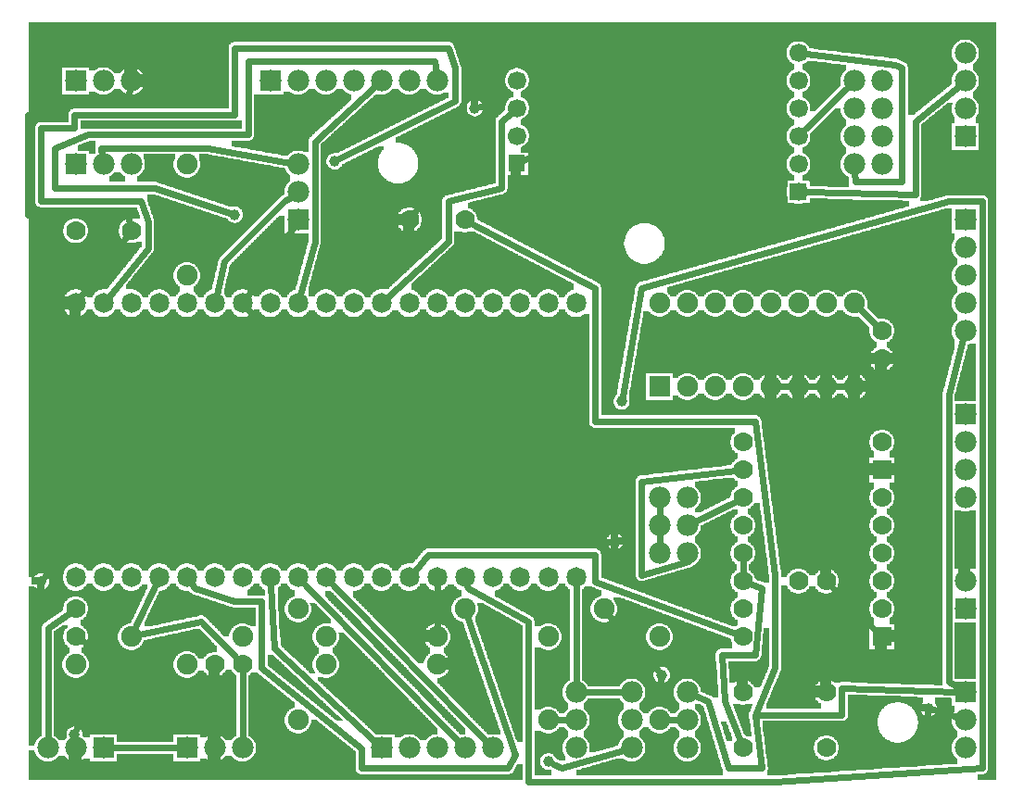
<source format=gbl>
G04 MADE WITH FRITZING*
G04 WWW.FRITZING.ORG*
G04 DOUBLE SIDED*
G04 HOLES PLATED*
G04 CONTOUR ON CENTER OF CONTOUR VECTOR*
%ASAXBY*%
%FSLAX23Y23*%
%MOIN*%
%OFA0B0*%
%SFA1.0B1.0*%
%ADD10C,0.075000*%
%ADD11C,0.039370*%
%ADD12C,0.078000*%
%ADD13C,0.070000*%
%ADD14C,0.071828*%
%ADD15C,0.066555*%
%ADD16C,0.049194*%
%ADD17R,0.078000X0.078000*%
%ADD18R,0.070000X0.070000*%
%ADD19R,0.075000X0.075000*%
%ADD20C,0.024000*%
%ADD21R,0.001000X0.001000*%
%LNCOPPER0*%
G90*
G70*
G54D10*
X2901Y2565D03*
X900Y2436D03*
X2899Y2340D03*
X842Y2143D03*
X921Y1975D03*
X1615Y1940D03*
X1005Y543D03*
X1594Y402D03*
X1708Y599D03*
X3278Y2633D03*
X1915Y653D03*
X1238Y339D03*
X2108Y268D03*
X892Y339D03*
G54D11*
X779Y2075D03*
X1139Y2267D03*
X2171Y1403D03*
X1907Y107D03*
X83Y755D03*
X1643Y2459D03*
X2147Y899D03*
X2315Y419D03*
X3275Y299D03*
X203Y203D03*
G54D12*
X3407Y2057D03*
X3407Y1957D03*
X3407Y1857D03*
X3407Y1757D03*
X3407Y1657D03*
G54D13*
X2607Y1257D03*
X3107Y1257D03*
X2607Y1157D03*
X3107Y1157D03*
X2607Y1057D03*
X3107Y1057D03*
X2607Y957D03*
X3107Y957D03*
X2607Y857D03*
X3107Y857D03*
X2607Y757D03*
X3107Y757D03*
X2607Y657D03*
X3107Y657D03*
X2607Y557D03*
X3107Y557D03*
G54D12*
X3407Y1357D03*
X3407Y1257D03*
X3407Y1157D03*
X3407Y1057D03*
X2407Y857D03*
X2407Y957D03*
X2407Y1057D03*
X2407Y857D03*
X2407Y957D03*
X2407Y1057D03*
X2307Y1057D03*
X2307Y957D03*
X2307Y857D03*
G54D10*
X607Y1857D03*
X607Y2257D03*
G54D13*
X2607Y357D03*
X2607Y157D03*
X407Y2018D03*
X207Y2018D03*
X2907Y357D03*
X2907Y157D03*
X1407Y2057D03*
X1607Y2057D03*
G54D10*
X2307Y1457D03*
X2307Y1757D03*
X2407Y1457D03*
X2407Y1757D03*
X2507Y1457D03*
X2507Y1757D03*
X2607Y1457D03*
X2607Y1757D03*
X2707Y1457D03*
X2707Y1757D03*
X2807Y1457D03*
X2807Y1757D03*
X2907Y1457D03*
X2907Y1757D03*
X3007Y1457D03*
X3007Y1757D03*
X207Y457D03*
X607Y457D03*
X807Y557D03*
X407Y557D03*
G54D13*
X207Y557D03*
X207Y657D03*
X2907Y757D03*
X2807Y757D03*
X3107Y1557D03*
X3107Y1657D03*
X707Y457D03*
X807Y457D03*
G54D12*
X207Y2557D03*
X307Y2557D03*
X407Y2557D03*
X3407Y2357D03*
X3407Y2457D03*
X3407Y2557D03*
X3407Y2657D03*
X1307Y157D03*
X1407Y157D03*
X1507Y157D03*
X1607Y157D03*
X1707Y157D03*
X1007Y2057D03*
X1007Y2157D03*
X1007Y2257D03*
X207Y2257D03*
X307Y2257D03*
X407Y2257D03*
X907Y2557D03*
X1007Y2557D03*
X1107Y2557D03*
X1207Y2557D03*
X1307Y2557D03*
X1407Y2557D03*
X1507Y2557D03*
G54D10*
X1007Y657D03*
X1007Y257D03*
X2307Y557D03*
X2307Y257D03*
X1907Y557D03*
X1907Y257D03*
X1507Y457D03*
X1107Y457D03*
X1507Y557D03*
X1107Y557D03*
X2107Y657D03*
X1607Y657D03*
G54D12*
X2207Y357D03*
X2207Y257D03*
X2207Y157D03*
X2007Y357D03*
X2007Y257D03*
X2007Y157D03*
X2407Y357D03*
X2407Y257D03*
X2407Y157D03*
X607Y157D03*
X707Y157D03*
X807Y157D03*
X307Y157D03*
X207Y157D03*
X107Y157D03*
G54D14*
X208Y771D03*
X308Y771D03*
X407Y771D03*
X508Y771D03*
X607Y771D03*
X707Y771D03*
X808Y771D03*
X907Y771D03*
X1007Y771D03*
X1107Y771D03*
X1207Y771D03*
X1308Y771D03*
X1407Y771D03*
X1507Y771D03*
X1607Y771D03*
X1707Y771D03*
X1806Y771D03*
X1907Y771D03*
X2007Y771D03*
X2007Y1757D03*
X1907Y1757D03*
X1806Y1757D03*
X1707Y1757D03*
X1607Y1757D03*
X1507Y1757D03*
X1407Y1757D03*
X1308Y1757D03*
X1207Y1757D03*
X1107Y1757D03*
X1007Y1757D03*
X907Y1757D03*
X808Y1757D03*
X707Y1757D03*
X607Y1757D03*
X508Y1757D03*
X407Y1757D03*
X308Y1757D03*
X208Y1757D03*
G54D15*
X2807Y2257D03*
X2807Y2357D03*
X2807Y2457D03*
X2807Y2557D03*
X2807Y2657D03*
X2807Y2157D03*
X1795Y2359D03*
X1795Y2459D03*
G54D16*
X1795Y2259D03*
G54D15*
X1795Y2559D03*
G54D12*
X3407Y357D03*
X3407Y257D03*
X3407Y157D03*
X3007Y2557D03*
X3007Y2457D03*
X3007Y2357D03*
X3007Y2257D03*
X3007Y2557D03*
X3007Y2457D03*
X3007Y2357D03*
X3007Y2257D03*
X3107Y2257D03*
X3107Y2357D03*
X3107Y2457D03*
X3107Y2557D03*
X3407Y657D03*
X3407Y757D03*
G54D17*
X3407Y2057D03*
G54D18*
X3107Y557D03*
X3107Y1157D03*
G54D17*
X3407Y1357D03*
G54D19*
X2307Y1457D03*
G54D17*
X207Y2557D03*
X3407Y2357D03*
X1307Y157D03*
X1007Y2057D03*
X207Y2257D03*
X907Y2557D03*
X607Y157D03*
X307Y157D03*
X3407Y357D03*
X3407Y657D03*
G54D20*
X1936Y257D02*
X1977Y257D01*
D02*
X2336Y257D02*
X2377Y257D01*
D02*
X2584Y1045D02*
X2434Y970D01*
D02*
X978Y2262D02*
X683Y2315D01*
D02*
X683Y2315D02*
X299Y2315D01*
D02*
X299Y2315D02*
X303Y2287D01*
D02*
X2826Y2376D02*
X2986Y2535D01*
D02*
X982Y2139D02*
X959Y2123D01*
D02*
X959Y2123D02*
X743Y1907D01*
D02*
X743Y1907D02*
X714Y1786D01*
D02*
X2581Y1154D02*
X2243Y1115D01*
D02*
X2243Y1115D02*
X2243Y779D01*
D02*
X2243Y779D02*
X2411Y827D01*
D02*
X2411Y827D02*
X2411Y827D01*
D02*
X2834Y2653D02*
X3155Y2615D01*
D02*
X3155Y2615D02*
X3179Y2603D01*
D02*
X3179Y2603D02*
X3179Y2195D01*
D02*
X3179Y2195D02*
X3011Y2195D01*
D02*
X3011Y2195D02*
X3009Y2227D01*
D02*
X1285Y177D02*
X923Y515D01*
D02*
X923Y515D02*
X909Y741D01*
D02*
X1330Y1777D02*
X1547Y1979D01*
D02*
X1547Y1979D02*
X1547Y2123D01*
D02*
X1547Y2123D02*
X1739Y2171D01*
D02*
X1739Y2171D02*
X1739Y2411D01*
D02*
X1739Y2411D02*
X1774Y2442D01*
D02*
X1285Y2536D02*
X1067Y2339D01*
D02*
X1067Y2339D02*
X1067Y1979D01*
D02*
X1067Y1979D02*
X1015Y1786D01*
D02*
X419Y583D02*
X495Y743D01*
D02*
X789Y476D02*
X659Y611D01*
D02*
X659Y611D02*
X435Y563D01*
D02*
X807Y187D02*
X807Y431D01*
D02*
X107Y187D02*
X107Y587D01*
D02*
X107Y587D02*
X186Y642D01*
D02*
X3384Y2538D02*
X3227Y2411D01*
D02*
X3227Y2411D02*
X3227Y2147D01*
D02*
X3227Y2147D02*
X2834Y2156D01*
D02*
X2583Y566D02*
X2075Y755D01*
D02*
X2075Y755D02*
X2075Y851D01*
D02*
X2075Y851D02*
X1475Y851D01*
D02*
X1475Y851D02*
X1427Y794D01*
D02*
X625Y746D02*
X635Y731D01*
D02*
X635Y731D02*
X779Y683D01*
D02*
X779Y683D02*
X875Y683D01*
D02*
X875Y683D02*
X875Y443D01*
D02*
X875Y443D02*
X1235Y155D01*
D02*
X1235Y155D02*
X1235Y83D01*
D02*
X1235Y83D02*
X1763Y83D01*
D02*
X1763Y83D02*
X1787Y131D01*
D02*
X1787Y131D02*
X1616Y630D01*
D02*
X2607Y831D02*
X2607Y783D01*
D02*
X2307Y927D02*
X2307Y887D01*
D02*
X2307Y1027D02*
X2307Y987D01*
D02*
X2598Y181D02*
X2543Y323D01*
D02*
X2543Y323D02*
X2531Y491D01*
D02*
X2531Y491D02*
X2651Y491D01*
D02*
X2651Y491D02*
X2675Y731D01*
D02*
X2675Y731D02*
X2632Y748D01*
D02*
X337Y157D02*
X577Y157D01*
D02*
X1504Y2587D02*
X1499Y2627D01*
D02*
X1499Y2627D02*
X827Y2627D01*
D02*
X827Y2627D02*
X827Y2363D01*
D02*
X827Y2363D02*
X251Y2363D01*
D02*
X251Y2363D02*
X131Y2315D01*
D02*
X131Y2315D02*
X131Y2171D01*
D02*
X131Y2171D02*
X491Y2171D01*
D02*
X491Y2171D02*
X761Y2081D01*
D02*
X3027Y1736D02*
X3089Y1675D01*
D02*
X3382Y373D02*
X3347Y395D01*
D02*
X3347Y395D02*
X3347Y1427D01*
D02*
X3347Y1427D02*
X3400Y1628D01*
D02*
X2435Y345D02*
X2483Y323D01*
D02*
X2483Y323D02*
X2555Y83D01*
D02*
X2555Y83D02*
X2675Y83D01*
D02*
X2675Y83D02*
X2651Y275D01*
D02*
X2651Y275D02*
X2963Y275D01*
D02*
X2963Y275D02*
X2963Y371D01*
D02*
X2963Y371D02*
X3377Y358D01*
D02*
X2037Y357D02*
X2177Y357D01*
D02*
X2007Y741D02*
X2007Y387D01*
D02*
X1630Y2045D02*
X2075Y1811D01*
D02*
X2075Y1811D02*
X2075Y1331D01*
D02*
X2075Y1331D02*
X2651Y1331D01*
D02*
X2651Y1331D02*
X2723Y779D01*
D02*
X2723Y779D02*
X2723Y443D01*
D02*
X2723Y443D02*
X2651Y275D01*
D02*
X1156Y2276D02*
X1571Y2483D01*
D02*
X1571Y2483D02*
X1571Y2603D01*
D02*
X1571Y2603D02*
X1547Y2675D01*
D02*
X1547Y2675D02*
X779Y2675D01*
D02*
X779Y2675D02*
X779Y2435D01*
D02*
X779Y2435D02*
X203Y2435D01*
D02*
X203Y2435D02*
X203Y2387D01*
D02*
X203Y2387D02*
X83Y2387D01*
D02*
X83Y2387D02*
X83Y2123D01*
D02*
X83Y2123D02*
X443Y2123D01*
D02*
X443Y2123D02*
X467Y2051D01*
D02*
X467Y2051D02*
X467Y1955D01*
D02*
X467Y1955D02*
X327Y1780D01*
D02*
X1686Y178D02*
X1128Y749D01*
D02*
X2175Y1422D02*
X2243Y1811D01*
D02*
X2243Y1811D02*
X3347Y2123D01*
D02*
X3347Y2123D02*
X3467Y2123D01*
D02*
X3467Y2123D02*
X3467Y83D01*
D02*
X3467Y83D02*
X2723Y35D01*
D02*
X2723Y35D02*
X1835Y35D01*
D02*
X1835Y35D02*
X1835Y611D01*
D02*
X1835Y611D02*
X1619Y731D01*
D02*
X1619Y731D02*
X1616Y742D01*
D02*
X2178Y148D02*
X1955Y83D01*
D02*
X1955Y83D02*
X1924Y99D01*
D02*
X1507Y741D02*
X1507Y585D01*
D02*
X95Y771D02*
X155Y851D01*
D02*
X155Y851D02*
X1499Y899D01*
D02*
X1499Y899D02*
X827Y1733D01*
D02*
X391Y1997D02*
X226Y1781D01*
D02*
X991Y2032D02*
X825Y1782D01*
D02*
X1820Y2272D02*
X1859Y2291D01*
D02*
X1859Y2291D02*
X1859Y2603D01*
D02*
X1859Y2603D02*
X1739Y2627D01*
D02*
X1739Y2627D02*
X1739Y2483D01*
D02*
X1739Y2483D02*
X1423Y2077D01*
D02*
X1662Y2464D02*
X1739Y2483D01*
D02*
X402Y2527D02*
X395Y2483D01*
D02*
X395Y2483D02*
X155Y2483D01*
D02*
X155Y2483D02*
X35Y2435D01*
D02*
X35Y2435D02*
X35Y2075D01*
D02*
X35Y2075D02*
X395Y2075D01*
D02*
X395Y2075D02*
X402Y2043D01*
D02*
X2128Y899D02*
X1499Y899D01*
D02*
X2303Y434D02*
X2126Y635D01*
D02*
X2926Y738D02*
X3089Y575D01*
D02*
X3379Y266D02*
X3293Y294D01*
D02*
X2936Y1457D02*
X2979Y1457D01*
D02*
X2836Y1457D02*
X2879Y1457D01*
D02*
X2736Y1457D02*
X2779Y1457D01*
D02*
X205Y187D02*
X205Y184D01*
D02*
X230Y543D02*
X275Y515D01*
D02*
X275Y515D02*
X275Y395D01*
D02*
X275Y395D02*
X210Y221D01*
D02*
X1586Y178D02*
X1029Y749D01*
G36*
X2840Y2629D02*
X2840Y2627D01*
X2838Y2627D01*
X2838Y2625D01*
X2836Y2625D01*
X2836Y2623D01*
X2834Y2623D01*
X2834Y2621D01*
X2830Y2621D01*
X2830Y2619D01*
X2826Y2619D01*
X2826Y2617D01*
X2822Y2617D01*
X2822Y2597D01*
X2824Y2597D01*
X2824Y2595D01*
X2828Y2595D01*
X2828Y2593D01*
X2832Y2593D01*
X2832Y2591D01*
X2834Y2591D01*
X2834Y2589D01*
X2836Y2589D01*
X2836Y2587D01*
X2838Y2587D01*
X2838Y2585D01*
X2840Y2585D01*
X2840Y2583D01*
X2842Y2583D01*
X2842Y2581D01*
X2844Y2581D01*
X2844Y2577D01*
X2846Y2577D01*
X2846Y2573D01*
X2848Y2573D01*
X2848Y2567D01*
X2850Y2567D01*
X2850Y2545D01*
X2848Y2545D01*
X2848Y2539D01*
X2846Y2539D01*
X2846Y2535D01*
X2844Y2535D01*
X2844Y2533D01*
X2842Y2533D01*
X2842Y2529D01*
X2840Y2529D01*
X2840Y2527D01*
X2838Y2527D01*
X2838Y2525D01*
X2836Y2525D01*
X2836Y2523D01*
X2834Y2523D01*
X2834Y2521D01*
X2830Y2521D01*
X2830Y2519D01*
X2826Y2519D01*
X2826Y2517D01*
X2822Y2517D01*
X2822Y2497D01*
X2824Y2497D01*
X2824Y2495D01*
X2828Y2495D01*
X2828Y2493D01*
X2832Y2493D01*
X2832Y2491D01*
X2834Y2491D01*
X2834Y2489D01*
X2836Y2489D01*
X2836Y2487D01*
X2838Y2487D01*
X2838Y2485D01*
X2840Y2485D01*
X2840Y2483D01*
X2842Y2483D01*
X2842Y2481D01*
X2844Y2481D01*
X2844Y2477D01*
X2846Y2477D01*
X2846Y2473D01*
X2848Y2473D01*
X2848Y2467D01*
X2850Y2467D01*
X2850Y2449D01*
X2870Y2449D01*
X2870Y2451D01*
X2872Y2451D01*
X2872Y2453D01*
X2874Y2453D01*
X2874Y2455D01*
X2876Y2455D01*
X2876Y2457D01*
X2878Y2457D01*
X2878Y2459D01*
X2880Y2459D01*
X2880Y2461D01*
X2882Y2461D01*
X2882Y2463D01*
X2884Y2463D01*
X2884Y2465D01*
X2886Y2465D01*
X2886Y2467D01*
X2888Y2467D01*
X2888Y2469D01*
X2890Y2469D01*
X2890Y2471D01*
X2892Y2471D01*
X2892Y2473D01*
X2894Y2473D01*
X2894Y2475D01*
X2896Y2475D01*
X2896Y2477D01*
X2898Y2477D01*
X2898Y2479D01*
X2900Y2479D01*
X2900Y2481D01*
X2902Y2481D01*
X2902Y2483D01*
X2904Y2483D01*
X2904Y2485D01*
X2906Y2485D01*
X2906Y2487D01*
X2908Y2487D01*
X2908Y2489D01*
X2910Y2489D01*
X2910Y2491D01*
X2912Y2491D01*
X2912Y2493D01*
X2914Y2493D01*
X2914Y2495D01*
X2916Y2495D01*
X2916Y2497D01*
X2918Y2497D01*
X2918Y2499D01*
X2920Y2499D01*
X2920Y2501D01*
X2922Y2501D01*
X2922Y2503D01*
X2924Y2503D01*
X2924Y2505D01*
X2926Y2505D01*
X2926Y2507D01*
X2928Y2507D01*
X2928Y2509D01*
X2930Y2509D01*
X2930Y2511D01*
X2932Y2511D01*
X2932Y2513D01*
X2934Y2513D01*
X2934Y2515D01*
X2936Y2515D01*
X2936Y2517D01*
X2938Y2517D01*
X2938Y2519D01*
X2940Y2519D01*
X2940Y2521D01*
X2942Y2521D01*
X2942Y2523D01*
X2944Y2523D01*
X2944Y2525D01*
X2946Y2525D01*
X2946Y2527D01*
X2948Y2527D01*
X2948Y2529D01*
X2950Y2529D01*
X2950Y2531D01*
X2952Y2531D01*
X2952Y2533D01*
X2954Y2533D01*
X2954Y2535D01*
X2956Y2535D01*
X2956Y2537D01*
X2958Y2537D01*
X2958Y2565D01*
X2960Y2565D01*
X2960Y2571D01*
X2962Y2571D01*
X2962Y2577D01*
X2964Y2577D01*
X2964Y2581D01*
X2966Y2581D01*
X2966Y2585D01*
X2968Y2585D01*
X2968Y2587D01*
X2970Y2587D01*
X2970Y2589D01*
X2972Y2589D01*
X2972Y2591D01*
X2974Y2591D01*
X2974Y2593D01*
X2976Y2593D01*
X2976Y2595D01*
X2978Y2595D01*
X2978Y2615D01*
X2960Y2615D01*
X2960Y2617D01*
X2944Y2617D01*
X2944Y2619D01*
X2926Y2619D01*
X2926Y2621D01*
X2910Y2621D01*
X2910Y2623D01*
X2892Y2623D01*
X2892Y2625D01*
X2876Y2625D01*
X2876Y2627D01*
X2860Y2627D01*
X2860Y2629D01*
X2840Y2629D01*
G37*
D02*
G36*
X1046Y2529D02*
X1046Y2525D01*
X1044Y2525D01*
X1044Y2523D01*
X1042Y2523D01*
X1042Y2521D01*
X1040Y2521D01*
X1040Y2519D01*
X1038Y2519D01*
X1038Y2517D01*
X1034Y2517D01*
X1034Y2515D01*
X1032Y2515D01*
X1032Y2513D01*
X1028Y2513D01*
X1028Y2511D01*
X1022Y2511D01*
X1022Y2509D01*
X1014Y2509D01*
X1014Y2507D01*
X1100Y2507D01*
X1100Y2509D01*
X1092Y2509D01*
X1092Y2511D01*
X1086Y2511D01*
X1086Y2513D01*
X1084Y2513D01*
X1084Y2515D01*
X1080Y2515D01*
X1080Y2517D01*
X1078Y2517D01*
X1078Y2519D01*
X1074Y2519D01*
X1074Y2521D01*
X1072Y2521D01*
X1072Y2523D01*
X1070Y2523D01*
X1070Y2527D01*
X1068Y2527D01*
X1068Y2529D01*
X1046Y2529D01*
G37*
D02*
G36*
X1146Y2529D02*
X1146Y2525D01*
X1144Y2525D01*
X1144Y2523D01*
X1142Y2523D01*
X1142Y2521D01*
X1140Y2521D01*
X1140Y2519D01*
X1138Y2519D01*
X1138Y2517D01*
X1134Y2517D01*
X1134Y2515D01*
X1132Y2515D01*
X1132Y2513D01*
X1128Y2513D01*
X1128Y2511D01*
X1122Y2511D01*
X1122Y2509D01*
X1114Y2509D01*
X1114Y2507D01*
X1200Y2507D01*
X1200Y2509D01*
X1192Y2509D01*
X1192Y2511D01*
X1186Y2511D01*
X1186Y2513D01*
X1184Y2513D01*
X1184Y2515D01*
X1180Y2515D01*
X1180Y2517D01*
X1178Y2517D01*
X1178Y2519D01*
X1174Y2519D01*
X1174Y2521D01*
X1172Y2521D01*
X1172Y2523D01*
X1170Y2523D01*
X1170Y2527D01*
X1168Y2527D01*
X1168Y2529D01*
X1146Y2529D01*
G37*
D02*
G36*
X956Y2519D02*
X956Y2507D01*
X1000Y2507D01*
X1000Y2509D01*
X992Y2509D01*
X992Y2511D01*
X986Y2511D01*
X986Y2513D01*
X984Y2513D01*
X984Y2515D01*
X980Y2515D01*
X980Y2517D01*
X978Y2517D01*
X978Y2519D01*
X956Y2519D01*
G37*
D02*
G36*
X850Y2507D02*
X850Y2505D01*
X1200Y2505D01*
X1200Y2507D01*
X850Y2507D01*
G37*
D02*
G36*
X850Y2507D02*
X850Y2505D01*
X1200Y2505D01*
X1200Y2507D01*
X850Y2507D01*
G37*
D02*
G36*
X850Y2507D02*
X850Y2505D01*
X1200Y2505D01*
X1200Y2507D01*
X850Y2507D01*
G37*
D02*
G36*
X850Y2505D02*
X850Y2359D01*
X848Y2359D01*
X848Y2353D01*
X846Y2353D01*
X846Y2349D01*
X844Y2349D01*
X844Y2347D01*
X842Y2347D01*
X842Y2345D01*
X838Y2345D01*
X838Y2343D01*
X834Y2343D01*
X834Y2341D01*
X768Y2341D01*
X768Y2321D01*
X780Y2321D01*
X780Y2319D01*
X790Y2319D01*
X790Y2317D01*
X802Y2317D01*
X802Y2315D01*
X812Y2315D01*
X812Y2313D01*
X824Y2313D01*
X824Y2311D01*
X834Y2311D01*
X834Y2309D01*
X846Y2309D01*
X846Y2307D01*
X856Y2307D01*
X856Y2305D01*
X1018Y2305D01*
X1018Y2303D01*
X1024Y2303D01*
X1024Y2301D01*
X1046Y2301D01*
X1046Y2347D01*
X1048Y2347D01*
X1048Y2351D01*
X1050Y2351D01*
X1050Y2353D01*
X1052Y2353D01*
X1052Y2355D01*
X1054Y2355D01*
X1054Y2357D01*
X1056Y2357D01*
X1056Y2359D01*
X1058Y2359D01*
X1058Y2361D01*
X1060Y2361D01*
X1060Y2363D01*
X1062Y2363D01*
X1062Y2365D01*
X1064Y2365D01*
X1064Y2367D01*
X1066Y2367D01*
X1066Y2369D01*
X1068Y2369D01*
X1068Y2371D01*
X1070Y2371D01*
X1070Y2373D01*
X1074Y2373D01*
X1074Y2375D01*
X1076Y2375D01*
X1076Y2377D01*
X1078Y2377D01*
X1078Y2379D01*
X1080Y2379D01*
X1080Y2381D01*
X1082Y2381D01*
X1082Y2383D01*
X1084Y2383D01*
X1084Y2385D01*
X1086Y2385D01*
X1086Y2387D01*
X1088Y2387D01*
X1088Y2389D01*
X1090Y2389D01*
X1090Y2391D01*
X1094Y2391D01*
X1094Y2393D01*
X1096Y2393D01*
X1096Y2395D01*
X1098Y2395D01*
X1098Y2397D01*
X1100Y2397D01*
X1100Y2399D01*
X1102Y2399D01*
X1102Y2401D01*
X1104Y2401D01*
X1104Y2403D01*
X1106Y2403D01*
X1106Y2405D01*
X1108Y2405D01*
X1108Y2407D01*
X1110Y2407D01*
X1110Y2409D01*
X1112Y2409D01*
X1112Y2411D01*
X1116Y2411D01*
X1116Y2413D01*
X1118Y2413D01*
X1118Y2415D01*
X1120Y2415D01*
X1120Y2417D01*
X1122Y2417D01*
X1122Y2419D01*
X1124Y2419D01*
X1124Y2421D01*
X1126Y2421D01*
X1126Y2423D01*
X1128Y2423D01*
X1128Y2425D01*
X1130Y2425D01*
X1130Y2427D01*
X1132Y2427D01*
X1132Y2429D01*
X1136Y2429D01*
X1136Y2431D01*
X1138Y2431D01*
X1138Y2433D01*
X1140Y2433D01*
X1140Y2435D01*
X1142Y2435D01*
X1142Y2437D01*
X1144Y2437D01*
X1144Y2439D01*
X1146Y2439D01*
X1146Y2441D01*
X1148Y2441D01*
X1148Y2443D01*
X1150Y2443D01*
X1150Y2445D01*
X1152Y2445D01*
X1152Y2447D01*
X1154Y2447D01*
X1154Y2449D01*
X1158Y2449D01*
X1158Y2451D01*
X1160Y2451D01*
X1160Y2453D01*
X1162Y2453D01*
X1162Y2455D01*
X1164Y2455D01*
X1164Y2457D01*
X1166Y2457D01*
X1166Y2459D01*
X1168Y2459D01*
X1168Y2461D01*
X1170Y2461D01*
X1170Y2463D01*
X1172Y2463D01*
X1172Y2465D01*
X1174Y2465D01*
X1174Y2467D01*
X1176Y2467D01*
X1176Y2469D01*
X1180Y2469D01*
X1180Y2471D01*
X1182Y2471D01*
X1182Y2473D01*
X1184Y2473D01*
X1184Y2475D01*
X1186Y2475D01*
X1186Y2477D01*
X1188Y2477D01*
X1188Y2479D01*
X1190Y2479D01*
X1190Y2481D01*
X1192Y2481D01*
X1192Y2483D01*
X1194Y2483D01*
X1194Y2485D01*
X1196Y2485D01*
X1196Y2487D01*
X1200Y2487D01*
X1200Y2505D01*
X850Y2505D01*
G37*
D02*
G36*
X868Y2305D02*
X868Y2303D01*
X878Y2303D01*
X878Y2301D01*
X890Y2301D01*
X890Y2299D01*
X900Y2299D01*
X900Y2297D01*
X912Y2297D01*
X912Y2295D01*
X922Y2295D01*
X922Y2293D01*
X934Y2293D01*
X934Y2291D01*
X944Y2291D01*
X944Y2289D01*
X972Y2289D01*
X972Y2291D01*
X974Y2291D01*
X974Y2293D01*
X976Y2293D01*
X976Y2295D01*
X978Y2295D01*
X978Y2297D01*
X982Y2297D01*
X982Y2299D01*
X986Y2299D01*
X986Y2301D01*
X990Y2301D01*
X990Y2303D01*
X996Y2303D01*
X996Y2305D01*
X868Y2305D01*
G37*
D02*
G36*
X2938Y2457D02*
X2938Y2455D01*
X2936Y2455D01*
X2936Y2453D01*
X2934Y2453D01*
X2934Y2451D01*
X2932Y2451D01*
X2932Y2449D01*
X2930Y2449D01*
X2930Y2447D01*
X2928Y2447D01*
X2928Y2445D01*
X2926Y2445D01*
X2926Y2443D01*
X2924Y2443D01*
X2924Y2441D01*
X2922Y2441D01*
X2922Y2439D01*
X2920Y2439D01*
X2920Y2437D01*
X2918Y2437D01*
X2918Y2435D01*
X2916Y2435D01*
X2916Y2433D01*
X2914Y2433D01*
X2914Y2431D01*
X2912Y2431D01*
X2912Y2429D01*
X2910Y2429D01*
X2910Y2427D01*
X2908Y2427D01*
X2908Y2425D01*
X2906Y2425D01*
X2906Y2423D01*
X2904Y2423D01*
X2904Y2421D01*
X2902Y2421D01*
X2902Y2419D01*
X2900Y2419D01*
X2900Y2417D01*
X2898Y2417D01*
X2898Y2415D01*
X2896Y2415D01*
X2896Y2413D01*
X2894Y2413D01*
X2894Y2411D01*
X2892Y2411D01*
X2892Y2409D01*
X2890Y2409D01*
X2890Y2407D01*
X2888Y2407D01*
X2888Y2405D01*
X2886Y2405D01*
X2886Y2403D01*
X2884Y2403D01*
X2884Y2401D01*
X2882Y2401D01*
X2882Y2399D01*
X2880Y2399D01*
X2880Y2397D01*
X2878Y2397D01*
X2878Y2395D01*
X2876Y2395D01*
X2876Y2393D01*
X2874Y2393D01*
X2874Y2391D01*
X2872Y2391D01*
X2872Y2389D01*
X2870Y2389D01*
X2870Y2387D01*
X2868Y2387D01*
X2868Y2385D01*
X2866Y2385D01*
X2866Y2383D01*
X2864Y2383D01*
X2864Y2381D01*
X2862Y2381D01*
X2862Y2379D01*
X2860Y2379D01*
X2860Y2377D01*
X2858Y2377D01*
X2858Y2375D01*
X2856Y2375D01*
X2856Y2373D01*
X2854Y2373D01*
X2854Y2371D01*
X2852Y2371D01*
X2852Y2369D01*
X2850Y2369D01*
X2850Y2345D01*
X2848Y2345D01*
X2848Y2339D01*
X2846Y2339D01*
X2846Y2335D01*
X2844Y2335D01*
X2844Y2333D01*
X2842Y2333D01*
X2842Y2329D01*
X2840Y2329D01*
X2840Y2327D01*
X2838Y2327D01*
X2838Y2325D01*
X2836Y2325D01*
X2836Y2323D01*
X2834Y2323D01*
X2834Y2321D01*
X2830Y2321D01*
X2830Y2319D01*
X2826Y2319D01*
X2826Y2317D01*
X2822Y2317D01*
X2822Y2297D01*
X2824Y2297D01*
X2824Y2295D01*
X2828Y2295D01*
X2828Y2293D01*
X2832Y2293D01*
X2832Y2291D01*
X2834Y2291D01*
X2834Y2289D01*
X2836Y2289D01*
X2836Y2287D01*
X2838Y2287D01*
X2838Y2285D01*
X2840Y2285D01*
X2840Y2283D01*
X2842Y2283D01*
X2842Y2281D01*
X2844Y2281D01*
X2844Y2277D01*
X2846Y2277D01*
X2846Y2273D01*
X2848Y2273D01*
X2848Y2267D01*
X2850Y2267D01*
X2850Y2245D01*
X2848Y2245D01*
X2848Y2239D01*
X2846Y2239D01*
X2846Y2235D01*
X2844Y2235D01*
X2844Y2233D01*
X2842Y2233D01*
X2842Y2229D01*
X2840Y2229D01*
X2840Y2227D01*
X2838Y2227D01*
X2838Y2225D01*
X2836Y2225D01*
X2836Y2223D01*
X2834Y2223D01*
X2834Y2221D01*
X2830Y2221D01*
X2830Y2219D01*
X2826Y2219D01*
X2826Y2217D01*
X2822Y2217D01*
X2822Y2197D01*
X2846Y2197D01*
X2846Y2195D01*
X2848Y2195D01*
X2848Y2177D01*
X2912Y2177D01*
X2912Y2175D01*
X2990Y2175D01*
X2990Y2199D01*
X2988Y2199D01*
X2988Y2211D01*
X2986Y2211D01*
X2986Y2213D01*
X2984Y2213D01*
X2984Y2215D01*
X2980Y2215D01*
X2980Y2217D01*
X2978Y2217D01*
X2978Y2219D01*
X2974Y2219D01*
X2974Y2221D01*
X2972Y2221D01*
X2972Y2223D01*
X2970Y2223D01*
X2970Y2227D01*
X2968Y2227D01*
X2968Y2229D01*
X2966Y2229D01*
X2966Y2231D01*
X2964Y2231D01*
X2964Y2235D01*
X2962Y2235D01*
X2962Y2241D01*
X2960Y2241D01*
X2960Y2249D01*
X2958Y2249D01*
X2958Y2265D01*
X2960Y2265D01*
X2960Y2271D01*
X2962Y2271D01*
X2962Y2277D01*
X2964Y2277D01*
X2964Y2281D01*
X2966Y2281D01*
X2966Y2285D01*
X2968Y2285D01*
X2968Y2287D01*
X2970Y2287D01*
X2970Y2289D01*
X2972Y2289D01*
X2972Y2291D01*
X2974Y2291D01*
X2974Y2293D01*
X2976Y2293D01*
X2976Y2295D01*
X2978Y2295D01*
X2978Y2297D01*
X2980Y2297D01*
X2980Y2317D01*
X2978Y2317D01*
X2978Y2319D01*
X2974Y2319D01*
X2974Y2321D01*
X2972Y2321D01*
X2972Y2323D01*
X2970Y2323D01*
X2970Y2327D01*
X2968Y2327D01*
X2968Y2329D01*
X2966Y2329D01*
X2966Y2331D01*
X2964Y2331D01*
X2964Y2335D01*
X2962Y2335D01*
X2962Y2341D01*
X2960Y2341D01*
X2960Y2349D01*
X2958Y2349D01*
X2958Y2365D01*
X2960Y2365D01*
X2960Y2371D01*
X2962Y2371D01*
X2962Y2377D01*
X2964Y2377D01*
X2964Y2381D01*
X2966Y2381D01*
X2966Y2385D01*
X2968Y2385D01*
X2968Y2387D01*
X2970Y2387D01*
X2970Y2389D01*
X2972Y2389D01*
X2972Y2391D01*
X2974Y2391D01*
X2974Y2393D01*
X2976Y2393D01*
X2976Y2395D01*
X2978Y2395D01*
X2978Y2397D01*
X2980Y2397D01*
X2980Y2417D01*
X2978Y2417D01*
X2978Y2419D01*
X2974Y2419D01*
X2974Y2421D01*
X2972Y2421D01*
X2972Y2423D01*
X2970Y2423D01*
X2970Y2427D01*
X2968Y2427D01*
X2968Y2429D01*
X2966Y2429D01*
X2966Y2431D01*
X2964Y2431D01*
X2964Y2435D01*
X2962Y2435D01*
X2962Y2441D01*
X2960Y2441D01*
X2960Y2449D01*
X2958Y2449D01*
X2958Y2457D01*
X2938Y2457D01*
G37*
D02*
G36*
X786Y2415D02*
X786Y2413D01*
X226Y2413D01*
X226Y2383D01*
X246Y2383D01*
X246Y2385D01*
X806Y2385D01*
X806Y2415D01*
X786Y2415D01*
G37*
D02*
G36*
X254Y2341D02*
X254Y2339D01*
X248Y2339D01*
X248Y2337D01*
X244Y2337D01*
X244Y2335D01*
X238Y2335D01*
X238Y2333D01*
X234Y2333D01*
X234Y2331D01*
X228Y2331D01*
X228Y2329D01*
X224Y2329D01*
X224Y2327D01*
X218Y2327D01*
X218Y2325D01*
X214Y2325D01*
X214Y2305D01*
X256Y2305D01*
X256Y2293D01*
X276Y2293D01*
X276Y2295D01*
X278Y2295D01*
X278Y2341D01*
X254Y2341D01*
G37*
D02*
G36*
X346Y2229D02*
X346Y2225D01*
X344Y2225D01*
X344Y2223D01*
X342Y2223D01*
X342Y2221D01*
X340Y2221D01*
X340Y2219D01*
X338Y2219D01*
X338Y2217D01*
X334Y2217D01*
X334Y2215D01*
X332Y2215D01*
X332Y2213D01*
X328Y2213D01*
X328Y2193D01*
X386Y2193D01*
X386Y2213D01*
X384Y2213D01*
X384Y2215D01*
X380Y2215D01*
X380Y2217D01*
X378Y2217D01*
X378Y2219D01*
X374Y2219D01*
X374Y2221D01*
X372Y2221D01*
X372Y2223D01*
X370Y2223D01*
X370Y2227D01*
X368Y2227D01*
X368Y2229D01*
X346Y2229D01*
G37*
D02*
G36*
X452Y2293D02*
X452Y2273D01*
X454Y2273D01*
X454Y2267D01*
X456Y2267D01*
X456Y2247D01*
X454Y2247D01*
X454Y2239D01*
X452Y2239D01*
X452Y2235D01*
X450Y2235D01*
X450Y2231D01*
X448Y2231D01*
X448Y2229D01*
X446Y2229D01*
X446Y2225D01*
X444Y2225D01*
X444Y2223D01*
X442Y2223D01*
X442Y2221D01*
X440Y2221D01*
X440Y2219D01*
X438Y2219D01*
X438Y2217D01*
X434Y2217D01*
X434Y2215D01*
X432Y2215D01*
X432Y2213D01*
X428Y2213D01*
X428Y2209D01*
X598Y2209D01*
X598Y2211D01*
X590Y2211D01*
X590Y2213D01*
X586Y2213D01*
X586Y2215D01*
X582Y2215D01*
X582Y2217D01*
X580Y2217D01*
X580Y2219D01*
X576Y2219D01*
X576Y2221D01*
X574Y2221D01*
X574Y2223D01*
X572Y2223D01*
X572Y2225D01*
X570Y2225D01*
X570Y2229D01*
X568Y2229D01*
X568Y2231D01*
X566Y2231D01*
X566Y2235D01*
X564Y2235D01*
X564Y2239D01*
X562Y2239D01*
X562Y2245D01*
X560Y2245D01*
X560Y2267D01*
X562Y2267D01*
X562Y2273D01*
X564Y2273D01*
X564Y2293D01*
X452Y2293D01*
G37*
D02*
G36*
X652Y2293D02*
X652Y2267D01*
X654Y2267D01*
X654Y2245D01*
X652Y2245D01*
X652Y2239D01*
X650Y2239D01*
X650Y2235D01*
X648Y2235D01*
X648Y2231D01*
X646Y2231D01*
X646Y2227D01*
X644Y2227D01*
X644Y2225D01*
X642Y2225D01*
X642Y2223D01*
X640Y2223D01*
X640Y2221D01*
X638Y2221D01*
X638Y2219D01*
X634Y2219D01*
X634Y2217D01*
X632Y2217D01*
X632Y2215D01*
X628Y2215D01*
X628Y2213D01*
X624Y2213D01*
X624Y2211D01*
X618Y2211D01*
X618Y2209D01*
X980Y2209D01*
X980Y2217D01*
X978Y2217D01*
X978Y2219D01*
X974Y2219D01*
X974Y2221D01*
X972Y2221D01*
X972Y2223D01*
X970Y2223D01*
X970Y2227D01*
X968Y2227D01*
X968Y2229D01*
X966Y2229D01*
X966Y2231D01*
X964Y2231D01*
X964Y2235D01*
X962Y2235D01*
X962Y2241D01*
X960Y2241D01*
X960Y2243D01*
X952Y2243D01*
X952Y2245D01*
X940Y2245D01*
X940Y2247D01*
X930Y2247D01*
X930Y2249D01*
X918Y2249D01*
X918Y2251D01*
X908Y2251D01*
X908Y2253D01*
X896Y2253D01*
X896Y2255D01*
X886Y2255D01*
X886Y2257D01*
X874Y2257D01*
X874Y2259D01*
X864Y2259D01*
X864Y2261D01*
X852Y2261D01*
X852Y2263D01*
X842Y2263D01*
X842Y2265D01*
X830Y2265D01*
X830Y2267D01*
X820Y2267D01*
X820Y2269D01*
X808Y2269D01*
X808Y2271D01*
X798Y2271D01*
X798Y2273D01*
X786Y2273D01*
X786Y2275D01*
X776Y2275D01*
X776Y2277D01*
X764Y2277D01*
X764Y2279D01*
X754Y2279D01*
X754Y2281D01*
X742Y2281D01*
X742Y2283D01*
X730Y2283D01*
X730Y2285D01*
X720Y2285D01*
X720Y2287D01*
X708Y2287D01*
X708Y2289D01*
X698Y2289D01*
X698Y2291D01*
X686Y2291D01*
X686Y2293D01*
X652Y2293D01*
G37*
D02*
G36*
X428Y2209D02*
X428Y2207D01*
X980Y2207D01*
X980Y2209D01*
X428Y2209D01*
G37*
D02*
G36*
X428Y2209D02*
X428Y2207D01*
X980Y2207D01*
X980Y2209D01*
X428Y2209D01*
G37*
D02*
G36*
X428Y2207D02*
X428Y2193D01*
X498Y2193D01*
X498Y2191D01*
X504Y2191D01*
X504Y2189D01*
X510Y2189D01*
X510Y2187D01*
X516Y2187D01*
X516Y2185D01*
X522Y2185D01*
X522Y2183D01*
X528Y2183D01*
X528Y2181D01*
X534Y2181D01*
X534Y2179D01*
X540Y2179D01*
X540Y2177D01*
X546Y2177D01*
X546Y2175D01*
X552Y2175D01*
X552Y2173D01*
X558Y2173D01*
X558Y2171D01*
X564Y2171D01*
X564Y2169D01*
X570Y2169D01*
X570Y2167D01*
X576Y2167D01*
X576Y2165D01*
X582Y2165D01*
X582Y2163D01*
X588Y2163D01*
X588Y2161D01*
X594Y2161D01*
X594Y2159D01*
X600Y2159D01*
X600Y2157D01*
X606Y2157D01*
X606Y2155D01*
X612Y2155D01*
X612Y2153D01*
X618Y2153D01*
X618Y2151D01*
X624Y2151D01*
X624Y2149D01*
X630Y2149D01*
X630Y2147D01*
X636Y2147D01*
X636Y2145D01*
X642Y2145D01*
X642Y2143D01*
X648Y2143D01*
X648Y2141D01*
X654Y2141D01*
X654Y2139D01*
X660Y2139D01*
X660Y2137D01*
X666Y2137D01*
X666Y2135D01*
X672Y2135D01*
X672Y2133D01*
X678Y2133D01*
X678Y2131D01*
X684Y2131D01*
X684Y2129D01*
X690Y2129D01*
X690Y2127D01*
X696Y2127D01*
X696Y2125D01*
X702Y2125D01*
X702Y2123D01*
X708Y2123D01*
X708Y2121D01*
X714Y2121D01*
X714Y2119D01*
X720Y2119D01*
X720Y2117D01*
X726Y2117D01*
X726Y2115D01*
X732Y2115D01*
X732Y2113D01*
X738Y2113D01*
X738Y2111D01*
X744Y2111D01*
X744Y2109D01*
X750Y2109D01*
X750Y2107D01*
X756Y2107D01*
X756Y2105D01*
X786Y2105D01*
X786Y2103D01*
X792Y2103D01*
X792Y2101D01*
X796Y2101D01*
X796Y2099D01*
X798Y2099D01*
X798Y2097D01*
X800Y2097D01*
X800Y2095D01*
X802Y2095D01*
X802Y2093D01*
X804Y2093D01*
X804Y2089D01*
X806Y2089D01*
X806Y2085D01*
X808Y2085D01*
X808Y2065D01*
X806Y2065D01*
X806Y2061D01*
X804Y2061D01*
X804Y2057D01*
X802Y2057D01*
X802Y2055D01*
X800Y2055D01*
X800Y2053D01*
X798Y2053D01*
X798Y2051D01*
X796Y2051D01*
X796Y2049D01*
X792Y2049D01*
X792Y2047D01*
X786Y2047D01*
X786Y2045D01*
X852Y2045D01*
X852Y2047D01*
X854Y2047D01*
X854Y2049D01*
X856Y2049D01*
X856Y2051D01*
X858Y2051D01*
X858Y2053D01*
X860Y2053D01*
X860Y2055D01*
X862Y2055D01*
X862Y2057D01*
X864Y2057D01*
X864Y2059D01*
X866Y2059D01*
X866Y2061D01*
X868Y2061D01*
X868Y2063D01*
X870Y2063D01*
X870Y2065D01*
X872Y2065D01*
X872Y2067D01*
X874Y2067D01*
X874Y2069D01*
X876Y2069D01*
X876Y2071D01*
X878Y2071D01*
X878Y2073D01*
X880Y2073D01*
X880Y2075D01*
X882Y2075D01*
X882Y2077D01*
X884Y2077D01*
X884Y2079D01*
X886Y2079D01*
X886Y2081D01*
X888Y2081D01*
X888Y2083D01*
X890Y2083D01*
X890Y2085D01*
X892Y2085D01*
X892Y2087D01*
X894Y2087D01*
X894Y2089D01*
X896Y2089D01*
X896Y2091D01*
X898Y2091D01*
X898Y2093D01*
X900Y2093D01*
X900Y2095D01*
X902Y2095D01*
X902Y2097D01*
X904Y2097D01*
X904Y2099D01*
X906Y2099D01*
X906Y2101D01*
X908Y2101D01*
X908Y2103D01*
X910Y2103D01*
X910Y2105D01*
X912Y2105D01*
X912Y2107D01*
X914Y2107D01*
X914Y2109D01*
X916Y2109D01*
X916Y2111D01*
X918Y2111D01*
X918Y2113D01*
X920Y2113D01*
X920Y2115D01*
X922Y2115D01*
X922Y2117D01*
X924Y2117D01*
X924Y2119D01*
X926Y2119D01*
X926Y2121D01*
X928Y2121D01*
X928Y2123D01*
X930Y2123D01*
X930Y2125D01*
X932Y2125D01*
X932Y2127D01*
X934Y2127D01*
X934Y2129D01*
X936Y2129D01*
X936Y2131D01*
X938Y2131D01*
X938Y2133D01*
X940Y2133D01*
X940Y2135D01*
X942Y2135D01*
X942Y2137D01*
X944Y2137D01*
X944Y2139D01*
X946Y2139D01*
X946Y2141D01*
X948Y2141D01*
X948Y2143D01*
X950Y2143D01*
X950Y2145D01*
X954Y2145D01*
X954Y2147D01*
X956Y2147D01*
X956Y2149D01*
X958Y2149D01*
X958Y2165D01*
X960Y2165D01*
X960Y2171D01*
X962Y2171D01*
X962Y2177D01*
X964Y2177D01*
X964Y2181D01*
X966Y2181D01*
X966Y2185D01*
X968Y2185D01*
X968Y2187D01*
X970Y2187D01*
X970Y2189D01*
X972Y2189D01*
X972Y2191D01*
X974Y2191D01*
X974Y2193D01*
X976Y2193D01*
X976Y2195D01*
X978Y2195D01*
X978Y2197D01*
X980Y2197D01*
X980Y2207D01*
X428Y2207D01*
G37*
D02*
G36*
X464Y2149D02*
X464Y2127D01*
X466Y2127D01*
X466Y2121D01*
X468Y2121D01*
X468Y2115D01*
X470Y2115D01*
X470Y2109D01*
X472Y2109D01*
X472Y2103D01*
X474Y2103D01*
X474Y2097D01*
X476Y2097D01*
X476Y2091D01*
X478Y2091D01*
X478Y2085D01*
X480Y2085D01*
X480Y2079D01*
X482Y2079D01*
X482Y2073D01*
X484Y2073D01*
X484Y2067D01*
X486Y2067D01*
X486Y2061D01*
X488Y2061D01*
X488Y2055D01*
X490Y2055D01*
X490Y2045D01*
X774Y2045D01*
X774Y2047D01*
X768Y2047D01*
X768Y2049D01*
X764Y2049D01*
X764Y2051D01*
X760Y2051D01*
X760Y2053D01*
X758Y2053D01*
X758Y2055D01*
X756Y2055D01*
X756Y2059D01*
X754Y2059D01*
X754Y2061D01*
X748Y2061D01*
X748Y2063D01*
X742Y2063D01*
X742Y2065D01*
X736Y2065D01*
X736Y2067D01*
X730Y2067D01*
X730Y2069D01*
X724Y2069D01*
X724Y2071D01*
X718Y2071D01*
X718Y2073D01*
X712Y2073D01*
X712Y2075D01*
X706Y2075D01*
X706Y2077D01*
X700Y2077D01*
X700Y2079D01*
X694Y2079D01*
X694Y2081D01*
X688Y2081D01*
X688Y2083D01*
X682Y2083D01*
X682Y2085D01*
X676Y2085D01*
X676Y2087D01*
X670Y2087D01*
X670Y2089D01*
X664Y2089D01*
X664Y2091D01*
X658Y2091D01*
X658Y2093D01*
X652Y2093D01*
X652Y2095D01*
X646Y2095D01*
X646Y2097D01*
X640Y2097D01*
X640Y2099D01*
X634Y2099D01*
X634Y2101D01*
X628Y2101D01*
X628Y2103D01*
X622Y2103D01*
X622Y2105D01*
X616Y2105D01*
X616Y2107D01*
X610Y2107D01*
X610Y2109D01*
X604Y2109D01*
X604Y2111D01*
X598Y2111D01*
X598Y2113D01*
X592Y2113D01*
X592Y2115D01*
X586Y2115D01*
X586Y2117D01*
X580Y2117D01*
X580Y2119D01*
X574Y2119D01*
X574Y2121D01*
X568Y2121D01*
X568Y2123D01*
X562Y2123D01*
X562Y2125D01*
X556Y2125D01*
X556Y2127D01*
X550Y2127D01*
X550Y2129D01*
X544Y2129D01*
X544Y2131D01*
X538Y2131D01*
X538Y2133D01*
X532Y2133D01*
X532Y2135D01*
X526Y2135D01*
X526Y2137D01*
X520Y2137D01*
X520Y2139D01*
X514Y2139D01*
X514Y2141D01*
X508Y2141D01*
X508Y2143D01*
X502Y2143D01*
X502Y2145D01*
X496Y2145D01*
X496Y2147D01*
X490Y2147D01*
X490Y2149D01*
X464Y2149D01*
G37*
D02*
G36*
X490Y2045D02*
X490Y2043D01*
X850Y2043D01*
X850Y2045D01*
X490Y2045D01*
G37*
D02*
G36*
X490Y2045D02*
X490Y2043D01*
X850Y2043D01*
X850Y2045D01*
X490Y2045D01*
G37*
D02*
G36*
X490Y2043D02*
X490Y1951D01*
X488Y1951D01*
X488Y1945D01*
X486Y1945D01*
X486Y1941D01*
X484Y1941D01*
X484Y1939D01*
X482Y1939D01*
X482Y1937D01*
X480Y1937D01*
X480Y1935D01*
X478Y1935D01*
X478Y1931D01*
X476Y1931D01*
X476Y1929D01*
X474Y1929D01*
X474Y1927D01*
X472Y1927D01*
X472Y1925D01*
X470Y1925D01*
X470Y1921D01*
X468Y1921D01*
X468Y1919D01*
X466Y1919D01*
X466Y1917D01*
X464Y1917D01*
X464Y1915D01*
X462Y1915D01*
X462Y1911D01*
X460Y1911D01*
X460Y1909D01*
X458Y1909D01*
X458Y1907D01*
X456Y1907D01*
X456Y1905D01*
X454Y1905D01*
X454Y1903D01*
X620Y1903D01*
X620Y1901D01*
X626Y1901D01*
X626Y1899D01*
X630Y1899D01*
X630Y1897D01*
X634Y1897D01*
X634Y1895D01*
X636Y1895D01*
X636Y1893D01*
X638Y1893D01*
X638Y1891D01*
X640Y1891D01*
X640Y1889D01*
X642Y1889D01*
X642Y1887D01*
X644Y1887D01*
X644Y1885D01*
X646Y1885D01*
X646Y1881D01*
X648Y1881D01*
X648Y1879D01*
X650Y1879D01*
X650Y1875D01*
X652Y1875D01*
X652Y1867D01*
X654Y1867D01*
X654Y1845D01*
X652Y1845D01*
X652Y1839D01*
X650Y1839D01*
X650Y1835D01*
X648Y1835D01*
X648Y1831D01*
X646Y1831D01*
X646Y1827D01*
X644Y1827D01*
X644Y1825D01*
X642Y1825D01*
X642Y1823D01*
X640Y1823D01*
X640Y1821D01*
X638Y1821D01*
X638Y1819D01*
X634Y1819D01*
X634Y1817D01*
X632Y1817D01*
X632Y1797D01*
X634Y1797D01*
X634Y1795D01*
X638Y1795D01*
X638Y1793D01*
X640Y1793D01*
X640Y1789D01*
X642Y1789D01*
X642Y1787D01*
X644Y1787D01*
X644Y1785D01*
X646Y1785D01*
X646Y1781D01*
X648Y1781D01*
X648Y1779D01*
X668Y1779D01*
X668Y1783D01*
X670Y1783D01*
X670Y1787D01*
X672Y1787D01*
X672Y1789D01*
X674Y1789D01*
X674Y1791D01*
X676Y1791D01*
X676Y1793D01*
X678Y1793D01*
X678Y1795D01*
X680Y1795D01*
X680Y1797D01*
X682Y1797D01*
X682Y1799D01*
X686Y1799D01*
X686Y1801D01*
X688Y1801D01*
X688Y1803D01*
X692Y1803D01*
X692Y1805D01*
X696Y1805D01*
X696Y1807D01*
X698Y1807D01*
X698Y1815D01*
X700Y1815D01*
X700Y1825D01*
X702Y1825D01*
X702Y1833D01*
X704Y1833D01*
X704Y1841D01*
X706Y1841D01*
X706Y1849D01*
X708Y1849D01*
X708Y1857D01*
X710Y1857D01*
X710Y1867D01*
X712Y1867D01*
X712Y1875D01*
X714Y1875D01*
X714Y1883D01*
X716Y1883D01*
X716Y1891D01*
X718Y1891D01*
X718Y1899D01*
X720Y1899D01*
X720Y1909D01*
X722Y1909D01*
X722Y1915D01*
X724Y1915D01*
X724Y1919D01*
X726Y1919D01*
X726Y1921D01*
X728Y1921D01*
X728Y1923D01*
X730Y1923D01*
X730Y1925D01*
X732Y1925D01*
X732Y1927D01*
X734Y1927D01*
X734Y1929D01*
X736Y1929D01*
X736Y1931D01*
X738Y1931D01*
X738Y1933D01*
X740Y1933D01*
X740Y1935D01*
X742Y1935D01*
X742Y1937D01*
X744Y1937D01*
X744Y1939D01*
X746Y1939D01*
X746Y1941D01*
X748Y1941D01*
X748Y1943D01*
X750Y1943D01*
X750Y1945D01*
X752Y1945D01*
X752Y1947D01*
X754Y1947D01*
X754Y1949D01*
X756Y1949D01*
X756Y1951D01*
X758Y1951D01*
X758Y1953D01*
X760Y1953D01*
X760Y1955D01*
X762Y1955D01*
X762Y1957D01*
X764Y1957D01*
X764Y1959D01*
X766Y1959D01*
X766Y1961D01*
X768Y1961D01*
X768Y1963D01*
X770Y1963D01*
X770Y1965D01*
X772Y1965D01*
X772Y1967D01*
X774Y1967D01*
X774Y1969D01*
X776Y1969D01*
X776Y1971D01*
X778Y1971D01*
X778Y1973D01*
X780Y1973D01*
X780Y1975D01*
X782Y1975D01*
X782Y1977D01*
X784Y1977D01*
X784Y1979D01*
X786Y1979D01*
X786Y1981D01*
X788Y1981D01*
X788Y1983D01*
X790Y1983D01*
X790Y1985D01*
X792Y1985D01*
X792Y1987D01*
X794Y1987D01*
X794Y1989D01*
X796Y1989D01*
X796Y1991D01*
X798Y1991D01*
X798Y1993D01*
X800Y1993D01*
X800Y1995D01*
X802Y1995D01*
X802Y1997D01*
X804Y1997D01*
X804Y1999D01*
X806Y1999D01*
X806Y2001D01*
X808Y2001D01*
X808Y2003D01*
X810Y2003D01*
X810Y2005D01*
X812Y2005D01*
X812Y2007D01*
X814Y2007D01*
X814Y2009D01*
X816Y2009D01*
X816Y2011D01*
X818Y2011D01*
X818Y2013D01*
X820Y2013D01*
X820Y2015D01*
X822Y2015D01*
X822Y2017D01*
X824Y2017D01*
X824Y2019D01*
X826Y2019D01*
X826Y2021D01*
X828Y2021D01*
X828Y2023D01*
X830Y2023D01*
X830Y2025D01*
X832Y2025D01*
X832Y2027D01*
X834Y2027D01*
X834Y2029D01*
X836Y2029D01*
X836Y2031D01*
X838Y2031D01*
X838Y2033D01*
X840Y2033D01*
X840Y2035D01*
X842Y2035D01*
X842Y2037D01*
X844Y2037D01*
X844Y2039D01*
X846Y2039D01*
X846Y2041D01*
X848Y2041D01*
X848Y2043D01*
X490Y2043D01*
G37*
D02*
G36*
X454Y1903D02*
X454Y1901D01*
X452Y1901D01*
X452Y1899D01*
X450Y1899D01*
X450Y1897D01*
X448Y1897D01*
X448Y1895D01*
X446Y1895D01*
X446Y1891D01*
X444Y1891D01*
X444Y1889D01*
X442Y1889D01*
X442Y1887D01*
X440Y1887D01*
X440Y1885D01*
X438Y1885D01*
X438Y1881D01*
X436Y1881D01*
X436Y1879D01*
X434Y1879D01*
X434Y1877D01*
X432Y1877D01*
X432Y1875D01*
X430Y1875D01*
X430Y1871D01*
X428Y1871D01*
X428Y1869D01*
X426Y1869D01*
X426Y1867D01*
X424Y1867D01*
X424Y1865D01*
X422Y1865D01*
X422Y1863D01*
X420Y1863D01*
X420Y1859D01*
X418Y1859D01*
X418Y1857D01*
X416Y1857D01*
X416Y1855D01*
X414Y1855D01*
X414Y1853D01*
X412Y1853D01*
X412Y1849D01*
X410Y1849D01*
X410Y1847D01*
X408Y1847D01*
X408Y1845D01*
X406Y1845D01*
X406Y1843D01*
X404Y1843D01*
X404Y1839D01*
X402Y1839D01*
X402Y1837D01*
X400Y1837D01*
X400Y1835D01*
X398Y1835D01*
X398Y1833D01*
X396Y1833D01*
X396Y1829D01*
X394Y1829D01*
X394Y1827D01*
X392Y1827D01*
X392Y1825D01*
X390Y1825D01*
X390Y1823D01*
X388Y1823D01*
X388Y1807D01*
X514Y1807D01*
X514Y1805D01*
X522Y1805D01*
X522Y1803D01*
X526Y1803D01*
X526Y1801D01*
X530Y1801D01*
X530Y1799D01*
X534Y1799D01*
X534Y1797D01*
X536Y1797D01*
X536Y1795D01*
X538Y1795D01*
X538Y1793D01*
X540Y1793D01*
X540Y1791D01*
X542Y1791D01*
X542Y1789D01*
X544Y1789D01*
X544Y1785D01*
X546Y1785D01*
X546Y1781D01*
X568Y1781D01*
X568Y1785D01*
X570Y1785D01*
X570Y1787D01*
X572Y1787D01*
X572Y1789D01*
X574Y1789D01*
X574Y1793D01*
X576Y1793D01*
X576Y1795D01*
X580Y1795D01*
X580Y1797D01*
X582Y1797D01*
X582Y1817D01*
X580Y1817D01*
X580Y1819D01*
X576Y1819D01*
X576Y1821D01*
X574Y1821D01*
X574Y1823D01*
X572Y1823D01*
X572Y1825D01*
X570Y1825D01*
X570Y1829D01*
X568Y1829D01*
X568Y1831D01*
X566Y1831D01*
X566Y1835D01*
X564Y1835D01*
X564Y1839D01*
X562Y1839D01*
X562Y1845D01*
X560Y1845D01*
X560Y1867D01*
X562Y1867D01*
X562Y1873D01*
X564Y1873D01*
X564Y1877D01*
X566Y1877D01*
X566Y1881D01*
X568Y1881D01*
X568Y1885D01*
X570Y1885D01*
X570Y1887D01*
X572Y1887D01*
X572Y1889D01*
X574Y1889D01*
X574Y1891D01*
X576Y1891D01*
X576Y1893D01*
X578Y1893D01*
X578Y1895D01*
X582Y1895D01*
X582Y1897D01*
X584Y1897D01*
X584Y1899D01*
X588Y1899D01*
X588Y1901D01*
X596Y1901D01*
X596Y1903D01*
X454Y1903D01*
G37*
D02*
G36*
X414Y1807D02*
X414Y1805D01*
X422Y1805D01*
X422Y1803D01*
X426Y1803D01*
X426Y1801D01*
X430Y1801D01*
X430Y1799D01*
X432Y1799D01*
X432Y1797D01*
X436Y1797D01*
X436Y1795D01*
X438Y1795D01*
X438Y1793D01*
X440Y1793D01*
X440Y1791D01*
X442Y1791D01*
X442Y1787D01*
X444Y1787D01*
X444Y1785D01*
X446Y1785D01*
X446Y1781D01*
X448Y1781D01*
X448Y1779D01*
X468Y1779D01*
X468Y1783D01*
X470Y1783D01*
X470Y1787D01*
X472Y1787D01*
X472Y1789D01*
X474Y1789D01*
X474Y1791D01*
X476Y1791D01*
X476Y1793D01*
X478Y1793D01*
X478Y1795D01*
X480Y1795D01*
X480Y1797D01*
X482Y1797D01*
X482Y1799D01*
X486Y1799D01*
X486Y1801D01*
X488Y1801D01*
X488Y1803D01*
X494Y1803D01*
X494Y1805D01*
X502Y1805D01*
X502Y1807D01*
X414Y1807D01*
G37*
D02*
G36*
X938Y2071D02*
X938Y2069D01*
X936Y2069D01*
X936Y2067D01*
X934Y2067D01*
X934Y2065D01*
X932Y2065D01*
X932Y2063D01*
X930Y2063D01*
X930Y2061D01*
X928Y2061D01*
X928Y2059D01*
X926Y2059D01*
X926Y2057D01*
X924Y2057D01*
X924Y2055D01*
X922Y2055D01*
X922Y2053D01*
X920Y2053D01*
X920Y2051D01*
X918Y2051D01*
X918Y2049D01*
X916Y2049D01*
X916Y2047D01*
X914Y2047D01*
X914Y2045D01*
X912Y2045D01*
X912Y2043D01*
X910Y2043D01*
X910Y2041D01*
X908Y2041D01*
X908Y2039D01*
X906Y2039D01*
X906Y2037D01*
X904Y2037D01*
X904Y2035D01*
X902Y2035D01*
X902Y2033D01*
X900Y2033D01*
X900Y2031D01*
X898Y2031D01*
X898Y2029D01*
X896Y2029D01*
X896Y2027D01*
X894Y2027D01*
X894Y2025D01*
X892Y2025D01*
X892Y2023D01*
X890Y2023D01*
X890Y2021D01*
X888Y2021D01*
X888Y2019D01*
X886Y2019D01*
X886Y2017D01*
X884Y2017D01*
X884Y2015D01*
X882Y2015D01*
X882Y2013D01*
X880Y2013D01*
X880Y2011D01*
X878Y2011D01*
X878Y2009D01*
X876Y2009D01*
X876Y2007D01*
X874Y2007D01*
X874Y2005D01*
X872Y2005D01*
X872Y2003D01*
X870Y2003D01*
X870Y2001D01*
X868Y2001D01*
X868Y1999D01*
X866Y1999D01*
X866Y1997D01*
X864Y1997D01*
X864Y1995D01*
X862Y1995D01*
X862Y1993D01*
X860Y1993D01*
X860Y1991D01*
X858Y1991D01*
X858Y1989D01*
X856Y1989D01*
X856Y1987D01*
X854Y1987D01*
X854Y1985D01*
X852Y1985D01*
X852Y1983D01*
X850Y1983D01*
X850Y1981D01*
X848Y1981D01*
X848Y1979D01*
X846Y1979D01*
X846Y1977D01*
X844Y1977D01*
X844Y1975D01*
X842Y1975D01*
X842Y1973D01*
X840Y1973D01*
X840Y1971D01*
X838Y1971D01*
X838Y1969D01*
X836Y1969D01*
X836Y1967D01*
X834Y1967D01*
X834Y1965D01*
X832Y1965D01*
X832Y1963D01*
X830Y1963D01*
X830Y1961D01*
X828Y1961D01*
X828Y1959D01*
X826Y1959D01*
X826Y1957D01*
X824Y1957D01*
X824Y1955D01*
X822Y1955D01*
X822Y1953D01*
X820Y1953D01*
X820Y1951D01*
X818Y1951D01*
X818Y1949D01*
X816Y1949D01*
X816Y1947D01*
X814Y1947D01*
X814Y1945D01*
X812Y1945D01*
X812Y1943D01*
X810Y1943D01*
X810Y1941D01*
X808Y1941D01*
X808Y1939D01*
X806Y1939D01*
X806Y1937D01*
X804Y1937D01*
X804Y1935D01*
X802Y1935D01*
X802Y1933D01*
X800Y1933D01*
X800Y1931D01*
X798Y1931D01*
X798Y1929D01*
X796Y1929D01*
X796Y1927D01*
X794Y1927D01*
X794Y1925D01*
X792Y1925D01*
X792Y1923D01*
X790Y1923D01*
X790Y1921D01*
X788Y1921D01*
X788Y1919D01*
X786Y1919D01*
X786Y1917D01*
X784Y1917D01*
X784Y1915D01*
X782Y1915D01*
X782Y1913D01*
X780Y1913D01*
X780Y1911D01*
X778Y1911D01*
X778Y1909D01*
X776Y1909D01*
X776Y1907D01*
X774Y1907D01*
X774Y1905D01*
X772Y1905D01*
X772Y1903D01*
X770Y1903D01*
X770Y1901D01*
X768Y1901D01*
X768Y1899D01*
X766Y1899D01*
X766Y1897D01*
X764Y1897D01*
X764Y1895D01*
X762Y1895D01*
X762Y1887D01*
X760Y1887D01*
X760Y1877D01*
X758Y1877D01*
X758Y1869D01*
X756Y1869D01*
X756Y1861D01*
X754Y1861D01*
X754Y1853D01*
X752Y1853D01*
X752Y1845D01*
X750Y1845D01*
X750Y1835D01*
X748Y1835D01*
X748Y1827D01*
X746Y1827D01*
X746Y1819D01*
X744Y1819D01*
X744Y1811D01*
X742Y1811D01*
X742Y1807D01*
X914Y1807D01*
X914Y1805D01*
X922Y1805D01*
X922Y1803D01*
X926Y1803D01*
X926Y1801D01*
X930Y1801D01*
X930Y1799D01*
X932Y1799D01*
X932Y1797D01*
X934Y1797D01*
X934Y1795D01*
X938Y1795D01*
X938Y1793D01*
X940Y1793D01*
X940Y1789D01*
X942Y1789D01*
X942Y1787D01*
X944Y1787D01*
X944Y1785D01*
X946Y1785D01*
X946Y1781D01*
X948Y1781D01*
X948Y1779D01*
X968Y1779D01*
X968Y1783D01*
X970Y1783D01*
X970Y1787D01*
X972Y1787D01*
X972Y1789D01*
X974Y1789D01*
X974Y1791D01*
X976Y1791D01*
X976Y1793D01*
X978Y1793D01*
X978Y1795D01*
X980Y1795D01*
X980Y1797D01*
X982Y1797D01*
X982Y1799D01*
X986Y1799D01*
X986Y1801D01*
X988Y1801D01*
X988Y1803D01*
X992Y1803D01*
X992Y1805D01*
X998Y1805D01*
X998Y1809D01*
X1000Y1809D01*
X1000Y1817D01*
X1002Y1817D01*
X1002Y1825D01*
X1004Y1825D01*
X1004Y1831D01*
X1006Y1831D01*
X1006Y1839D01*
X1008Y1839D01*
X1008Y1847D01*
X1010Y1847D01*
X1010Y1855D01*
X1012Y1855D01*
X1012Y1861D01*
X1014Y1861D01*
X1014Y1869D01*
X1016Y1869D01*
X1016Y1877D01*
X1018Y1877D01*
X1018Y1883D01*
X1020Y1883D01*
X1020Y1891D01*
X1022Y1891D01*
X1022Y1899D01*
X1024Y1899D01*
X1024Y1907D01*
X1026Y1907D01*
X1026Y1913D01*
X1028Y1913D01*
X1028Y1921D01*
X1030Y1921D01*
X1030Y1929D01*
X1032Y1929D01*
X1032Y1935D01*
X1034Y1935D01*
X1034Y1943D01*
X1036Y1943D01*
X1036Y1951D01*
X1038Y1951D01*
X1038Y1959D01*
X1040Y1959D01*
X1040Y1965D01*
X1042Y1965D01*
X1042Y1973D01*
X1044Y1973D01*
X1044Y1981D01*
X1046Y1981D01*
X1046Y2007D01*
X958Y2007D01*
X958Y2071D01*
X938Y2071D01*
G37*
D02*
G36*
X742Y1807D02*
X742Y1787D01*
X744Y1787D01*
X744Y1785D01*
X746Y1785D01*
X746Y1781D01*
X748Y1781D01*
X748Y1779D01*
X768Y1779D01*
X768Y1783D01*
X770Y1783D01*
X770Y1787D01*
X772Y1787D01*
X772Y1789D01*
X774Y1789D01*
X774Y1791D01*
X776Y1791D01*
X776Y1793D01*
X778Y1793D01*
X778Y1795D01*
X780Y1795D01*
X780Y1797D01*
X782Y1797D01*
X782Y1799D01*
X786Y1799D01*
X786Y1801D01*
X788Y1801D01*
X788Y1803D01*
X794Y1803D01*
X794Y1805D01*
X802Y1805D01*
X802Y1807D01*
X742Y1807D01*
G37*
D02*
G36*
X814Y1807D02*
X814Y1805D01*
X822Y1805D01*
X822Y1803D01*
X826Y1803D01*
X826Y1801D01*
X830Y1801D01*
X830Y1799D01*
X834Y1799D01*
X834Y1797D01*
X836Y1797D01*
X836Y1795D01*
X838Y1795D01*
X838Y1793D01*
X840Y1793D01*
X840Y1791D01*
X842Y1791D01*
X842Y1789D01*
X844Y1789D01*
X844Y1785D01*
X846Y1785D01*
X846Y1783D01*
X848Y1783D01*
X848Y1781D01*
X868Y1781D01*
X868Y1785D01*
X870Y1785D01*
X870Y1787D01*
X872Y1787D01*
X872Y1789D01*
X874Y1789D01*
X874Y1793D01*
X876Y1793D01*
X876Y1795D01*
X880Y1795D01*
X880Y1797D01*
X882Y1797D01*
X882Y1799D01*
X884Y1799D01*
X884Y1801D01*
X888Y1801D01*
X888Y1803D01*
X892Y1803D01*
X892Y1805D01*
X900Y1805D01*
X900Y1807D01*
X814Y1807D01*
G37*
D02*
G36*
X1570Y2015D02*
X1570Y2013D01*
X1592Y2013D01*
X1592Y2015D01*
X1570Y2015D01*
G37*
D02*
G36*
X1570Y2013D02*
X1570Y2011D01*
X1600Y2011D01*
X1600Y2013D01*
X1570Y2013D01*
G37*
D02*
G36*
X1614Y2013D02*
X1614Y2011D01*
X1644Y2011D01*
X1644Y2013D01*
X1614Y2013D01*
G37*
D02*
G36*
X1570Y2011D02*
X1570Y2009D01*
X1648Y2009D01*
X1648Y2011D01*
X1570Y2011D01*
G37*
D02*
G36*
X1570Y2011D02*
X1570Y2009D01*
X1648Y2009D01*
X1648Y2011D01*
X1570Y2011D01*
G37*
D02*
G36*
X1570Y2009D02*
X1570Y1975D01*
X1568Y1975D01*
X1568Y1969D01*
X1566Y1969D01*
X1566Y1965D01*
X1564Y1965D01*
X1564Y1963D01*
X1562Y1963D01*
X1562Y1961D01*
X1560Y1961D01*
X1560Y1959D01*
X1558Y1959D01*
X1558Y1957D01*
X1554Y1957D01*
X1554Y1955D01*
X1552Y1955D01*
X1552Y1953D01*
X1550Y1953D01*
X1550Y1951D01*
X1548Y1951D01*
X1548Y1949D01*
X1546Y1949D01*
X1546Y1947D01*
X1544Y1947D01*
X1544Y1945D01*
X1542Y1945D01*
X1542Y1943D01*
X1540Y1943D01*
X1540Y1941D01*
X1538Y1941D01*
X1538Y1939D01*
X1536Y1939D01*
X1536Y1937D01*
X1534Y1937D01*
X1534Y1935D01*
X1532Y1935D01*
X1532Y1933D01*
X1530Y1933D01*
X1530Y1931D01*
X1526Y1931D01*
X1526Y1929D01*
X1524Y1929D01*
X1524Y1927D01*
X1522Y1927D01*
X1522Y1925D01*
X1520Y1925D01*
X1520Y1923D01*
X1518Y1923D01*
X1518Y1921D01*
X1516Y1921D01*
X1516Y1919D01*
X1514Y1919D01*
X1514Y1917D01*
X1512Y1917D01*
X1512Y1915D01*
X1510Y1915D01*
X1510Y1913D01*
X1508Y1913D01*
X1508Y1911D01*
X1506Y1911D01*
X1506Y1909D01*
X1504Y1909D01*
X1504Y1907D01*
X1502Y1907D01*
X1502Y1905D01*
X1498Y1905D01*
X1498Y1903D01*
X1496Y1903D01*
X1496Y1901D01*
X1494Y1901D01*
X1494Y1899D01*
X1492Y1899D01*
X1492Y1897D01*
X1490Y1897D01*
X1490Y1895D01*
X1488Y1895D01*
X1488Y1893D01*
X1486Y1893D01*
X1486Y1891D01*
X1484Y1891D01*
X1484Y1889D01*
X1482Y1889D01*
X1482Y1887D01*
X1480Y1887D01*
X1480Y1885D01*
X1478Y1885D01*
X1478Y1883D01*
X1476Y1883D01*
X1476Y1881D01*
X1474Y1881D01*
X1474Y1879D01*
X1470Y1879D01*
X1470Y1877D01*
X1468Y1877D01*
X1468Y1875D01*
X1466Y1875D01*
X1466Y1873D01*
X1464Y1873D01*
X1464Y1871D01*
X1462Y1871D01*
X1462Y1869D01*
X1460Y1869D01*
X1460Y1867D01*
X1458Y1867D01*
X1458Y1865D01*
X1456Y1865D01*
X1456Y1863D01*
X1454Y1863D01*
X1454Y1861D01*
X1452Y1861D01*
X1452Y1859D01*
X1450Y1859D01*
X1450Y1857D01*
X1448Y1857D01*
X1448Y1855D01*
X1446Y1855D01*
X1446Y1853D01*
X1442Y1853D01*
X1442Y1851D01*
X1440Y1851D01*
X1440Y1849D01*
X1438Y1849D01*
X1438Y1847D01*
X1436Y1847D01*
X1436Y1845D01*
X1434Y1845D01*
X1434Y1843D01*
X1432Y1843D01*
X1432Y1841D01*
X1430Y1841D01*
X1430Y1839D01*
X1428Y1839D01*
X1428Y1837D01*
X1426Y1837D01*
X1426Y1835D01*
X1424Y1835D01*
X1424Y1833D01*
X1422Y1833D01*
X1422Y1831D01*
X1420Y1831D01*
X1420Y1829D01*
X1418Y1829D01*
X1418Y1827D01*
X1414Y1827D01*
X1414Y1807D01*
X1914Y1807D01*
X1914Y1805D01*
X1922Y1805D01*
X1922Y1803D01*
X1926Y1803D01*
X1926Y1801D01*
X1928Y1801D01*
X1928Y1799D01*
X1932Y1799D01*
X1932Y1797D01*
X1934Y1797D01*
X1934Y1795D01*
X1936Y1795D01*
X1936Y1793D01*
X1938Y1793D01*
X1938Y1791D01*
X1940Y1791D01*
X1940Y1789D01*
X1942Y1789D01*
X1942Y1787D01*
X1944Y1787D01*
X1944Y1783D01*
X1946Y1783D01*
X1946Y1779D01*
X1966Y1779D01*
X1966Y1781D01*
X1968Y1781D01*
X1968Y1785D01*
X1970Y1785D01*
X1970Y1787D01*
X1972Y1787D01*
X1972Y1789D01*
X1974Y1789D01*
X1974Y1793D01*
X1976Y1793D01*
X1976Y1795D01*
X1980Y1795D01*
X1980Y1797D01*
X1982Y1797D01*
X1982Y1799D01*
X1984Y1799D01*
X1984Y1801D01*
X1988Y1801D01*
X1988Y1803D01*
X1992Y1803D01*
X1992Y1805D01*
X2000Y1805D01*
X2000Y1827D01*
X1996Y1827D01*
X1996Y1829D01*
X1992Y1829D01*
X1992Y1831D01*
X1988Y1831D01*
X1988Y1833D01*
X1984Y1833D01*
X1984Y1835D01*
X1980Y1835D01*
X1980Y1837D01*
X1976Y1837D01*
X1976Y1839D01*
X1972Y1839D01*
X1972Y1841D01*
X1968Y1841D01*
X1968Y1843D01*
X1964Y1843D01*
X1964Y1845D01*
X1962Y1845D01*
X1962Y1847D01*
X1958Y1847D01*
X1958Y1849D01*
X1954Y1849D01*
X1954Y1851D01*
X1950Y1851D01*
X1950Y1853D01*
X1946Y1853D01*
X1946Y1855D01*
X1942Y1855D01*
X1942Y1857D01*
X1938Y1857D01*
X1938Y1859D01*
X1934Y1859D01*
X1934Y1861D01*
X1930Y1861D01*
X1930Y1863D01*
X1926Y1863D01*
X1926Y1865D01*
X1922Y1865D01*
X1922Y1867D01*
X1920Y1867D01*
X1920Y1869D01*
X1916Y1869D01*
X1916Y1871D01*
X1912Y1871D01*
X1912Y1873D01*
X1908Y1873D01*
X1908Y1875D01*
X1904Y1875D01*
X1904Y1877D01*
X1900Y1877D01*
X1900Y1879D01*
X1896Y1879D01*
X1896Y1881D01*
X1892Y1881D01*
X1892Y1883D01*
X1888Y1883D01*
X1888Y1885D01*
X1884Y1885D01*
X1884Y1887D01*
X1882Y1887D01*
X1882Y1889D01*
X1878Y1889D01*
X1878Y1891D01*
X1874Y1891D01*
X1874Y1893D01*
X1870Y1893D01*
X1870Y1895D01*
X1866Y1895D01*
X1866Y1897D01*
X1862Y1897D01*
X1862Y1899D01*
X1858Y1899D01*
X1858Y1901D01*
X1854Y1901D01*
X1854Y1903D01*
X1850Y1903D01*
X1850Y1905D01*
X1846Y1905D01*
X1846Y1907D01*
X1842Y1907D01*
X1842Y1909D01*
X1840Y1909D01*
X1840Y1911D01*
X1836Y1911D01*
X1836Y1913D01*
X1832Y1913D01*
X1832Y1915D01*
X1828Y1915D01*
X1828Y1917D01*
X1824Y1917D01*
X1824Y1919D01*
X1820Y1919D01*
X1820Y1921D01*
X1816Y1921D01*
X1816Y1923D01*
X1812Y1923D01*
X1812Y1925D01*
X1808Y1925D01*
X1808Y1927D01*
X1804Y1927D01*
X1804Y1929D01*
X1800Y1929D01*
X1800Y1931D01*
X1798Y1931D01*
X1798Y1933D01*
X1794Y1933D01*
X1794Y1935D01*
X1790Y1935D01*
X1790Y1937D01*
X1786Y1937D01*
X1786Y1939D01*
X1782Y1939D01*
X1782Y1941D01*
X1778Y1941D01*
X1778Y1943D01*
X1774Y1943D01*
X1774Y1945D01*
X1770Y1945D01*
X1770Y1947D01*
X1766Y1947D01*
X1766Y1949D01*
X1762Y1949D01*
X1762Y1951D01*
X1758Y1951D01*
X1758Y1953D01*
X1756Y1953D01*
X1756Y1955D01*
X1752Y1955D01*
X1752Y1957D01*
X1748Y1957D01*
X1748Y1959D01*
X1744Y1959D01*
X1744Y1961D01*
X1740Y1961D01*
X1740Y1963D01*
X1736Y1963D01*
X1736Y1965D01*
X1732Y1965D01*
X1732Y1967D01*
X1728Y1967D01*
X1728Y1969D01*
X1724Y1969D01*
X1724Y1971D01*
X1720Y1971D01*
X1720Y1973D01*
X1716Y1973D01*
X1716Y1975D01*
X1714Y1975D01*
X1714Y1977D01*
X1710Y1977D01*
X1710Y1979D01*
X1706Y1979D01*
X1706Y1981D01*
X1702Y1981D01*
X1702Y1983D01*
X1698Y1983D01*
X1698Y1985D01*
X1694Y1985D01*
X1694Y1987D01*
X1690Y1987D01*
X1690Y1989D01*
X1686Y1989D01*
X1686Y1991D01*
X1682Y1991D01*
X1682Y1993D01*
X1678Y1993D01*
X1678Y1995D01*
X1674Y1995D01*
X1674Y1997D01*
X1672Y1997D01*
X1672Y1999D01*
X1668Y1999D01*
X1668Y2001D01*
X1664Y2001D01*
X1664Y2003D01*
X1660Y2003D01*
X1660Y2005D01*
X1656Y2005D01*
X1656Y2007D01*
X1652Y2007D01*
X1652Y2009D01*
X1570Y2009D01*
G37*
D02*
G36*
X1414Y1807D02*
X1414Y1805D01*
X1422Y1805D01*
X1422Y1803D01*
X1426Y1803D01*
X1426Y1801D01*
X1430Y1801D01*
X1430Y1799D01*
X1432Y1799D01*
X1432Y1797D01*
X1434Y1797D01*
X1434Y1795D01*
X1438Y1795D01*
X1438Y1793D01*
X1440Y1793D01*
X1440Y1789D01*
X1442Y1789D01*
X1442Y1787D01*
X1444Y1787D01*
X1444Y1785D01*
X1446Y1785D01*
X1446Y1781D01*
X1448Y1781D01*
X1448Y1779D01*
X1468Y1779D01*
X1468Y1783D01*
X1470Y1783D01*
X1470Y1787D01*
X1472Y1787D01*
X1472Y1789D01*
X1474Y1789D01*
X1474Y1793D01*
X1478Y1793D01*
X1478Y1795D01*
X1480Y1795D01*
X1480Y1797D01*
X1482Y1797D01*
X1482Y1799D01*
X1484Y1799D01*
X1484Y1801D01*
X1488Y1801D01*
X1488Y1803D01*
X1492Y1803D01*
X1492Y1805D01*
X1500Y1805D01*
X1500Y1807D01*
X1414Y1807D01*
G37*
D02*
G36*
X1514Y1807D02*
X1514Y1805D01*
X1522Y1805D01*
X1522Y1803D01*
X1526Y1803D01*
X1526Y1801D01*
X1530Y1801D01*
X1530Y1799D01*
X1532Y1799D01*
X1532Y1797D01*
X1536Y1797D01*
X1536Y1795D01*
X1538Y1795D01*
X1538Y1793D01*
X1540Y1793D01*
X1540Y1791D01*
X1542Y1791D01*
X1542Y1787D01*
X1544Y1787D01*
X1544Y1785D01*
X1546Y1785D01*
X1546Y1781D01*
X1568Y1781D01*
X1568Y1785D01*
X1570Y1785D01*
X1570Y1787D01*
X1572Y1787D01*
X1572Y1791D01*
X1574Y1791D01*
X1574Y1793D01*
X1576Y1793D01*
X1576Y1795D01*
X1578Y1795D01*
X1578Y1797D01*
X1582Y1797D01*
X1582Y1799D01*
X1584Y1799D01*
X1584Y1801D01*
X1588Y1801D01*
X1588Y1803D01*
X1592Y1803D01*
X1592Y1805D01*
X1600Y1805D01*
X1600Y1807D01*
X1514Y1807D01*
G37*
D02*
G36*
X1614Y1807D02*
X1614Y1805D01*
X1622Y1805D01*
X1622Y1803D01*
X1626Y1803D01*
X1626Y1801D01*
X1628Y1801D01*
X1628Y1799D01*
X1632Y1799D01*
X1632Y1797D01*
X1634Y1797D01*
X1634Y1795D01*
X1636Y1795D01*
X1636Y1793D01*
X1638Y1793D01*
X1638Y1791D01*
X1640Y1791D01*
X1640Y1789D01*
X1642Y1789D01*
X1642Y1787D01*
X1644Y1787D01*
X1644Y1783D01*
X1646Y1783D01*
X1646Y1779D01*
X1666Y1779D01*
X1666Y1781D01*
X1668Y1781D01*
X1668Y1785D01*
X1670Y1785D01*
X1670Y1787D01*
X1672Y1787D01*
X1672Y1789D01*
X1674Y1789D01*
X1674Y1793D01*
X1676Y1793D01*
X1676Y1795D01*
X1680Y1795D01*
X1680Y1797D01*
X1682Y1797D01*
X1682Y1799D01*
X1684Y1799D01*
X1684Y1801D01*
X1688Y1801D01*
X1688Y1803D01*
X1692Y1803D01*
X1692Y1805D01*
X1700Y1805D01*
X1700Y1807D01*
X1614Y1807D01*
G37*
D02*
G36*
X1714Y1807D02*
X1714Y1805D01*
X1722Y1805D01*
X1722Y1803D01*
X1726Y1803D01*
X1726Y1801D01*
X1730Y1801D01*
X1730Y1799D01*
X1732Y1799D01*
X1732Y1797D01*
X1734Y1797D01*
X1734Y1795D01*
X1738Y1795D01*
X1738Y1793D01*
X1740Y1793D01*
X1740Y1789D01*
X1742Y1789D01*
X1742Y1787D01*
X1744Y1787D01*
X1744Y1785D01*
X1746Y1785D01*
X1746Y1781D01*
X1768Y1781D01*
X1768Y1785D01*
X1770Y1785D01*
X1770Y1789D01*
X1772Y1789D01*
X1772Y1791D01*
X1774Y1791D01*
X1774Y1793D01*
X1776Y1793D01*
X1776Y1795D01*
X1778Y1795D01*
X1778Y1797D01*
X1780Y1797D01*
X1780Y1799D01*
X1784Y1799D01*
X1784Y1801D01*
X1788Y1801D01*
X1788Y1803D01*
X1792Y1803D01*
X1792Y1805D01*
X1800Y1805D01*
X1800Y1807D01*
X1714Y1807D01*
G37*
D02*
G36*
X1812Y1807D02*
X1812Y1805D01*
X1820Y1805D01*
X1820Y1803D01*
X1826Y1803D01*
X1826Y1801D01*
X1828Y1801D01*
X1828Y1799D01*
X1832Y1799D01*
X1832Y1797D01*
X1834Y1797D01*
X1834Y1795D01*
X1836Y1795D01*
X1836Y1793D01*
X1838Y1793D01*
X1838Y1791D01*
X1840Y1791D01*
X1840Y1789D01*
X1842Y1789D01*
X1842Y1787D01*
X1844Y1787D01*
X1844Y1783D01*
X1846Y1783D01*
X1846Y1779D01*
X1866Y1779D01*
X1866Y1781D01*
X1868Y1781D01*
X1868Y1785D01*
X1870Y1785D01*
X1870Y1787D01*
X1872Y1787D01*
X1872Y1791D01*
X1874Y1791D01*
X1874Y1793D01*
X1876Y1793D01*
X1876Y1795D01*
X1878Y1795D01*
X1878Y1797D01*
X1882Y1797D01*
X1882Y1799D01*
X1884Y1799D01*
X1884Y1801D01*
X1888Y1801D01*
X1888Y1803D01*
X1892Y1803D01*
X1892Y1805D01*
X1900Y1805D01*
X1900Y1807D01*
X1812Y1807D01*
G37*
D02*
G36*
X3422Y1611D02*
X3422Y1609D01*
X3418Y1609D01*
X3418Y1607D01*
X3416Y1607D01*
X3416Y1599D01*
X3414Y1599D01*
X3414Y1591D01*
X3412Y1591D01*
X3412Y1583D01*
X3410Y1583D01*
X3410Y1577D01*
X3408Y1577D01*
X3408Y1569D01*
X3406Y1569D01*
X3406Y1561D01*
X3404Y1561D01*
X3404Y1553D01*
X3402Y1553D01*
X3402Y1545D01*
X3400Y1545D01*
X3400Y1537D01*
X3398Y1537D01*
X3398Y1531D01*
X3396Y1531D01*
X3396Y1523D01*
X3394Y1523D01*
X3394Y1515D01*
X3392Y1515D01*
X3392Y1507D01*
X3390Y1507D01*
X3390Y1499D01*
X3388Y1499D01*
X3388Y1491D01*
X3386Y1491D01*
X3386Y1485D01*
X3384Y1485D01*
X3384Y1477D01*
X3382Y1477D01*
X3382Y1469D01*
X3380Y1469D01*
X3380Y1461D01*
X3378Y1461D01*
X3378Y1453D01*
X3376Y1453D01*
X3376Y1445D01*
X3374Y1445D01*
X3374Y1439D01*
X3372Y1439D01*
X3372Y1431D01*
X3370Y1431D01*
X3370Y1405D01*
X3446Y1405D01*
X3446Y1611D01*
X3422Y1611D01*
G37*
D02*
G36*
X2552Y1129D02*
X2552Y1127D01*
X2536Y1127D01*
X2536Y1125D01*
X2518Y1125D01*
X2518Y1123D01*
X2500Y1123D01*
X2500Y1121D01*
X2482Y1121D01*
X2482Y1119D01*
X2464Y1119D01*
X2464Y1117D01*
X2448Y1117D01*
X2448Y1115D01*
X2436Y1115D01*
X2436Y1095D01*
X2438Y1095D01*
X2438Y1093D01*
X2440Y1093D01*
X2440Y1091D01*
X2442Y1091D01*
X2442Y1089D01*
X2444Y1089D01*
X2444Y1087D01*
X2446Y1087D01*
X2446Y1085D01*
X2448Y1085D01*
X2448Y1081D01*
X2450Y1081D01*
X2450Y1077D01*
X2452Y1077D01*
X2452Y1073D01*
X2454Y1073D01*
X2454Y1067D01*
X2456Y1067D01*
X2456Y1047D01*
X2454Y1047D01*
X2454Y1039D01*
X2452Y1039D01*
X2452Y1035D01*
X2450Y1035D01*
X2450Y1031D01*
X2448Y1031D01*
X2448Y1029D01*
X2446Y1029D01*
X2446Y1025D01*
X2444Y1025D01*
X2444Y1023D01*
X2442Y1023D01*
X2442Y1021D01*
X2440Y1021D01*
X2440Y1019D01*
X2438Y1019D01*
X2438Y1017D01*
X2434Y1017D01*
X2434Y1003D01*
X2454Y1003D01*
X2454Y1005D01*
X2458Y1005D01*
X2458Y1007D01*
X2462Y1007D01*
X2462Y1009D01*
X2466Y1009D01*
X2466Y1011D01*
X2470Y1011D01*
X2470Y1013D01*
X2474Y1013D01*
X2474Y1015D01*
X2478Y1015D01*
X2478Y1017D01*
X2482Y1017D01*
X2482Y1019D01*
X2486Y1019D01*
X2486Y1021D01*
X2490Y1021D01*
X2490Y1023D01*
X2494Y1023D01*
X2494Y1025D01*
X2498Y1025D01*
X2498Y1027D01*
X2502Y1027D01*
X2502Y1029D01*
X2506Y1029D01*
X2506Y1031D01*
X2510Y1031D01*
X2510Y1033D01*
X2514Y1033D01*
X2514Y1035D01*
X2518Y1035D01*
X2518Y1037D01*
X2522Y1037D01*
X2522Y1039D01*
X2526Y1039D01*
X2526Y1041D01*
X2530Y1041D01*
X2530Y1043D01*
X2534Y1043D01*
X2534Y1045D01*
X2538Y1045D01*
X2538Y1047D01*
X2542Y1047D01*
X2542Y1049D01*
X2546Y1049D01*
X2546Y1051D01*
X2550Y1051D01*
X2550Y1053D01*
X2554Y1053D01*
X2554Y1055D01*
X2558Y1055D01*
X2558Y1057D01*
X2562Y1057D01*
X2562Y1065D01*
X2564Y1065D01*
X2564Y1071D01*
X2566Y1071D01*
X2566Y1077D01*
X2568Y1077D01*
X2568Y1079D01*
X2570Y1079D01*
X2570Y1083D01*
X2572Y1083D01*
X2572Y1085D01*
X2574Y1085D01*
X2574Y1087D01*
X2576Y1087D01*
X2576Y1089D01*
X2578Y1089D01*
X2578Y1091D01*
X2580Y1091D01*
X2580Y1093D01*
X2582Y1093D01*
X2582Y1095D01*
X2586Y1095D01*
X2586Y1097D01*
X2588Y1097D01*
X2588Y1117D01*
X2584Y1117D01*
X2584Y1119D01*
X2580Y1119D01*
X2580Y1121D01*
X2578Y1121D01*
X2578Y1123D01*
X2576Y1123D01*
X2576Y1125D01*
X2574Y1125D01*
X2574Y1127D01*
X2572Y1127D01*
X2572Y1129D01*
X2552Y1129D01*
G37*
D02*
G36*
X2648Y1039D02*
X2648Y1035D01*
X2646Y1035D01*
X2646Y1033D01*
X2644Y1033D01*
X2644Y1029D01*
X2642Y1029D01*
X2642Y1027D01*
X2640Y1027D01*
X2640Y1025D01*
X2638Y1025D01*
X2638Y1023D01*
X2636Y1023D01*
X2636Y1021D01*
X2634Y1021D01*
X2634Y1019D01*
X2630Y1019D01*
X2630Y1017D01*
X2626Y1017D01*
X2626Y997D01*
X2628Y997D01*
X2628Y995D01*
X2632Y995D01*
X2632Y993D01*
X2634Y993D01*
X2634Y991D01*
X2636Y991D01*
X2636Y989D01*
X2640Y989D01*
X2640Y985D01*
X2642Y985D01*
X2642Y983D01*
X2644Y983D01*
X2644Y981D01*
X2646Y981D01*
X2646Y977D01*
X2648Y977D01*
X2648Y973D01*
X2650Y973D01*
X2650Y967D01*
X2652Y967D01*
X2652Y947D01*
X2650Y947D01*
X2650Y939D01*
X2648Y939D01*
X2648Y935D01*
X2646Y935D01*
X2646Y933D01*
X2644Y933D01*
X2644Y929D01*
X2642Y929D01*
X2642Y927D01*
X2640Y927D01*
X2640Y925D01*
X2638Y925D01*
X2638Y923D01*
X2636Y923D01*
X2636Y921D01*
X2634Y921D01*
X2634Y919D01*
X2630Y919D01*
X2630Y917D01*
X2626Y917D01*
X2626Y897D01*
X2628Y897D01*
X2628Y895D01*
X2632Y895D01*
X2632Y893D01*
X2634Y893D01*
X2634Y891D01*
X2636Y891D01*
X2636Y889D01*
X2640Y889D01*
X2640Y885D01*
X2642Y885D01*
X2642Y883D01*
X2644Y883D01*
X2644Y881D01*
X2646Y881D01*
X2646Y877D01*
X2648Y877D01*
X2648Y873D01*
X2650Y873D01*
X2650Y867D01*
X2652Y867D01*
X2652Y847D01*
X2650Y847D01*
X2650Y839D01*
X2648Y839D01*
X2648Y835D01*
X2646Y835D01*
X2646Y833D01*
X2644Y833D01*
X2644Y829D01*
X2642Y829D01*
X2642Y827D01*
X2640Y827D01*
X2640Y825D01*
X2638Y825D01*
X2638Y823D01*
X2636Y823D01*
X2636Y821D01*
X2634Y821D01*
X2634Y819D01*
X2630Y819D01*
X2630Y795D01*
X2632Y795D01*
X2632Y793D01*
X2634Y793D01*
X2634Y791D01*
X2636Y791D01*
X2636Y789D01*
X2640Y789D01*
X2640Y785D01*
X2642Y785D01*
X2642Y783D01*
X2644Y783D01*
X2644Y781D01*
X2646Y781D01*
X2646Y777D01*
X2648Y777D01*
X2648Y773D01*
X2650Y773D01*
X2650Y767D01*
X2652Y767D01*
X2652Y763D01*
X2656Y763D01*
X2656Y761D01*
X2660Y761D01*
X2660Y759D01*
X2666Y759D01*
X2666Y757D01*
X2672Y757D01*
X2672Y755D01*
X2676Y755D01*
X2676Y753D01*
X2682Y753D01*
X2682Y751D01*
X2702Y751D01*
X2702Y781D01*
X2700Y781D01*
X2700Y795D01*
X2698Y795D01*
X2698Y811D01*
X2696Y811D01*
X2696Y827D01*
X2694Y827D01*
X2694Y841D01*
X2692Y841D01*
X2692Y857D01*
X2690Y857D01*
X2690Y873D01*
X2688Y873D01*
X2688Y887D01*
X2686Y887D01*
X2686Y903D01*
X2684Y903D01*
X2684Y919D01*
X2682Y919D01*
X2682Y933D01*
X2680Y933D01*
X2680Y949D01*
X2678Y949D01*
X2678Y965D01*
X2676Y965D01*
X2676Y979D01*
X2674Y979D01*
X2674Y995D01*
X2672Y995D01*
X2672Y1011D01*
X2670Y1011D01*
X2670Y1025D01*
X2668Y1025D01*
X2668Y1039D01*
X2648Y1039D01*
G37*
D02*
G36*
X3370Y1011D02*
X3370Y1007D01*
X3400Y1007D01*
X3400Y1009D01*
X3392Y1009D01*
X3392Y1011D01*
X3370Y1011D01*
G37*
D02*
G36*
X3422Y1011D02*
X3422Y1009D01*
X3414Y1009D01*
X3414Y1007D01*
X3446Y1007D01*
X3446Y1011D01*
X3422Y1011D01*
G37*
D02*
G36*
X3370Y1007D02*
X3370Y1005D01*
X3446Y1005D01*
X3446Y1007D01*
X3370Y1007D01*
G37*
D02*
G36*
X3370Y1007D02*
X3370Y1005D01*
X3446Y1005D01*
X3446Y1007D01*
X3370Y1007D01*
G37*
D02*
G36*
X3370Y1005D02*
X3370Y805D01*
X3418Y805D01*
X3418Y803D01*
X3424Y803D01*
X3424Y801D01*
X3446Y801D01*
X3446Y1005D01*
X3370Y1005D01*
G37*
D02*
G36*
X3370Y805D02*
X3370Y801D01*
X3390Y801D01*
X3390Y803D01*
X3396Y803D01*
X3396Y805D01*
X3370Y805D01*
G37*
D02*
G36*
X548Y747D02*
X548Y745D01*
X546Y745D01*
X546Y741D01*
X544Y741D01*
X544Y739D01*
X542Y739D01*
X542Y737D01*
X540Y737D01*
X540Y735D01*
X538Y735D01*
X538Y733D01*
X536Y733D01*
X536Y731D01*
X534Y731D01*
X534Y729D01*
X532Y729D01*
X532Y727D01*
X528Y727D01*
X528Y725D01*
X524Y725D01*
X524Y723D01*
X520Y723D01*
X520Y721D01*
X508Y721D01*
X508Y717D01*
X506Y717D01*
X506Y713D01*
X504Y713D01*
X504Y709D01*
X502Y709D01*
X502Y705D01*
X500Y705D01*
X500Y701D01*
X498Y701D01*
X498Y695D01*
X496Y695D01*
X496Y691D01*
X494Y691D01*
X494Y687D01*
X492Y687D01*
X492Y683D01*
X490Y683D01*
X490Y679D01*
X488Y679D01*
X488Y675D01*
X486Y675D01*
X486Y671D01*
X484Y671D01*
X484Y667D01*
X482Y667D01*
X482Y661D01*
X480Y661D01*
X480Y657D01*
X478Y657D01*
X478Y653D01*
X476Y653D01*
X476Y649D01*
X474Y649D01*
X474Y645D01*
X472Y645D01*
X472Y641D01*
X470Y641D01*
X470Y637D01*
X468Y637D01*
X468Y633D01*
X666Y633D01*
X666Y631D01*
X670Y631D01*
X670Y629D01*
X674Y629D01*
X674Y627D01*
X676Y627D01*
X676Y625D01*
X678Y625D01*
X678Y623D01*
X680Y623D01*
X680Y621D01*
X682Y621D01*
X682Y619D01*
X684Y619D01*
X684Y617D01*
X686Y617D01*
X686Y613D01*
X688Y613D01*
X688Y611D01*
X690Y611D01*
X690Y609D01*
X692Y609D01*
X692Y607D01*
X694Y607D01*
X694Y605D01*
X696Y605D01*
X696Y603D01*
X820Y603D01*
X820Y601D01*
X826Y601D01*
X826Y599D01*
X830Y599D01*
X830Y597D01*
X834Y597D01*
X834Y595D01*
X854Y595D01*
X854Y661D01*
X772Y661D01*
X772Y663D01*
X766Y663D01*
X766Y665D01*
X760Y665D01*
X760Y667D01*
X754Y667D01*
X754Y669D01*
X748Y669D01*
X748Y671D01*
X742Y671D01*
X742Y673D01*
X736Y673D01*
X736Y675D01*
X730Y675D01*
X730Y677D01*
X724Y677D01*
X724Y679D01*
X718Y679D01*
X718Y681D01*
X712Y681D01*
X712Y683D01*
X706Y683D01*
X706Y685D01*
X700Y685D01*
X700Y687D01*
X694Y687D01*
X694Y689D01*
X688Y689D01*
X688Y691D01*
X682Y691D01*
X682Y693D01*
X676Y693D01*
X676Y695D01*
X670Y695D01*
X670Y697D01*
X664Y697D01*
X664Y699D01*
X658Y699D01*
X658Y701D01*
X652Y701D01*
X652Y703D01*
X646Y703D01*
X646Y705D01*
X640Y705D01*
X640Y707D01*
X634Y707D01*
X634Y709D01*
X628Y709D01*
X628Y711D01*
X624Y711D01*
X624Y713D01*
X622Y713D01*
X622Y715D01*
X620Y715D01*
X620Y717D01*
X618Y717D01*
X618Y719D01*
X616Y719D01*
X616Y721D01*
X596Y721D01*
X596Y723D01*
X590Y723D01*
X590Y725D01*
X586Y725D01*
X586Y727D01*
X584Y727D01*
X584Y729D01*
X580Y729D01*
X580Y731D01*
X578Y731D01*
X578Y733D01*
X576Y733D01*
X576Y735D01*
X574Y735D01*
X574Y737D01*
X572Y737D01*
X572Y739D01*
X570Y739D01*
X570Y743D01*
X568Y743D01*
X568Y747D01*
X548Y747D01*
G37*
D02*
G36*
X466Y633D02*
X466Y627D01*
X464Y627D01*
X464Y623D01*
X462Y623D01*
X462Y619D01*
X460Y619D01*
X460Y615D01*
X458Y615D01*
X458Y611D01*
X456Y611D01*
X456Y593D01*
X478Y593D01*
X478Y595D01*
X486Y595D01*
X486Y597D01*
X496Y597D01*
X496Y599D01*
X504Y599D01*
X504Y601D01*
X514Y601D01*
X514Y603D01*
X524Y603D01*
X524Y605D01*
X532Y605D01*
X532Y607D01*
X542Y607D01*
X542Y609D01*
X550Y609D01*
X550Y611D01*
X560Y611D01*
X560Y613D01*
X570Y613D01*
X570Y615D01*
X578Y615D01*
X578Y617D01*
X588Y617D01*
X588Y619D01*
X598Y619D01*
X598Y621D01*
X606Y621D01*
X606Y623D01*
X616Y623D01*
X616Y625D01*
X624Y625D01*
X624Y627D01*
X634Y627D01*
X634Y629D01*
X644Y629D01*
X644Y631D01*
X652Y631D01*
X652Y633D01*
X466Y633D01*
G37*
D02*
G36*
X698Y603D02*
X698Y601D01*
X700Y601D01*
X700Y599D01*
X702Y599D01*
X702Y597D01*
X704Y597D01*
X704Y595D01*
X706Y595D01*
X706Y593D01*
X708Y593D01*
X708Y591D01*
X710Y591D01*
X710Y589D01*
X712Y589D01*
X712Y587D01*
X714Y587D01*
X714Y585D01*
X716Y585D01*
X716Y583D01*
X718Y583D01*
X718Y581D01*
X720Y581D01*
X720Y579D01*
X722Y579D01*
X722Y577D01*
X724Y577D01*
X724Y575D01*
X726Y575D01*
X726Y573D01*
X728Y573D01*
X728Y571D01*
X730Y571D01*
X730Y567D01*
X732Y567D01*
X732Y565D01*
X734Y565D01*
X734Y563D01*
X736Y563D01*
X736Y561D01*
X738Y561D01*
X738Y559D01*
X740Y559D01*
X740Y557D01*
X760Y557D01*
X760Y567D01*
X762Y567D01*
X762Y573D01*
X764Y573D01*
X764Y577D01*
X766Y577D01*
X766Y581D01*
X768Y581D01*
X768Y585D01*
X770Y585D01*
X770Y587D01*
X772Y587D01*
X772Y589D01*
X774Y589D01*
X774Y591D01*
X776Y591D01*
X776Y593D01*
X778Y593D01*
X778Y595D01*
X782Y595D01*
X782Y597D01*
X784Y597D01*
X784Y599D01*
X788Y599D01*
X788Y601D01*
X796Y601D01*
X796Y603D01*
X698Y603D01*
G37*
D02*
G36*
X848Y747D02*
X848Y745D01*
X846Y745D01*
X846Y741D01*
X844Y741D01*
X844Y739D01*
X842Y739D01*
X842Y737D01*
X840Y737D01*
X840Y733D01*
X836Y733D01*
X836Y731D01*
X834Y731D01*
X834Y729D01*
X832Y729D01*
X832Y727D01*
X828Y727D01*
X828Y725D01*
X824Y725D01*
X824Y705D01*
X888Y705D01*
X888Y725D01*
X886Y725D01*
X886Y727D01*
X884Y727D01*
X884Y729D01*
X880Y729D01*
X880Y731D01*
X878Y731D01*
X878Y733D01*
X876Y733D01*
X876Y735D01*
X874Y735D01*
X874Y737D01*
X872Y737D01*
X872Y739D01*
X870Y739D01*
X870Y743D01*
X868Y743D01*
X868Y747D01*
X848Y747D01*
G37*
D02*
G36*
X946Y747D02*
X946Y743D01*
X944Y743D01*
X944Y739D01*
X942Y739D01*
X942Y737D01*
X940Y737D01*
X940Y735D01*
X938Y735D01*
X938Y733D01*
X936Y733D01*
X936Y731D01*
X934Y731D01*
X934Y679D01*
X936Y679D01*
X936Y647D01*
X938Y647D01*
X938Y615D01*
X940Y615D01*
X940Y609D01*
X998Y609D01*
X998Y611D01*
X990Y611D01*
X990Y613D01*
X986Y613D01*
X986Y615D01*
X982Y615D01*
X982Y617D01*
X980Y617D01*
X980Y619D01*
X976Y619D01*
X976Y621D01*
X974Y621D01*
X974Y623D01*
X972Y623D01*
X972Y625D01*
X970Y625D01*
X970Y629D01*
X968Y629D01*
X968Y631D01*
X966Y631D01*
X966Y635D01*
X964Y635D01*
X964Y639D01*
X962Y639D01*
X962Y645D01*
X960Y645D01*
X960Y667D01*
X962Y667D01*
X962Y673D01*
X964Y673D01*
X964Y677D01*
X966Y677D01*
X966Y681D01*
X968Y681D01*
X968Y685D01*
X970Y685D01*
X970Y687D01*
X972Y687D01*
X972Y689D01*
X974Y689D01*
X974Y691D01*
X976Y691D01*
X976Y693D01*
X978Y693D01*
X978Y695D01*
X982Y695D01*
X982Y697D01*
X984Y697D01*
X984Y699D01*
X988Y699D01*
X988Y701D01*
X996Y701D01*
X996Y723D01*
X990Y723D01*
X990Y725D01*
X986Y725D01*
X986Y727D01*
X984Y727D01*
X984Y729D01*
X980Y729D01*
X980Y731D01*
X978Y731D01*
X978Y733D01*
X976Y733D01*
X976Y735D01*
X974Y735D01*
X974Y737D01*
X972Y737D01*
X972Y741D01*
X970Y741D01*
X970Y743D01*
X968Y743D01*
X968Y747D01*
X946Y747D01*
G37*
D02*
G36*
X1050Y677D02*
X1050Y675D01*
X1052Y675D01*
X1052Y667D01*
X1054Y667D01*
X1054Y645D01*
X1052Y645D01*
X1052Y639D01*
X1050Y639D01*
X1050Y635D01*
X1048Y635D01*
X1048Y631D01*
X1046Y631D01*
X1046Y627D01*
X1044Y627D01*
X1044Y625D01*
X1042Y625D01*
X1042Y623D01*
X1040Y623D01*
X1040Y621D01*
X1038Y621D01*
X1038Y619D01*
X1034Y619D01*
X1034Y617D01*
X1032Y617D01*
X1032Y615D01*
X1028Y615D01*
X1028Y613D01*
X1024Y613D01*
X1024Y611D01*
X1018Y611D01*
X1018Y609D01*
X1124Y609D01*
X1124Y621D01*
X1122Y621D01*
X1122Y623D01*
X1120Y623D01*
X1120Y625D01*
X1118Y625D01*
X1118Y627D01*
X1116Y627D01*
X1116Y629D01*
X1114Y629D01*
X1114Y631D01*
X1112Y631D01*
X1112Y633D01*
X1110Y633D01*
X1110Y635D01*
X1108Y635D01*
X1108Y637D01*
X1106Y637D01*
X1106Y639D01*
X1104Y639D01*
X1104Y641D01*
X1102Y641D01*
X1102Y643D01*
X1100Y643D01*
X1100Y645D01*
X1098Y645D01*
X1098Y647D01*
X1096Y647D01*
X1096Y649D01*
X1094Y649D01*
X1094Y651D01*
X1092Y651D01*
X1092Y653D01*
X1090Y653D01*
X1090Y655D01*
X1088Y655D01*
X1088Y657D01*
X1086Y657D01*
X1086Y659D01*
X1084Y659D01*
X1084Y661D01*
X1082Y661D01*
X1082Y663D01*
X1080Y663D01*
X1080Y665D01*
X1078Y665D01*
X1078Y667D01*
X1076Y667D01*
X1076Y669D01*
X1074Y669D01*
X1074Y673D01*
X1072Y673D01*
X1072Y675D01*
X1070Y675D01*
X1070Y677D01*
X1050Y677D01*
G37*
D02*
G36*
X940Y609D02*
X940Y607D01*
X1124Y607D01*
X1124Y609D01*
X940Y609D01*
G37*
D02*
G36*
X940Y609D02*
X940Y607D01*
X1124Y607D01*
X1124Y609D01*
X940Y609D01*
G37*
D02*
G36*
X940Y607D02*
X940Y585D01*
X942Y585D01*
X942Y553D01*
X944Y553D01*
X944Y525D01*
X946Y525D01*
X946Y523D01*
X948Y523D01*
X948Y521D01*
X950Y521D01*
X950Y519D01*
X952Y519D01*
X952Y517D01*
X954Y517D01*
X954Y515D01*
X956Y515D01*
X956Y513D01*
X958Y513D01*
X958Y511D01*
X960Y511D01*
X960Y509D01*
X964Y509D01*
X964Y507D01*
X966Y507D01*
X966Y505D01*
X968Y505D01*
X968Y503D01*
X970Y503D01*
X970Y501D01*
X972Y501D01*
X972Y499D01*
X974Y499D01*
X974Y497D01*
X976Y497D01*
X976Y495D01*
X978Y495D01*
X978Y493D01*
X980Y493D01*
X980Y491D01*
X982Y491D01*
X982Y489D01*
X984Y489D01*
X984Y487D01*
X986Y487D01*
X986Y485D01*
X988Y485D01*
X988Y483D01*
X990Y483D01*
X990Y481D01*
X994Y481D01*
X994Y479D01*
X996Y479D01*
X996Y477D01*
X998Y477D01*
X998Y475D01*
X1000Y475D01*
X1000Y473D01*
X1002Y473D01*
X1002Y471D01*
X1004Y471D01*
X1004Y469D01*
X1006Y469D01*
X1006Y467D01*
X1008Y467D01*
X1008Y465D01*
X1010Y465D01*
X1010Y463D01*
X1012Y463D01*
X1012Y461D01*
X1014Y461D01*
X1014Y459D01*
X1016Y459D01*
X1016Y457D01*
X1018Y457D01*
X1018Y455D01*
X1020Y455D01*
X1020Y453D01*
X1024Y453D01*
X1024Y451D01*
X1026Y451D01*
X1026Y449D01*
X1028Y449D01*
X1028Y447D01*
X1030Y447D01*
X1030Y445D01*
X1032Y445D01*
X1032Y443D01*
X1034Y443D01*
X1034Y441D01*
X1036Y441D01*
X1036Y439D01*
X1038Y439D01*
X1038Y437D01*
X1040Y437D01*
X1040Y435D01*
X1042Y435D01*
X1042Y433D01*
X1044Y433D01*
X1044Y431D01*
X1046Y431D01*
X1046Y429D01*
X1048Y429D01*
X1048Y427D01*
X1050Y427D01*
X1050Y425D01*
X1070Y425D01*
X1070Y429D01*
X1068Y429D01*
X1068Y431D01*
X1066Y431D01*
X1066Y435D01*
X1064Y435D01*
X1064Y439D01*
X1062Y439D01*
X1062Y445D01*
X1060Y445D01*
X1060Y467D01*
X1062Y467D01*
X1062Y473D01*
X1064Y473D01*
X1064Y477D01*
X1066Y477D01*
X1066Y481D01*
X1068Y481D01*
X1068Y485D01*
X1070Y485D01*
X1070Y487D01*
X1072Y487D01*
X1072Y489D01*
X1074Y489D01*
X1074Y491D01*
X1076Y491D01*
X1076Y493D01*
X1078Y493D01*
X1078Y495D01*
X1082Y495D01*
X1082Y517D01*
X1080Y517D01*
X1080Y519D01*
X1076Y519D01*
X1076Y521D01*
X1074Y521D01*
X1074Y523D01*
X1072Y523D01*
X1072Y525D01*
X1070Y525D01*
X1070Y529D01*
X1068Y529D01*
X1068Y531D01*
X1066Y531D01*
X1066Y535D01*
X1064Y535D01*
X1064Y539D01*
X1062Y539D01*
X1062Y545D01*
X1060Y545D01*
X1060Y567D01*
X1062Y567D01*
X1062Y573D01*
X1064Y573D01*
X1064Y577D01*
X1066Y577D01*
X1066Y581D01*
X1068Y581D01*
X1068Y585D01*
X1070Y585D01*
X1070Y587D01*
X1072Y587D01*
X1072Y589D01*
X1074Y589D01*
X1074Y591D01*
X1076Y591D01*
X1076Y593D01*
X1078Y593D01*
X1078Y595D01*
X1082Y595D01*
X1082Y597D01*
X1084Y597D01*
X1084Y599D01*
X1088Y599D01*
X1088Y601D01*
X1096Y601D01*
X1096Y603D01*
X1124Y603D01*
X1124Y607D01*
X940Y607D01*
G37*
D02*
G36*
X1246Y747D02*
X1246Y745D01*
X1268Y745D01*
X1268Y747D01*
X1246Y747D01*
G37*
D02*
G36*
X1348Y747D02*
X1348Y745D01*
X1346Y745D01*
X1346Y741D01*
X1344Y741D01*
X1344Y739D01*
X1342Y739D01*
X1342Y737D01*
X1340Y737D01*
X1340Y735D01*
X1338Y735D01*
X1338Y733D01*
X1336Y733D01*
X1336Y731D01*
X1334Y731D01*
X1334Y729D01*
X1332Y729D01*
X1332Y727D01*
X1328Y727D01*
X1328Y725D01*
X1324Y725D01*
X1324Y723D01*
X1318Y723D01*
X1318Y721D01*
X1396Y721D01*
X1396Y723D01*
X1390Y723D01*
X1390Y725D01*
X1386Y725D01*
X1386Y727D01*
X1382Y727D01*
X1382Y729D01*
X1380Y729D01*
X1380Y731D01*
X1378Y731D01*
X1378Y733D01*
X1376Y733D01*
X1376Y735D01*
X1374Y735D01*
X1374Y737D01*
X1372Y737D01*
X1372Y739D01*
X1370Y739D01*
X1370Y743D01*
X1368Y743D01*
X1368Y747D01*
X1348Y747D01*
G37*
D02*
G36*
X1446Y747D02*
X1446Y743D01*
X1444Y743D01*
X1444Y739D01*
X1442Y739D01*
X1442Y737D01*
X1440Y737D01*
X1440Y735D01*
X1438Y735D01*
X1438Y733D01*
X1436Y733D01*
X1436Y731D01*
X1434Y731D01*
X1434Y729D01*
X1430Y729D01*
X1430Y727D01*
X1428Y727D01*
X1428Y725D01*
X1424Y725D01*
X1424Y723D01*
X1418Y723D01*
X1418Y721D01*
X1496Y721D01*
X1496Y723D01*
X1490Y723D01*
X1490Y725D01*
X1486Y725D01*
X1486Y727D01*
X1484Y727D01*
X1484Y729D01*
X1480Y729D01*
X1480Y731D01*
X1478Y731D01*
X1478Y733D01*
X1476Y733D01*
X1476Y735D01*
X1474Y735D01*
X1474Y737D01*
X1472Y737D01*
X1472Y741D01*
X1470Y741D01*
X1470Y743D01*
X1468Y743D01*
X1468Y747D01*
X1446Y747D01*
G37*
D02*
G36*
X1246Y745D02*
X1246Y743D01*
X1244Y743D01*
X1244Y739D01*
X1242Y739D01*
X1242Y737D01*
X1240Y737D01*
X1240Y735D01*
X1238Y735D01*
X1238Y733D01*
X1236Y733D01*
X1236Y731D01*
X1234Y731D01*
X1234Y729D01*
X1232Y729D01*
X1232Y727D01*
X1228Y727D01*
X1228Y725D01*
X1224Y725D01*
X1224Y723D01*
X1218Y723D01*
X1218Y721D01*
X1296Y721D01*
X1296Y723D01*
X1290Y723D01*
X1290Y725D01*
X1286Y725D01*
X1286Y727D01*
X1284Y727D01*
X1284Y729D01*
X1280Y729D01*
X1280Y731D01*
X1278Y731D01*
X1278Y733D01*
X1276Y733D01*
X1276Y735D01*
X1274Y735D01*
X1274Y737D01*
X1272Y737D01*
X1272Y741D01*
X1270Y741D01*
X1270Y743D01*
X1268Y743D01*
X1268Y745D01*
X1246Y745D01*
G37*
D02*
G36*
X1546Y745D02*
X1546Y743D01*
X1544Y743D01*
X1544Y739D01*
X1542Y739D01*
X1542Y737D01*
X1540Y737D01*
X1540Y735D01*
X1538Y735D01*
X1538Y733D01*
X1536Y733D01*
X1536Y731D01*
X1534Y731D01*
X1534Y729D01*
X1532Y729D01*
X1532Y727D01*
X1528Y727D01*
X1528Y725D01*
X1524Y725D01*
X1524Y723D01*
X1518Y723D01*
X1518Y721D01*
X1596Y721D01*
X1596Y723D01*
X1590Y723D01*
X1590Y725D01*
X1586Y725D01*
X1586Y727D01*
X1582Y727D01*
X1582Y729D01*
X1580Y729D01*
X1580Y731D01*
X1578Y731D01*
X1578Y733D01*
X1576Y733D01*
X1576Y735D01*
X1574Y735D01*
X1574Y737D01*
X1572Y737D01*
X1572Y739D01*
X1570Y739D01*
X1570Y743D01*
X1568Y743D01*
X1568Y745D01*
X1546Y745D01*
G37*
D02*
G36*
X1204Y721D02*
X1204Y719D01*
X1596Y719D01*
X1596Y721D01*
X1204Y721D01*
G37*
D02*
G36*
X1204Y721D02*
X1204Y719D01*
X1596Y719D01*
X1596Y721D01*
X1204Y721D01*
G37*
D02*
G36*
X1204Y721D02*
X1204Y719D01*
X1596Y719D01*
X1596Y721D01*
X1204Y721D01*
G37*
D02*
G36*
X1204Y721D02*
X1204Y719D01*
X1596Y719D01*
X1596Y721D01*
X1204Y721D01*
G37*
D02*
G36*
X1204Y719D02*
X1204Y701D01*
X1206Y701D01*
X1206Y699D01*
X1208Y699D01*
X1208Y697D01*
X1210Y697D01*
X1210Y695D01*
X1212Y695D01*
X1212Y693D01*
X1214Y693D01*
X1214Y691D01*
X1216Y691D01*
X1216Y689D01*
X1218Y689D01*
X1218Y687D01*
X1220Y687D01*
X1220Y685D01*
X1222Y685D01*
X1222Y683D01*
X1224Y683D01*
X1224Y681D01*
X1226Y681D01*
X1226Y679D01*
X1228Y679D01*
X1228Y677D01*
X1230Y677D01*
X1230Y675D01*
X1232Y675D01*
X1232Y673D01*
X1234Y673D01*
X1234Y671D01*
X1236Y671D01*
X1236Y669D01*
X1238Y669D01*
X1238Y667D01*
X1240Y667D01*
X1240Y665D01*
X1242Y665D01*
X1242Y663D01*
X1244Y663D01*
X1244Y661D01*
X1246Y661D01*
X1246Y659D01*
X1248Y659D01*
X1248Y657D01*
X1250Y657D01*
X1250Y655D01*
X1252Y655D01*
X1252Y653D01*
X1254Y653D01*
X1254Y651D01*
X1256Y651D01*
X1256Y649D01*
X1258Y649D01*
X1258Y647D01*
X1260Y647D01*
X1260Y645D01*
X1262Y645D01*
X1262Y643D01*
X1264Y643D01*
X1264Y641D01*
X1266Y641D01*
X1266Y639D01*
X1268Y639D01*
X1268Y637D01*
X1270Y637D01*
X1270Y635D01*
X1272Y635D01*
X1272Y633D01*
X1274Y633D01*
X1274Y631D01*
X1276Y631D01*
X1276Y627D01*
X1278Y627D01*
X1278Y625D01*
X1280Y625D01*
X1280Y623D01*
X1282Y623D01*
X1282Y621D01*
X1284Y621D01*
X1284Y619D01*
X1286Y619D01*
X1286Y617D01*
X1288Y617D01*
X1288Y615D01*
X1290Y615D01*
X1290Y613D01*
X1292Y613D01*
X1292Y611D01*
X1294Y611D01*
X1294Y609D01*
X1296Y609D01*
X1296Y607D01*
X1298Y607D01*
X1298Y605D01*
X1300Y605D01*
X1300Y603D01*
X1520Y603D01*
X1520Y601D01*
X1526Y601D01*
X1526Y599D01*
X1530Y599D01*
X1530Y597D01*
X1534Y597D01*
X1534Y595D01*
X1536Y595D01*
X1536Y593D01*
X1538Y593D01*
X1538Y591D01*
X1540Y591D01*
X1540Y589D01*
X1542Y589D01*
X1542Y587D01*
X1544Y587D01*
X1544Y585D01*
X1546Y585D01*
X1546Y581D01*
X1548Y581D01*
X1548Y579D01*
X1550Y579D01*
X1550Y575D01*
X1552Y575D01*
X1552Y567D01*
X1554Y567D01*
X1554Y545D01*
X1552Y545D01*
X1552Y539D01*
X1550Y539D01*
X1550Y535D01*
X1548Y535D01*
X1548Y531D01*
X1546Y531D01*
X1546Y527D01*
X1544Y527D01*
X1544Y525D01*
X1542Y525D01*
X1542Y523D01*
X1540Y523D01*
X1540Y521D01*
X1538Y521D01*
X1538Y519D01*
X1534Y519D01*
X1534Y517D01*
X1532Y517D01*
X1532Y497D01*
X1534Y497D01*
X1534Y495D01*
X1536Y495D01*
X1536Y493D01*
X1538Y493D01*
X1538Y491D01*
X1540Y491D01*
X1540Y489D01*
X1542Y489D01*
X1542Y487D01*
X1544Y487D01*
X1544Y485D01*
X1546Y485D01*
X1546Y481D01*
X1548Y481D01*
X1548Y479D01*
X1550Y479D01*
X1550Y475D01*
X1552Y475D01*
X1552Y467D01*
X1554Y467D01*
X1554Y445D01*
X1552Y445D01*
X1552Y439D01*
X1550Y439D01*
X1550Y435D01*
X1548Y435D01*
X1548Y431D01*
X1546Y431D01*
X1546Y427D01*
X1544Y427D01*
X1544Y425D01*
X1542Y425D01*
X1542Y423D01*
X1540Y423D01*
X1540Y421D01*
X1538Y421D01*
X1538Y419D01*
X1534Y419D01*
X1534Y417D01*
X1532Y417D01*
X1532Y415D01*
X1528Y415D01*
X1528Y413D01*
X1524Y413D01*
X1524Y411D01*
X1518Y411D01*
X1518Y409D01*
X1510Y409D01*
X1510Y389D01*
X1512Y389D01*
X1512Y387D01*
X1514Y387D01*
X1514Y385D01*
X1516Y385D01*
X1516Y383D01*
X1518Y383D01*
X1518Y381D01*
X1520Y381D01*
X1520Y379D01*
X1522Y379D01*
X1522Y377D01*
X1524Y377D01*
X1524Y375D01*
X1526Y375D01*
X1526Y373D01*
X1528Y373D01*
X1528Y371D01*
X1530Y371D01*
X1530Y369D01*
X1532Y369D01*
X1532Y367D01*
X1534Y367D01*
X1534Y363D01*
X1536Y363D01*
X1536Y361D01*
X1538Y361D01*
X1538Y359D01*
X1540Y359D01*
X1540Y357D01*
X1542Y357D01*
X1542Y355D01*
X1544Y355D01*
X1544Y353D01*
X1546Y353D01*
X1546Y351D01*
X1548Y351D01*
X1548Y349D01*
X1550Y349D01*
X1550Y347D01*
X1552Y347D01*
X1552Y345D01*
X1554Y345D01*
X1554Y343D01*
X1556Y343D01*
X1556Y341D01*
X1558Y341D01*
X1558Y339D01*
X1560Y339D01*
X1560Y337D01*
X1562Y337D01*
X1562Y335D01*
X1564Y335D01*
X1564Y333D01*
X1566Y333D01*
X1566Y331D01*
X1568Y331D01*
X1568Y329D01*
X1570Y329D01*
X1570Y327D01*
X1572Y327D01*
X1572Y325D01*
X1574Y325D01*
X1574Y323D01*
X1576Y323D01*
X1576Y321D01*
X1578Y321D01*
X1578Y319D01*
X1580Y319D01*
X1580Y317D01*
X1582Y317D01*
X1582Y315D01*
X1584Y315D01*
X1584Y313D01*
X1586Y313D01*
X1586Y311D01*
X1588Y311D01*
X1588Y309D01*
X1590Y309D01*
X1590Y307D01*
X1592Y307D01*
X1592Y305D01*
X1594Y305D01*
X1594Y303D01*
X1596Y303D01*
X1596Y301D01*
X1598Y301D01*
X1598Y299D01*
X1600Y299D01*
X1600Y297D01*
X1602Y297D01*
X1602Y295D01*
X1604Y295D01*
X1604Y293D01*
X1606Y293D01*
X1606Y291D01*
X1608Y291D01*
X1608Y289D01*
X1610Y289D01*
X1610Y287D01*
X1612Y287D01*
X1612Y285D01*
X1614Y285D01*
X1614Y283D01*
X1616Y283D01*
X1616Y281D01*
X1618Y281D01*
X1618Y279D01*
X1620Y279D01*
X1620Y275D01*
X1622Y275D01*
X1622Y273D01*
X1624Y273D01*
X1624Y271D01*
X1626Y271D01*
X1626Y269D01*
X1628Y269D01*
X1628Y267D01*
X1630Y267D01*
X1630Y265D01*
X1632Y265D01*
X1632Y263D01*
X1634Y263D01*
X1634Y261D01*
X1636Y261D01*
X1636Y259D01*
X1638Y259D01*
X1638Y257D01*
X1640Y257D01*
X1640Y255D01*
X1642Y255D01*
X1642Y253D01*
X1644Y253D01*
X1644Y251D01*
X1646Y251D01*
X1646Y249D01*
X1648Y249D01*
X1648Y247D01*
X1650Y247D01*
X1650Y245D01*
X1652Y245D01*
X1652Y243D01*
X1654Y243D01*
X1654Y241D01*
X1656Y241D01*
X1656Y239D01*
X1658Y239D01*
X1658Y237D01*
X1660Y237D01*
X1660Y235D01*
X1662Y235D01*
X1662Y233D01*
X1664Y233D01*
X1664Y231D01*
X1666Y231D01*
X1666Y229D01*
X1668Y229D01*
X1668Y227D01*
X1670Y227D01*
X1670Y225D01*
X1672Y225D01*
X1672Y223D01*
X1674Y223D01*
X1674Y221D01*
X1676Y221D01*
X1676Y219D01*
X1678Y219D01*
X1678Y217D01*
X1680Y217D01*
X1680Y215D01*
X1682Y215D01*
X1682Y213D01*
X1684Y213D01*
X1684Y211D01*
X1686Y211D01*
X1686Y209D01*
X1688Y209D01*
X1688Y207D01*
X1690Y207D01*
X1690Y205D01*
X1734Y205D01*
X1734Y221D01*
X1732Y221D01*
X1732Y227D01*
X1730Y227D01*
X1730Y233D01*
X1728Y233D01*
X1728Y239D01*
X1726Y239D01*
X1726Y245D01*
X1724Y245D01*
X1724Y251D01*
X1722Y251D01*
X1722Y257D01*
X1720Y257D01*
X1720Y263D01*
X1718Y263D01*
X1718Y269D01*
X1716Y269D01*
X1716Y275D01*
X1714Y275D01*
X1714Y281D01*
X1712Y281D01*
X1712Y285D01*
X1710Y285D01*
X1710Y291D01*
X1708Y291D01*
X1708Y297D01*
X1706Y297D01*
X1706Y303D01*
X1704Y303D01*
X1704Y309D01*
X1702Y309D01*
X1702Y315D01*
X1700Y315D01*
X1700Y321D01*
X1698Y321D01*
X1698Y327D01*
X1696Y327D01*
X1696Y333D01*
X1694Y333D01*
X1694Y339D01*
X1692Y339D01*
X1692Y345D01*
X1690Y345D01*
X1690Y349D01*
X1688Y349D01*
X1688Y355D01*
X1686Y355D01*
X1686Y361D01*
X1684Y361D01*
X1684Y367D01*
X1682Y367D01*
X1682Y373D01*
X1680Y373D01*
X1680Y379D01*
X1678Y379D01*
X1678Y385D01*
X1676Y385D01*
X1676Y391D01*
X1674Y391D01*
X1674Y397D01*
X1672Y397D01*
X1672Y403D01*
X1670Y403D01*
X1670Y409D01*
X1668Y409D01*
X1668Y415D01*
X1666Y415D01*
X1666Y419D01*
X1664Y419D01*
X1664Y425D01*
X1662Y425D01*
X1662Y431D01*
X1660Y431D01*
X1660Y437D01*
X1658Y437D01*
X1658Y443D01*
X1656Y443D01*
X1656Y449D01*
X1654Y449D01*
X1654Y455D01*
X1652Y455D01*
X1652Y461D01*
X1650Y461D01*
X1650Y467D01*
X1648Y467D01*
X1648Y473D01*
X1646Y473D01*
X1646Y479D01*
X1644Y479D01*
X1644Y485D01*
X1642Y485D01*
X1642Y489D01*
X1640Y489D01*
X1640Y495D01*
X1638Y495D01*
X1638Y501D01*
X1636Y501D01*
X1636Y507D01*
X1634Y507D01*
X1634Y513D01*
X1632Y513D01*
X1632Y519D01*
X1630Y519D01*
X1630Y525D01*
X1628Y525D01*
X1628Y531D01*
X1626Y531D01*
X1626Y537D01*
X1624Y537D01*
X1624Y543D01*
X1622Y543D01*
X1622Y549D01*
X1620Y549D01*
X1620Y555D01*
X1618Y555D01*
X1618Y559D01*
X1616Y559D01*
X1616Y565D01*
X1614Y565D01*
X1614Y571D01*
X1612Y571D01*
X1612Y577D01*
X1610Y577D01*
X1610Y583D01*
X1608Y583D01*
X1608Y589D01*
X1606Y589D01*
X1606Y595D01*
X1604Y595D01*
X1604Y601D01*
X1602Y601D01*
X1602Y607D01*
X1600Y607D01*
X1600Y609D01*
X1598Y609D01*
X1598Y611D01*
X1590Y611D01*
X1590Y613D01*
X1586Y613D01*
X1586Y615D01*
X1582Y615D01*
X1582Y617D01*
X1580Y617D01*
X1580Y619D01*
X1576Y619D01*
X1576Y621D01*
X1574Y621D01*
X1574Y623D01*
X1572Y623D01*
X1572Y625D01*
X1570Y625D01*
X1570Y629D01*
X1568Y629D01*
X1568Y631D01*
X1566Y631D01*
X1566Y635D01*
X1564Y635D01*
X1564Y639D01*
X1562Y639D01*
X1562Y645D01*
X1560Y645D01*
X1560Y667D01*
X1562Y667D01*
X1562Y673D01*
X1564Y673D01*
X1564Y677D01*
X1566Y677D01*
X1566Y681D01*
X1568Y681D01*
X1568Y685D01*
X1570Y685D01*
X1570Y687D01*
X1572Y687D01*
X1572Y689D01*
X1574Y689D01*
X1574Y691D01*
X1576Y691D01*
X1576Y693D01*
X1578Y693D01*
X1578Y695D01*
X1582Y695D01*
X1582Y697D01*
X1584Y697D01*
X1584Y699D01*
X1588Y699D01*
X1588Y701D01*
X1596Y701D01*
X1596Y719D01*
X1204Y719D01*
G37*
D02*
G36*
X1302Y603D02*
X1302Y601D01*
X1304Y601D01*
X1304Y599D01*
X1306Y599D01*
X1306Y597D01*
X1308Y597D01*
X1308Y595D01*
X1310Y595D01*
X1310Y593D01*
X1312Y593D01*
X1312Y591D01*
X1314Y591D01*
X1314Y589D01*
X1316Y589D01*
X1316Y587D01*
X1318Y587D01*
X1318Y585D01*
X1320Y585D01*
X1320Y583D01*
X1322Y583D01*
X1322Y581D01*
X1324Y581D01*
X1324Y579D01*
X1326Y579D01*
X1326Y577D01*
X1328Y577D01*
X1328Y575D01*
X1330Y575D01*
X1330Y573D01*
X1332Y573D01*
X1332Y571D01*
X1334Y571D01*
X1334Y569D01*
X1336Y569D01*
X1336Y567D01*
X1338Y567D01*
X1338Y565D01*
X1340Y565D01*
X1340Y563D01*
X1342Y563D01*
X1342Y561D01*
X1344Y561D01*
X1344Y559D01*
X1346Y559D01*
X1346Y557D01*
X1348Y557D01*
X1348Y555D01*
X1350Y555D01*
X1350Y553D01*
X1352Y553D01*
X1352Y551D01*
X1354Y551D01*
X1354Y549D01*
X1356Y549D01*
X1356Y547D01*
X1358Y547D01*
X1358Y545D01*
X1360Y545D01*
X1360Y543D01*
X1362Y543D01*
X1362Y539D01*
X1364Y539D01*
X1364Y537D01*
X1366Y537D01*
X1366Y535D01*
X1368Y535D01*
X1368Y533D01*
X1370Y533D01*
X1370Y531D01*
X1372Y531D01*
X1372Y529D01*
X1374Y529D01*
X1374Y527D01*
X1376Y527D01*
X1376Y525D01*
X1378Y525D01*
X1378Y523D01*
X1380Y523D01*
X1380Y521D01*
X1382Y521D01*
X1382Y519D01*
X1384Y519D01*
X1384Y517D01*
X1386Y517D01*
X1386Y515D01*
X1388Y515D01*
X1388Y513D01*
X1390Y513D01*
X1390Y511D01*
X1392Y511D01*
X1392Y509D01*
X1394Y509D01*
X1394Y507D01*
X1396Y507D01*
X1396Y505D01*
X1398Y505D01*
X1398Y503D01*
X1400Y503D01*
X1400Y501D01*
X1402Y501D01*
X1402Y499D01*
X1404Y499D01*
X1404Y497D01*
X1406Y497D01*
X1406Y495D01*
X1408Y495D01*
X1408Y493D01*
X1410Y493D01*
X1410Y491D01*
X1412Y491D01*
X1412Y489D01*
X1414Y489D01*
X1414Y487D01*
X1416Y487D01*
X1416Y485D01*
X1418Y485D01*
X1418Y483D01*
X1420Y483D01*
X1420Y481D01*
X1422Y481D01*
X1422Y479D01*
X1424Y479D01*
X1424Y477D01*
X1426Y477D01*
X1426Y475D01*
X1428Y475D01*
X1428Y473D01*
X1430Y473D01*
X1430Y471D01*
X1432Y471D01*
X1432Y469D01*
X1434Y469D01*
X1434Y467D01*
X1436Y467D01*
X1436Y465D01*
X1438Y465D01*
X1438Y463D01*
X1440Y463D01*
X1440Y461D01*
X1460Y461D01*
X1460Y467D01*
X1462Y467D01*
X1462Y473D01*
X1464Y473D01*
X1464Y477D01*
X1466Y477D01*
X1466Y481D01*
X1468Y481D01*
X1468Y485D01*
X1470Y485D01*
X1470Y487D01*
X1472Y487D01*
X1472Y489D01*
X1474Y489D01*
X1474Y491D01*
X1476Y491D01*
X1476Y493D01*
X1478Y493D01*
X1478Y495D01*
X1482Y495D01*
X1482Y517D01*
X1480Y517D01*
X1480Y519D01*
X1476Y519D01*
X1476Y521D01*
X1474Y521D01*
X1474Y523D01*
X1472Y523D01*
X1472Y525D01*
X1470Y525D01*
X1470Y529D01*
X1468Y529D01*
X1468Y531D01*
X1466Y531D01*
X1466Y535D01*
X1464Y535D01*
X1464Y539D01*
X1462Y539D01*
X1462Y545D01*
X1460Y545D01*
X1460Y567D01*
X1462Y567D01*
X1462Y573D01*
X1464Y573D01*
X1464Y577D01*
X1466Y577D01*
X1466Y581D01*
X1468Y581D01*
X1468Y585D01*
X1470Y585D01*
X1470Y587D01*
X1472Y587D01*
X1472Y589D01*
X1474Y589D01*
X1474Y591D01*
X1476Y591D01*
X1476Y593D01*
X1478Y593D01*
X1478Y595D01*
X1482Y595D01*
X1482Y597D01*
X1484Y597D01*
X1484Y599D01*
X1488Y599D01*
X1488Y601D01*
X1496Y601D01*
X1496Y603D01*
X1302Y603D01*
G37*
D02*
G36*
X2042Y739D02*
X2042Y737D01*
X2040Y737D01*
X2040Y735D01*
X2038Y735D01*
X2038Y733D01*
X2036Y733D01*
X2036Y731D01*
X2034Y731D01*
X2034Y729D01*
X2032Y729D01*
X2032Y727D01*
X2030Y727D01*
X2030Y609D01*
X2098Y609D01*
X2098Y611D01*
X2090Y611D01*
X2090Y613D01*
X2086Y613D01*
X2086Y615D01*
X2082Y615D01*
X2082Y617D01*
X2080Y617D01*
X2080Y619D01*
X2076Y619D01*
X2076Y621D01*
X2074Y621D01*
X2074Y623D01*
X2072Y623D01*
X2072Y625D01*
X2070Y625D01*
X2070Y629D01*
X2068Y629D01*
X2068Y631D01*
X2066Y631D01*
X2066Y635D01*
X2064Y635D01*
X2064Y639D01*
X2062Y639D01*
X2062Y645D01*
X2060Y645D01*
X2060Y667D01*
X2062Y667D01*
X2062Y673D01*
X2064Y673D01*
X2064Y677D01*
X2066Y677D01*
X2066Y681D01*
X2068Y681D01*
X2068Y685D01*
X2070Y685D01*
X2070Y687D01*
X2072Y687D01*
X2072Y689D01*
X2074Y689D01*
X2074Y691D01*
X2076Y691D01*
X2076Y693D01*
X2078Y693D01*
X2078Y695D01*
X2082Y695D01*
X2082Y697D01*
X2084Y697D01*
X2084Y699D01*
X2088Y699D01*
X2088Y701D01*
X2096Y701D01*
X2096Y703D01*
X2100Y703D01*
X2100Y723D01*
X2096Y723D01*
X2096Y725D01*
X2090Y725D01*
X2090Y727D01*
X2084Y727D01*
X2084Y729D01*
X2080Y729D01*
X2080Y731D01*
X2074Y731D01*
X2074Y733D01*
X2068Y733D01*
X2068Y735D01*
X2064Y735D01*
X2064Y737D01*
X2062Y737D01*
X2062Y739D01*
X2042Y739D01*
G37*
D02*
G36*
X2142Y699D02*
X2142Y687D01*
X2144Y687D01*
X2144Y685D01*
X2146Y685D01*
X2146Y681D01*
X2148Y681D01*
X2148Y679D01*
X2150Y679D01*
X2150Y675D01*
X2152Y675D01*
X2152Y667D01*
X2154Y667D01*
X2154Y645D01*
X2152Y645D01*
X2152Y639D01*
X2150Y639D01*
X2150Y635D01*
X2148Y635D01*
X2148Y631D01*
X2146Y631D01*
X2146Y627D01*
X2144Y627D01*
X2144Y625D01*
X2142Y625D01*
X2142Y623D01*
X2140Y623D01*
X2140Y621D01*
X2138Y621D01*
X2138Y619D01*
X2134Y619D01*
X2134Y617D01*
X2132Y617D01*
X2132Y615D01*
X2128Y615D01*
X2128Y613D01*
X2124Y613D01*
X2124Y611D01*
X2118Y611D01*
X2118Y609D01*
X2400Y609D01*
X2400Y611D01*
X2396Y611D01*
X2396Y613D01*
X2390Y613D01*
X2390Y615D01*
X2384Y615D01*
X2384Y617D01*
X2380Y617D01*
X2380Y619D01*
X2374Y619D01*
X2374Y621D01*
X2368Y621D01*
X2368Y623D01*
X2364Y623D01*
X2364Y625D01*
X2358Y625D01*
X2358Y627D01*
X2352Y627D01*
X2352Y629D01*
X2348Y629D01*
X2348Y631D01*
X2342Y631D01*
X2342Y633D01*
X2336Y633D01*
X2336Y635D01*
X2332Y635D01*
X2332Y637D01*
X2326Y637D01*
X2326Y639D01*
X2320Y639D01*
X2320Y641D01*
X2314Y641D01*
X2314Y643D01*
X2310Y643D01*
X2310Y645D01*
X2304Y645D01*
X2304Y647D01*
X2298Y647D01*
X2298Y649D01*
X2294Y649D01*
X2294Y651D01*
X2288Y651D01*
X2288Y653D01*
X2282Y653D01*
X2282Y655D01*
X2278Y655D01*
X2278Y657D01*
X2272Y657D01*
X2272Y659D01*
X2266Y659D01*
X2266Y661D01*
X2262Y661D01*
X2262Y663D01*
X2256Y663D01*
X2256Y665D01*
X2250Y665D01*
X2250Y667D01*
X2246Y667D01*
X2246Y669D01*
X2240Y669D01*
X2240Y671D01*
X2234Y671D01*
X2234Y673D01*
X2230Y673D01*
X2230Y675D01*
X2224Y675D01*
X2224Y677D01*
X2218Y677D01*
X2218Y679D01*
X2214Y679D01*
X2214Y681D01*
X2208Y681D01*
X2208Y683D01*
X2202Y683D01*
X2202Y685D01*
X2198Y685D01*
X2198Y687D01*
X2192Y687D01*
X2192Y689D01*
X2186Y689D01*
X2186Y691D01*
X2182Y691D01*
X2182Y693D01*
X2176Y693D01*
X2176Y695D01*
X2170Y695D01*
X2170Y697D01*
X2166Y697D01*
X2166Y699D01*
X2142Y699D01*
G37*
D02*
G36*
X2030Y609D02*
X2030Y607D01*
X2406Y607D01*
X2406Y609D01*
X2030Y609D01*
G37*
D02*
G36*
X2030Y609D02*
X2030Y607D01*
X2406Y607D01*
X2406Y609D01*
X2030Y609D01*
G37*
D02*
G36*
X2030Y607D02*
X2030Y603D01*
X2320Y603D01*
X2320Y601D01*
X2326Y601D01*
X2326Y599D01*
X2330Y599D01*
X2330Y597D01*
X2334Y597D01*
X2334Y595D01*
X2336Y595D01*
X2336Y593D01*
X2338Y593D01*
X2338Y591D01*
X2340Y591D01*
X2340Y589D01*
X2342Y589D01*
X2342Y587D01*
X2344Y587D01*
X2344Y585D01*
X2346Y585D01*
X2346Y581D01*
X2348Y581D01*
X2348Y579D01*
X2350Y579D01*
X2350Y575D01*
X2352Y575D01*
X2352Y567D01*
X2354Y567D01*
X2354Y545D01*
X2352Y545D01*
X2352Y539D01*
X2350Y539D01*
X2350Y535D01*
X2348Y535D01*
X2348Y531D01*
X2346Y531D01*
X2346Y527D01*
X2344Y527D01*
X2344Y525D01*
X2342Y525D01*
X2342Y523D01*
X2340Y523D01*
X2340Y521D01*
X2338Y521D01*
X2338Y519D01*
X2334Y519D01*
X2334Y517D01*
X2332Y517D01*
X2332Y515D01*
X2328Y515D01*
X2328Y513D01*
X2324Y513D01*
X2324Y511D01*
X2318Y511D01*
X2318Y509D01*
X2520Y509D01*
X2520Y511D01*
X2524Y511D01*
X2524Y513D01*
X2570Y513D01*
X2570Y533D01*
X2568Y533D01*
X2568Y537D01*
X2566Y537D01*
X2566Y541D01*
X2564Y541D01*
X2564Y549D01*
X2562Y549D01*
X2562Y551D01*
X2556Y551D01*
X2556Y553D01*
X2550Y553D01*
X2550Y555D01*
X2546Y555D01*
X2546Y557D01*
X2540Y557D01*
X2540Y559D01*
X2534Y559D01*
X2534Y561D01*
X2530Y561D01*
X2530Y563D01*
X2524Y563D01*
X2524Y565D01*
X2518Y565D01*
X2518Y567D01*
X2514Y567D01*
X2514Y569D01*
X2508Y569D01*
X2508Y571D01*
X2502Y571D01*
X2502Y573D01*
X2496Y573D01*
X2496Y575D01*
X2492Y575D01*
X2492Y577D01*
X2486Y577D01*
X2486Y579D01*
X2480Y579D01*
X2480Y581D01*
X2476Y581D01*
X2476Y583D01*
X2470Y583D01*
X2470Y585D01*
X2464Y585D01*
X2464Y587D01*
X2460Y587D01*
X2460Y589D01*
X2454Y589D01*
X2454Y591D01*
X2448Y591D01*
X2448Y593D01*
X2444Y593D01*
X2444Y595D01*
X2438Y595D01*
X2438Y597D01*
X2432Y597D01*
X2432Y599D01*
X2428Y599D01*
X2428Y601D01*
X2422Y601D01*
X2422Y603D01*
X2416Y603D01*
X2416Y605D01*
X2412Y605D01*
X2412Y607D01*
X2030Y607D01*
G37*
D02*
G36*
X2030Y603D02*
X2030Y509D01*
X2298Y509D01*
X2298Y511D01*
X2290Y511D01*
X2290Y513D01*
X2286Y513D01*
X2286Y515D01*
X2282Y515D01*
X2282Y517D01*
X2280Y517D01*
X2280Y519D01*
X2276Y519D01*
X2276Y521D01*
X2274Y521D01*
X2274Y523D01*
X2272Y523D01*
X2272Y525D01*
X2270Y525D01*
X2270Y529D01*
X2268Y529D01*
X2268Y531D01*
X2266Y531D01*
X2266Y535D01*
X2264Y535D01*
X2264Y539D01*
X2262Y539D01*
X2262Y545D01*
X2260Y545D01*
X2260Y567D01*
X2262Y567D01*
X2262Y573D01*
X2264Y573D01*
X2264Y577D01*
X2266Y577D01*
X2266Y581D01*
X2268Y581D01*
X2268Y585D01*
X2270Y585D01*
X2270Y587D01*
X2272Y587D01*
X2272Y589D01*
X2274Y589D01*
X2274Y591D01*
X2276Y591D01*
X2276Y593D01*
X2278Y593D01*
X2278Y595D01*
X2282Y595D01*
X2282Y597D01*
X2284Y597D01*
X2284Y599D01*
X2288Y599D01*
X2288Y601D01*
X2296Y601D01*
X2296Y603D01*
X2030Y603D01*
G37*
D02*
G36*
X2030Y509D02*
X2030Y507D01*
X2518Y507D01*
X2518Y509D01*
X2030Y509D01*
G37*
D02*
G36*
X2030Y509D02*
X2030Y507D01*
X2518Y507D01*
X2518Y509D01*
X2030Y509D01*
G37*
D02*
G36*
X2030Y507D02*
X2030Y449D01*
X2322Y449D01*
X2322Y447D01*
X2328Y447D01*
X2328Y445D01*
X2332Y445D01*
X2332Y443D01*
X2334Y443D01*
X2334Y441D01*
X2336Y441D01*
X2336Y439D01*
X2338Y439D01*
X2338Y437D01*
X2340Y437D01*
X2340Y433D01*
X2342Y433D01*
X2342Y429D01*
X2344Y429D01*
X2344Y409D01*
X2342Y409D01*
X2342Y405D01*
X2418Y405D01*
X2418Y403D01*
X2424Y403D01*
X2424Y401D01*
X2428Y401D01*
X2428Y399D01*
X2432Y399D01*
X2432Y397D01*
X2436Y397D01*
X2436Y395D01*
X2438Y395D01*
X2438Y393D01*
X2440Y393D01*
X2440Y391D01*
X2442Y391D01*
X2442Y389D01*
X2444Y389D01*
X2444Y387D01*
X2446Y387D01*
X2446Y385D01*
X2448Y385D01*
X2448Y381D01*
X2450Y381D01*
X2450Y377D01*
X2452Y377D01*
X2452Y373D01*
X2454Y373D01*
X2454Y367D01*
X2456Y367D01*
X2456Y359D01*
X2458Y359D01*
X2458Y357D01*
X2462Y357D01*
X2462Y355D01*
X2468Y355D01*
X2468Y353D01*
X2472Y353D01*
X2472Y351D01*
X2476Y351D01*
X2476Y349D01*
X2482Y349D01*
X2482Y347D01*
X2486Y347D01*
X2486Y345D01*
X2490Y345D01*
X2490Y343D01*
X2494Y343D01*
X2494Y341D01*
X2498Y341D01*
X2498Y339D01*
X2500Y339D01*
X2500Y337D01*
X2520Y337D01*
X2520Y355D01*
X2518Y355D01*
X2518Y383D01*
X2516Y383D01*
X2516Y411D01*
X2514Y411D01*
X2514Y439D01*
X2512Y439D01*
X2512Y467D01*
X2510Y467D01*
X2510Y499D01*
X2512Y499D01*
X2512Y503D01*
X2514Y503D01*
X2514Y505D01*
X2516Y505D01*
X2516Y507D01*
X2030Y507D01*
G37*
D02*
G36*
X2030Y449D02*
X2030Y405D01*
X2218Y405D01*
X2218Y403D01*
X2224Y403D01*
X2224Y401D01*
X2228Y401D01*
X2228Y399D01*
X2232Y399D01*
X2232Y397D01*
X2236Y397D01*
X2236Y395D01*
X2238Y395D01*
X2238Y393D01*
X2240Y393D01*
X2240Y391D01*
X2242Y391D01*
X2242Y389D01*
X2310Y389D01*
X2310Y391D01*
X2304Y391D01*
X2304Y393D01*
X2300Y393D01*
X2300Y395D01*
X2296Y395D01*
X2296Y397D01*
X2294Y397D01*
X2294Y399D01*
X2292Y399D01*
X2292Y403D01*
X2290Y403D01*
X2290Y405D01*
X2288Y405D01*
X2288Y411D01*
X2286Y411D01*
X2286Y427D01*
X2288Y427D01*
X2288Y433D01*
X2290Y433D01*
X2290Y435D01*
X2292Y435D01*
X2292Y439D01*
X2294Y439D01*
X2294Y441D01*
X2296Y441D01*
X2296Y443D01*
X2300Y443D01*
X2300Y445D01*
X2304Y445D01*
X2304Y447D01*
X2310Y447D01*
X2310Y449D01*
X2030Y449D01*
G37*
D02*
G36*
X2030Y405D02*
X2030Y399D01*
X2032Y399D01*
X2032Y397D01*
X2036Y397D01*
X2036Y395D01*
X2038Y395D01*
X2038Y393D01*
X2040Y393D01*
X2040Y391D01*
X2042Y391D01*
X2042Y389D01*
X2044Y389D01*
X2044Y387D01*
X2046Y387D01*
X2046Y385D01*
X2048Y385D01*
X2048Y381D01*
X2050Y381D01*
X2050Y379D01*
X2164Y379D01*
X2164Y381D01*
X2166Y381D01*
X2166Y385D01*
X2168Y385D01*
X2168Y387D01*
X2170Y387D01*
X2170Y389D01*
X2172Y389D01*
X2172Y391D01*
X2174Y391D01*
X2174Y393D01*
X2176Y393D01*
X2176Y395D01*
X2178Y395D01*
X2178Y397D01*
X2182Y397D01*
X2182Y399D01*
X2186Y399D01*
X2186Y401D01*
X2190Y401D01*
X2190Y403D01*
X2196Y403D01*
X2196Y405D01*
X2030Y405D01*
G37*
D02*
G36*
X2340Y405D02*
X2340Y401D01*
X2338Y401D01*
X2338Y399D01*
X2336Y399D01*
X2336Y397D01*
X2334Y397D01*
X2334Y395D01*
X2332Y395D01*
X2332Y393D01*
X2328Y393D01*
X2328Y391D01*
X2322Y391D01*
X2322Y389D01*
X2372Y389D01*
X2372Y391D01*
X2374Y391D01*
X2374Y393D01*
X2376Y393D01*
X2376Y395D01*
X2378Y395D01*
X2378Y397D01*
X2382Y397D01*
X2382Y399D01*
X2386Y399D01*
X2386Y401D01*
X2390Y401D01*
X2390Y403D01*
X2396Y403D01*
X2396Y405D01*
X2340Y405D01*
G37*
D02*
G36*
X2244Y389D02*
X2244Y387D01*
X2370Y387D01*
X2370Y389D01*
X2244Y389D01*
G37*
D02*
G36*
X2244Y389D02*
X2244Y387D01*
X2370Y387D01*
X2370Y389D01*
X2244Y389D01*
G37*
D02*
G36*
X2246Y387D02*
X2246Y385D01*
X2248Y385D01*
X2248Y381D01*
X2250Y381D01*
X2250Y377D01*
X2252Y377D01*
X2252Y373D01*
X2254Y373D01*
X2254Y367D01*
X2256Y367D01*
X2256Y347D01*
X2254Y347D01*
X2254Y339D01*
X2252Y339D01*
X2252Y335D01*
X2250Y335D01*
X2250Y331D01*
X2248Y331D01*
X2248Y329D01*
X2246Y329D01*
X2246Y325D01*
X2244Y325D01*
X2244Y323D01*
X2242Y323D01*
X2242Y321D01*
X2240Y321D01*
X2240Y319D01*
X2238Y319D01*
X2238Y317D01*
X2234Y317D01*
X2234Y303D01*
X2320Y303D01*
X2320Y301D01*
X2326Y301D01*
X2326Y299D01*
X2330Y299D01*
X2330Y297D01*
X2334Y297D01*
X2334Y295D01*
X2336Y295D01*
X2336Y293D01*
X2338Y293D01*
X2338Y291D01*
X2340Y291D01*
X2340Y289D01*
X2342Y289D01*
X2342Y287D01*
X2344Y287D01*
X2344Y285D01*
X2346Y285D01*
X2346Y281D01*
X2366Y281D01*
X2366Y285D01*
X2368Y285D01*
X2368Y287D01*
X2370Y287D01*
X2370Y289D01*
X2372Y289D01*
X2372Y291D01*
X2374Y291D01*
X2374Y293D01*
X2376Y293D01*
X2376Y295D01*
X2378Y295D01*
X2378Y297D01*
X2380Y297D01*
X2380Y317D01*
X2378Y317D01*
X2378Y319D01*
X2374Y319D01*
X2374Y321D01*
X2372Y321D01*
X2372Y323D01*
X2370Y323D01*
X2370Y327D01*
X2368Y327D01*
X2368Y329D01*
X2366Y329D01*
X2366Y331D01*
X2364Y331D01*
X2364Y335D01*
X2362Y335D01*
X2362Y341D01*
X2360Y341D01*
X2360Y349D01*
X2358Y349D01*
X2358Y365D01*
X2360Y365D01*
X2360Y371D01*
X2362Y371D01*
X2362Y377D01*
X2364Y377D01*
X2364Y381D01*
X2366Y381D01*
X2366Y385D01*
X2368Y385D01*
X2368Y387D01*
X2246Y387D01*
G37*
D02*
G36*
X2234Y303D02*
X2234Y297D01*
X2236Y297D01*
X2236Y295D01*
X2238Y295D01*
X2238Y293D01*
X2240Y293D01*
X2240Y291D01*
X2242Y291D01*
X2242Y289D01*
X2244Y289D01*
X2244Y287D01*
X2246Y287D01*
X2246Y285D01*
X2248Y285D01*
X2248Y281D01*
X2268Y281D01*
X2268Y285D01*
X2270Y285D01*
X2270Y287D01*
X2272Y287D01*
X2272Y289D01*
X2274Y289D01*
X2274Y291D01*
X2276Y291D01*
X2276Y293D01*
X2278Y293D01*
X2278Y295D01*
X2282Y295D01*
X2282Y297D01*
X2284Y297D01*
X2284Y299D01*
X2288Y299D01*
X2288Y301D01*
X2296Y301D01*
X2296Y303D01*
X2234Y303D01*
G37*
D02*
G36*
X1106Y721D02*
X1106Y701D01*
X1108Y701D01*
X1108Y699D01*
X1110Y699D01*
X1110Y697D01*
X1112Y697D01*
X1112Y695D01*
X1114Y695D01*
X1114Y693D01*
X1116Y693D01*
X1116Y689D01*
X1118Y689D01*
X1118Y687D01*
X1120Y687D01*
X1120Y685D01*
X1122Y685D01*
X1122Y683D01*
X1124Y683D01*
X1124Y681D01*
X1126Y681D01*
X1126Y679D01*
X1128Y679D01*
X1128Y677D01*
X1130Y677D01*
X1130Y675D01*
X1132Y675D01*
X1132Y673D01*
X1134Y673D01*
X1134Y671D01*
X1136Y671D01*
X1136Y669D01*
X1138Y669D01*
X1138Y667D01*
X1140Y667D01*
X1140Y665D01*
X1142Y665D01*
X1142Y663D01*
X1144Y663D01*
X1144Y661D01*
X1146Y661D01*
X1146Y659D01*
X1148Y659D01*
X1148Y657D01*
X1150Y657D01*
X1150Y655D01*
X1152Y655D01*
X1152Y653D01*
X1154Y653D01*
X1154Y651D01*
X1156Y651D01*
X1156Y649D01*
X1158Y649D01*
X1158Y647D01*
X1160Y647D01*
X1160Y645D01*
X1162Y645D01*
X1162Y643D01*
X1164Y643D01*
X1164Y641D01*
X1166Y641D01*
X1166Y639D01*
X1168Y639D01*
X1168Y637D01*
X1170Y637D01*
X1170Y635D01*
X1172Y635D01*
X1172Y633D01*
X1174Y633D01*
X1174Y631D01*
X1176Y631D01*
X1176Y629D01*
X1178Y629D01*
X1178Y627D01*
X1180Y627D01*
X1180Y625D01*
X1182Y625D01*
X1182Y623D01*
X1184Y623D01*
X1184Y621D01*
X1186Y621D01*
X1186Y619D01*
X1188Y619D01*
X1188Y617D01*
X1190Y617D01*
X1190Y615D01*
X1192Y615D01*
X1192Y613D01*
X1194Y613D01*
X1194Y611D01*
X1196Y611D01*
X1196Y609D01*
X1198Y609D01*
X1198Y605D01*
X1200Y605D01*
X1200Y603D01*
X1202Y603D01*
X1202Y601D01*
X1204Y601D01*
X1204Y599D01*
X1206Y599D01*
X1206Y597D01*
X1208Y597D01*
X1208Y595D01*
X1210Y595D01*
X1210Y593D01*
X1212Y593D01*
X1212Y591D01*
X1214Y591D01*
X1214Y589D01*
X1216Y589D01*
X1216Y587D01*
X1218Y587D01*
X1218Y585D01*
X1220Y585D01*
X1220Y583D01*
X1222Y583D01*
X1222Y581D01*
X1224Y581D01*
X1224Y579D01*
X1226Y579D01*
X1226Y577D01*
X1228Y577D01*
X1228Y575D01*
X1230Y575D01*
X1230Y573D01*
X1232Y573D01*
X1232Y571D01*
X1234Y571D01*
X1234Y569D01*
X1236Y569D01*
X1236Y567D01*
X1238Y567D01*
X1238Y565D01*
X1240Y565D01*
X1240Y563D01*
X1242Y563D01*
X1242Y561D01*
X1244Y561D01*
X1244Y559D01*
X1246Y559D01*
X1246Y557D01*
X1248Y557D01*
X1248Y555D01*
X1250Y555D01*
X1250Y553D01*
X1252Y553D01*
X1252Y551D01*
X1254Y551D01*
X1254Y549D01*
X1256Y549D01*
X1256Y547D01*
X1258Y547D01*
X1258Y545D01*
X1260Y545D01*
X1260Y543D01*
X1262Y543D01*
X1262Y541D01*
X1264Y541D01*
X1264Y539D01*
X1266Y539D01*
X1266Y537D01*
X1268Y537D01*
X1268Y535D01*
X1270Y535D01*
X1270Y533D01*
X1272Y533D01*
X1272Y531D01*
X1274Y531D01*
X1274Y529D01*
X1276Y529D01*
X1276Y527D01*
X1278Y527D01*
X1278Y525D01*
X1280Y525D01*
X1280Y521D01*
X1282Y521D01*
X1282Y519D01*
X1284Y519D01*
X1284Y517D01*
X1286Y517D01*
X1286Y515D01*
X1288Y515D01*
X1288Y513D01*
X1290Y513D01*
X1290Y511D01*
X1292Y511D01*
X1292Y509D01*
X1294Y509D01*
X1294Y507D01*
X1296Y507D01*
X1296Y505D01*
X1298Y505D01*
X1298Y503D01*
X1300Y503D01*
X1300Y501D01*
X1302Y501D01*
X1302Y499D01*
X1304Y499D01*
X1304Y497D01*
X1306Y497D01*
X1306Y495D01*
X1308Y495D01*
X1308Y493D01*
X1310Y493D01*
X1310Y491D01*
X1312Y491D01*
X1312Y489D01*
X1314Y489D01*
X1314Y487D01*
X1316Y487D01*
X1316Y485D01*
X1318Y485D01*
X1318Y483D01*
X1320Y483D01*
X1320Y481D01*
X1322Y481D01*
X1322Y479D01*
X1324Y479D01*
X1324Y477D01*
X1326Y477D01*
X1326Y475D01*
X1328Y475D01*
X1328Y473D01*
X1330Y473D01*
X1330Y471D01*
X1332Y471D01*
X1332Y469D01*
X1334Y469D01*
X1334Y467D01*
X1336Y467D01*
X1336Y465D01*
X1338Y465D01*
X1338Y463D01*
X1340Y463D01*
X1340Y461D01*
X1342Y461D01*
X1342Y459D01*
X1344Y459D01*
X1344Y457D01*
X1346Y457D01*
X1346Y455D01*
X1348Y455D01*
X1348Y453D01*
X1350Y453D01*
X1350Y451D01*
X1352Y451D01*
X1352Y449D01*
X1354Y449D01*
X1354Y447D01*
X1356Y447D01*
X1356Y445D01*
X1358Y445D01*
X1358Y443D01*
X1360Y443D01*
X1360Y441D01*
X1362Y441D01*
X1362Y437D01*
X1364Y437D01*
X1364Y435D01*
X1366Y435D01*
X1366Y433D01*
X1368Y433D01*
X1368Y431D01*
X1370Y431D01*
X1370Y429D01*
X1372Y429D01*
X1372Y427D01*
X1374Y427D01*
X1374Y425D01*
X1376Y425D01*
X1376Y423D01*
X1378Y423D01*
X1378Y421D01*
X1380Y421D01*
X1380Y419D01*
X1382Y419D01*
X1382Y417D01*
X1384Y417D01*
X1384Y415D01*
X1386Y415D01*
X1386Y413D01*
X1388Y413D01*
X1388Y411D01*
X1390Y411D01*
X1390Y409D01*
X1392Y409D01*
X1392Y407D01*
X1394Y407D01*
X1394Y405D01*
X1396Y405D01*
X1396Y403D01*
X1398Y403D01*
X1398Y401D01*
X1400Y401D01*
X1400Y399D01*
X1402Y399D01*
X1402Y397D01*
X1404Y397D01*
X1404Y395D01*
X1406Y395D01*
X1406Y393D01*
X1408Y393D01*
X1408Y391D01*
X1410Y391D01*
X1410Y389D01*
X1412Y389D01*
X1412Y387D01*
X1414Y387D01*
X1414Y385D01*
X1416Y385D01*
X1416Y383D01*
X1418Y383D01*
X1418Y381D01*
X1420Y381D01*
X1420Y379D01*
X1422Y379D01*
X1422Y377D01*
X1424Y377D01*
X1424Y375D01*
X1426Y375D01*
X1426Y373D01*
X1428Y373D01*
X1428Y371D01*
X1430Y371D01*
X1430Y369D01*
X1432Y369D01*
X1432Y367D01*
X1434Y367D01*
X1434Y365D01*
X1436Y365D01*
X1436Y363D01*
X1438Y363D01*
X1438Y361D01*
X1440Y361D01*
X1440Y359D01*
X1442Y359D01*
X1442Y357D01*
X1444Y357D01*
X1444Y353D01*
X1446Y353D01*
X1446Y351D01*
X1448Y351D01*
X1448Y349D01*
X1450Y349D01*
X1450Y347D01*
X1452Y347D01*
X1452Y345D01*
X1454Y345D01*
X1454Y343D01*
X1456Y343D01*
X1456Y341D01*
X1458Y341D01*
X1458Y339D01*
X1460Y339D01*
X1460Y337D01*
X1462Y337D01*
X1462Y335D01*
X1464Y335D01*
X1464Y333D01*
X1466Y333D01*
X1466Y331D01*
X1468Y331D01*
X1468Y329D01*
X1470Y329D01*
X1470Y327D01*
X1472Y327D01*
X1472Y325D01*
X1474Y325D01*
X1474Y323D01*
X1476Y323D01*
X1476Y321D01*
X1478Y321D01*
X1478Y319D01*
X1480Y319D01*
X1480Y317D01*
X1482Y317D01*
X1482Y315D01*
X1484Y315D01*
X1484Y313D01*
X1486Y313D01*
X1486Y311D01*
X1488Y311D01*
X1488Y309D01*
X1490Y309D01*
X1490Y307D01*
X1492Y307D01*
X1492Y305D01*
X1494Y305D01*
X1494Y303D01*
X1496Y303D01*
X1496Y301D01*
X1498Y301D01*
X1498Y299D01*
X1500Y299D01*
X1500Y297D01*
X1502Y297D01*
X1502Y295D01*
X1504Y295D01*
X1504Y293D01*
X1506Y293D01*
X1506Y291D01*
X1508Y291D01*
X1508Y289D01*
X1510Y289D01*
X1510Y287D01*
X1512Y287D01*
X1512Y285D01*
X1514Y285D01*
X1514Y283D01*
X1516Y283D01*
X1516Y281D01*
X1518Y281D01*
X1518Y279D01*
X1520Y279D01*
X1520Y277D01*
X1522Y277D01*
X1522Y275D01*
X1524Y275D01*
X1524Y273D01*
X1526Y273D01*
X1526Y269D01*
X1528Y269D01*
X1528Y267D01*
X1530Y267D01*
X1530Y265D01*
X1532Y265D01*
X1532Y263D01*
X1534Y263D01*
X1534Y261D01*
X1536Y261D01*
X1536Y259D01*
X1538Y259D01*
X1538Y257D01*
X1540Y257D01*
X1540Y255D01*
X1542Y255D01*
X1542Y253D01*
X1544Y253D01*
X1544Y251D01*
X1546Y251D01*
X1546Y249D01*
X1548Y249D01*
X1548Y247D01*
X1550Y247D01*
X1550Y245D01*
X1552Y245D01*
X1552Y243D01*
X1554Y243D01*
X1554Y241D01*
X1556Y241D01*
X1556Y239D01*
X1558Y239D01*
X1558Y237D01*
X1560Y237D01*
X1560Y235D01*
X1562Y235D01*
X1562Y233D01*
X1564Y233D01*
X1564Y231D01*
X1566Y231D01*
X1566Y229D01*
X1568Y229D01*
X1568Y227D01*
X1570Y227D01*
X1570Y225D01*
X1572Y225D01*
X1572Y223D01*
X1574Y223D01*
X1574Y221D01*
X1576Y221D01*
X1576Y219D01*
X1578Y219D01*
X1578Y217D01*
X1580Y217D01*
X1580Y215D01*
X1582Y215D01*
X1582Y213D01*
X1584Y213D01*
X1584Y211D01*
X1586Y211D01*
X1586Y209D01*
X1588Y209D01*
X1588Y207D01*
X1590Y207D01*
X1590Y205D01*
X1610Y205D01*
X1610Y225D01*
X1608Y225D01*
X1608Y227D01*
X1606Y227D01*
X1606Y229D01*
X1604Y229D01*
X1604Y231D01*
X1602Y231D01*
X1602Y233D01*
X1600Y233D01*
X1600Y235D01*
X1598Y235D01*
X1598Y237D01*
X1596Y237D01*
X1596Y239D01*
X1594Y239D01*
X1594Y241D01*
X1592Y241D01*
X1592Y243D01*
X1590Y243D01*
X1590Y245D01*
X1588Y245D01*
X1588Y247D01*
X1586Y247D01*
X1586Y249D01*
X1584Y249D01*
X1584Y251D01*
X1582Y251D01*
X1582Y253D01*
X1580Y253D01*
X1580Y255D01*
X1578Y255D01*
X1578Y259D01*
X1576Y259D01*
X1576Y261D01*
X1574Y261D01*
X1574Y263D01*
X1572Y263D01*
X1572Y265D01*
X1570Y265D01*
X1570Y267D01*
X1568Y267D01*
X1568Y269D01*
X1566Y269D01*
X1566Y271D01*
X1564Y271D01*
X1564Y273D01*
X1562Y273D01*
X1562Y275D01*
X1560Y275D01*
X1560Y277D01*
X1558Y277D01*
X1558Y279D01*
X1556Y279D01*
X1556Y281D01*
X1554Y281D01*
X1554Y283D01*
X1552Y283D01*
X1552Y285D01*
X1550Y285D01*
X1550Y287D01*
X1548Y287D01*
X1548Y289D01*
X1546Y289D01*
X1546Y291D01*
X1544Y291D01*
X1544Y293D01*
X1542Y293D01*
X1542Y295D01*
X1540Y295D01*
X1540Y297D01*
X1538Y297D01*
X1538Y299D01*
X1536Y299D01*
X1536Y301D01*
X1534Y301D01*
X1534Y303D01*
X1532Y303D01*
X1532Y305D01*
X1530Y305D01*
X1530Y307D01*
X1528Y307D01*
X1528Y309D01*
X1526Y309D01*
X1526Y311D01*
X1524Y311D01*
X1524Y313D01*
X1522Y313D01*
X1522Y315D01*
X1520Y315D01*
X1520Y317D01*
X1518Y317D01*
X1518Y319D01*
X1516Y319D01*
X1516Y321D01*
X1514Y321D01*
X1514Y323D01*
X1512Y323D01*
X1512Y325D01*
X1510Y325D01*
X1510Y327D01*
X1508Y327D01*
X1508Y329D01*
X1506Y329D01*
X1506Y331D01*
X1504Y331D01*
X1504Y333D01*
X1502Y333D01*
X1502Y335D01*
X1500Y335D01*
X1500Y337D01*
X1498Y337D01*
X1498Y339D01*
X1496Y339D01*
X1496Y341D01*
X1494Y341D01*
X1494Y343D01*
X1492Y343D01*
X1492Y347D01*
X1490Y347D01*
X1490Y349D01*
X1488Y349D01*
X1488Y351D01*
X1486Y351D01*
X1486Y353D01*
X1484Y353D01*
X1484Y355D01*
X1482Y355D01*
X1482Y357D01*
X1480Y357D01*
X1480Y359D01*
X1478Y359D01*
X1478Y361D01*
X1476Y361D01*
X1476Y363D01*
X1474Y363D01*
X1474Y365D01*
X1472Y365D01*
X1472Y367D01*
X1470Y367D01*
X1470Y369D01*
X1468Y369D01*
X1468Y371D01*
X1466Y371D01*
X1466Y373D01*
X1464Y373D01*
X1464Y375D01*
X1462Y375D01*
X1462Y377D01*
X1460Y377D01*
X1460Y379D01*
X1458Y379D01*
X1458Y381D01*
X1456Y381D01*
X1456Y383D01*
X1454Y383D01*
X1454Y385D01*
X1452Y385D01*
X1452Y387D01*
X1450Y387D01*
X1450Y389D01*
X1448Y389D01*
X1448Y391D01*
X1446Y391D01*
X1446Y393D01*
X1444Y393D01*
X1444Y395D01*
X1442Y395D01*
X1442Y397D01*
X1440Y397D01*
X1440Y399D01*
X1438Y399D01*
X1438Y401D01*
X1436Y401D01*
X1436Y403D01*
X1434Y403D01*
X1434Y405D01*
X1432Y405D01*
X1432Y407D01*
X1430Y407D01*
X1430Y409D01*
X1428Y409D01*
X1428Y411D01*
X1426Y411D01*
X1426Y413D01*
X1424Y413D01*
X1424Y415D01*
X1422Y415D01*
X1422Y417D01*
X1420Y417D01*
X1420Y419D01*
X1418Y419D01*
X1418Y421D01*
X1416Y421D01*
X1416Y423D01*
X1414Y423D01*
X1414Y425D01*
X1412Y425D01*
X1412Y427D01*
X1410Y427D01*
X1410Y429D01*
X1408Y429D01*
X1408Y431D01*
X1406Y431D01*
X1406Y435D01*
X1404Y435D01*
X1404Y437D01*
X1402Y437D01*
X1402Y439D01*
X1400Y439D01*
X1400Y441D01*
X1398Y441D01*
X1398Y443D01*
X1396Y443D01*
X1396Y445D01*
X1394Y445D01*
X1394Y447D01*
X1392Y447D01*
X1392Y449D01*
X1390Y449D01*
X1390Y451D01*
X1388Y451D01*
X1388Y453D01*
X1386Y453D01*
X1386Y455D01*
X1384Y455D01*
X1384Y457D01*
X1382Y457D01*
X1382Y459D01*
X1380Y459D01*
X1380Y461D01*
X1378Y461D01*
X1378Y463D01*
X1376Y463D01*
X1376Y465D01*
X1374Y465D01*
X1374Y467D01*
X1372Y467D01*
X1372Y469D01*
X1370Y469D01*
X1370Y471D01*
X1368Y471D01*
X1368Y473D01*
X1366Y473D01*
X1366Y475D01*
X1364Y475D01*
X1364Y477D01*
X1362Y477D01*
X1362Y479D01*
X1360Y479D01*
X1360Y481D01*
X1358Y481D01*
X1358Y483D01*
X1356Y483D01*
X1356Y485D01*
X1354Y485D01*
X1354Y487D01*
X1352Y487D01*
X1352Y489D01*
X1350Y489D01*
X1350Y491D01*
X1348Y491D01*
X1348Y493D01*
X1346Y493D01*
X1346Y495D01*
X1344Y495D01*
X1344Y497D01*
X1342Y497D01*
X1342Y499D01*
X1340Y499D01*
X1340Y501D01*
X1338Y501D01*
X1338Y503D01*
X1336Y503D01*
X1336Y505D01*
X1334Y505D01*
X1334Y507D01*
X1332Y507D01*
X1332Y509D01*
X1330Y509D01*
X1330Y511D01*
X1328Y511D01*
X1328Y513D01*
X1326Y513D01*
X1326Y515D01*
X1324Y515D01*
X1324Y517D01*
X1322Y517D01*
X1322Y519D01*
X1320Y519D01*
X1320Y523D01*
X1318Y523D01*
X1318Y525D01*
X1316Y525D01*
X1316Y527D01*
X1314Y527D01*
X1314Y529D01*
X1312Y529D01*
X1312Y531D01*
X1310Y531D01*
X1310Y533D01*
X1308Y533D01*
X1308Y535D01*
X1306Y535D01*
X1306Y537D01*
X1304Y537D01*
X1304Y539D01*
X1302Y539D01*
X1302Y541D01*
X1300Y541D01*
X1300Y543D01*
X1298Y543D01*
X1298Y545D01*
X1296Y545D01*
X1296Y547D01*
X1294Y547D01*
X1294Y549D01*
X1292Y549D01*
X1292Y551D01*
X1290Y551D01*
X1290Y553D01*
X1288Y553D01*
X1288Y555D01*
X1286Y555D01*
X1286Y557D01*
X1284Y557D01*
X1284Y559D01*
X1282Y559D01*
X1282Y561D01*
X1280Y561D01*
X1280Y563D01*
X1278Y563D01*
X1278Y565D01*
X1276Y565D01*
X1276Y567D01*
X1274Y567D01*
X1274Y569D01*
X1272Y569D01*
X1272Y571D01*
X1270Y571D01*
X1270Y573D01*
X1268Y573D01*
X1268Y575D01*
X1266Y575D01*
X1266Y577D01*
X1264Y577D01*
X1264Y579D01*
X1262Y579D01*
X1262Y581D01*
X1260Y581D01*
X1260Y583D01*
X1258Y583D01*
X1258Y585D01*
X1256Y585D01*
X1256Y587D01*
X1254Y587D01*
X1254Y589D01*
X1252Y589D01*
X1252Y591D01*
X1250Y591D01*
X1250Y593D01*
X1248Y593D01*
X1248Y595D01*
X1246Y595D01*
X1246Y597D01*
X1244Y597D01*
X1244Y599D01*
X1242Y599D01*
X1242Y601D01*
X1240Y601D01*
X1240Y603D01*
X1238Y603D01*
X1238Y605D01*
X1236Y605D01*
X1236Y607D01*
X1234Y607D01*
X1234Y611D01*
X1232Y611D01*
X1232Y613D01*
X1230Y613D01*
X1230Y615D01*
X1228Y615D01*
X1228Y617D01*
X1226Y617D01*
X1226Y619D01*
X1224Y619D01*
X1224Y621D01*
X1222Y621D01*
X1222Y623D01*
X1220Y623D01*
X1220Y625D01*
X1218Y625D01*
X1218Y627D01*
X1216Y627D01*
X1216Y629D01*
X1214Y629D01*
X1214Y631D01*
X1212Y631D01*
X1212Y633D01*
X1210Y633D01*
X1210Y635D01*
X1208Y635D01*
X1208Y637D01*
X1206Y637D01*
X1206Y639D01*
X1204Y639D01*
X1204Y641D01*
X1202Y641D01*
X1202Y643D01*
X1200Y643D01*
X1200Y645D01*
X1198Y645D01*
X1198Y647D01*
X1196Y647D01*
X1196Y649D01*
X1194Y649D01*
X1194Y651D01*
X1192Y651D01*
X1192Y653D01*
X1190Y653D01*
X1190Y655D01*
X1188Y655D01*
X1188Y657D01*
X1186Y657D01*
X1186Y659D01*
X1184Y659D01*
X1184Y661D01*
X1182Y661D01*
X1182Y663D01*
X1180Y663D01*
X1180Y665D01*
X1178Y665D01*
X1178Y667D01*
X1176Y667D01*
X1176Y669D01*
X1174Y669D01*
X1174Y671D01*
X1172Y671D01*
X1172Y673D01*
X1170Y673D01*
X1170Y675D01*
X1168Y675D01*
X1168Y677D01*
X1166Y677D01*
X1166Y679D01*
X1164Y679D01*
X1164Y681D01*
X1162Y681D01*
X1162Y683D01*
X1160Y683D01*
X1160Y685D01*
X1158Y685D01*
X1158Y687D01*
X1156Y687D01*
X1156Y689D01*
X1154Y689D01*
X1154Y691D01*
X1152Y691D01*
X1152Y693D01*
X1150Y693D01*
X1150Y695D01*
X1148Y695D01*
X1148Y699D01*
X1146Y699D01*
X1146Y701D01*
X1144Y701D01*
X1144Y703D01*
X1142Y703D01*
X1142Y705D01*
X1140Y705D01*
X1140Y707D01*
X1138Y707D01*
X1138Y709D01*
X1136Y709D01*
X1136Y711D01*
X1134Y711D01*
X1134Y713D01*
X1132Y713D01*
X1132Y715D01*
X1130Y715D01*
X1130Y717D01*
X1128Y717D01*
X1128Y719D01*
X1126Y719D01*
X1126Y721D01*
X1106Y721D01*
G37*
D02*
G36*
X1652Y677D02*
X1652Y667D01*
X1654Y667D01*
X1654Y645D01*
X1652Y645D01*
X1652Y639D01*
X1650Y639D01*
X1650Y635D01*
X1648Y635D01*
X1648Y631D01*
X1646Y631D01*
X1646Y609D01*
X1648Y609D01*
X1648Y603D01*
X1650Y603D01*
X1650Y597D01*
X1652Y597D01*
X1652Y591D01*
X1654Y591D01*
X1654Y585D01*
X1656Y585D01*
X1656Y579D01*
X1658Y579D01*
X1658Y573D01*
X1660Y573D01*
X1660Y567D01*
X1662Y567D01*
X1662Y561D01*
X1664Y561D01*
X1664Y555D01*
X1666Y555D01*
X1666Y549D01*
X1668Y549D01*
X1668Y543D01*
X1670Y543D01*
X1670Y539D01*
X1672Y539D01*
X1672Y533D01*
X1674Y533D01*
X1674Y527D01*
X1676Y527D01*
X1676Y521D01*
X1678Y521D01*
X1678Y515D01*
X1680Y515D01*
X1680Y509D01*
X1682Y509D01*
X1682Y503D01*
X1684Y503D01*
X1684Y497D01*
X1686Y497D01*
X1686Y491D01*
X1688Y491D01*
X1688Y485D01*
X1690Y485D01*
X1690Y479D01*
X1692Y479D01*
X1692Y473D01*
X1694Y473D01*
X1694Y469D01*
X1696Y469D01*
X1696Y463D01*
X1698Y463D01*
X1698Y457D01*
X1700Y457D01*
X1700Y451D01*
X1702Y451D01*
X1702Y445D01*
X1704Y445D01*
X1704Y439D01*
X1706Y439D01*
X1706Y433D01*
X1708Y433D01*
X1708Y427D01*
X1710Y427D01*
X1710Y421D01*
X1712Y421D01*
X1712Y415D01*
X1714Y415D01*
X1714Y409D01*
X1716Y409D01*
X1716Y405D01*
X1718Y405D01*
X1718Y399D01*
X1720Y399D01*
X1720Y393D01*
X1722Y393D01*
X1722Y387D01*
X1724Y387D01*
X1724Y381D01*
X1726Y381D01*
X1726Y375D01*
X1728Y375D01*
X1728Y369D01*
X1730Y369D01*
X1730Y363D01*
X1732Y363D01*
X1732Y357D01*
X1734Y357D01*
X1734Y351D01*
X1736Y351D01*
X1736Y345D01*
X1738Y345D01*
X1738Y339D01*
X1740Y339D01*
X1740Y335D01*
X1742Y335D01*
X1742Y329D01*
X1744Y329D01*
X1744Y323D01*
X1746Y323D01*
X1746Y317D01*
X1748Y317D01*
X1748Y311D01*
X1750Y311D01*
X1750Y305D01*
X1752Y305D01*
X1752Y299D01*
X1754Y299D01*
X1754Y293D01*
X1756Y293D01*
X1756Y287D01*
X1758Y287D01*
X1758Y281D01*
X1760Y281D01*
X1760Y275D01*
X1762Y275D01*
X1762Y269D01*
X1764Y269D01*
X1764Y265D01*
X1766Y265D01*
X1766Y259D01*
X1768Y259D01*
X1768Y253D01*
X1770Y253D01*
X1770Y247D01*
X1772Y247D01*
X1772Y241D01*
X1774Y241D01*
X1774Y235D01*
X1776Y235D01*
X1776Y229D01*
X1778Y229D01*
X1778Y223D01*
X1780Y223D01*
X1780Y217D01*
X1782Y217D01*
X1782Y211D01*
X1784Y211D01*
X1784Y205D01*
X1786Y205D01*
X1786Y199D01*
X1788Y199D01*
X1788Y195D01*
X1790Y195D01*
X1790Y189D01*
X1792Y189D01*
X1792Y183D01*
X1794Y183D01*
X1794Y177D01*
X1814Y177D01*
X1814Y599D01*
X1810Y599D01*
X1810Y601D01*
X1806Y601D01*
X1806Y603D01*
X1802Y603D01*
X1802Y605D01*
X1800Y605D01*
X1800Y607D01*
X1796Y607D01*
X1796Y609D01*
X1792Y609D01*
X1792Y611D01*
X1788Y611D01*
X1788Y613D01*
X1784Y613D01*
X1784Y615D01*
X1782Y615D01*
X1782Y617D01*
X1778Y617D01*
X1778Y619D01*
X1774Y619D01*
X1774Y621D01*
X1770Y621D01*
X1770Y623D01*
X1766Y623D01*
X1766Y625D01*
X1764Y625D01*
X1764Y627D01*
X1760Y627D01*
X1760Y629D01*
X1756Y629D01*
X1756Y631D01*
X1752Y631D01*
X1752Y633D01*
X1748Y633D01*
X1748Y635D01*
X1746Y635D01*
X1746Y637D01*
X1742Y637D01*
X1742Y639D01*
X1738Y639D01*
X1738Y641D01*
X1734Y641D01*
X1734Y643D01*
X1730Y643D01*
X1730Y645D01*
X1728Y645D01*
X1728Y647D01*
X1724Y647D01*
X1724Y649D01*
X1720Y649D01*
X1720Y651D01*
X1716Y651D01*
X1716Y653D01*
X1712Y653D01*
X1712Y655D01*
X1710Y655D01*
X1710Y657D01*
X1706Y657D01*
X1706Y659D01*
X1702Y659D01*
X1702Y661D01*
X1698Y661D01*
X1698Y663D01*
X1694Y663D01*
X1694Y665D01*
X1692Y665D01*
X1692Y667D01*
X1688Y667D01*
X1688Y669D01*
X1684Y669D01*
X1684Y671D01*
X1680Y671D01*
X1680Y673D01*
X1676Y673D01*
X1676Y675D01*
X1674Y675D01*
X1674Y677D01*
X1652Y677D01*
G37*
D02*
G36*
X3370Y607D02*
X3370Y405D01*
X3446Y405D01*
X3446Y607D01*
X3370Y607D01*
G37*
D02*
G36*
X40Y2767D02*
X40Y2705D01*
X3418Y2705D01*
X3418Y2703D01*
X3424Y2703D01*
X3424Y2701D01*
X3428Y2701D01*
X3428Y2699D01*
X3432Y2699D01*
X3432Y2697D01*
X3436Y2697D01*
X3436Y2695D01*
X3438Y2695D01*
X3438Y2693D01*
X3440Y2693D01*
X3440Y2691D01*
X3442Y2691D01*
X3442Y2689D01*
X3444Y2689D01*
X3444Y2687D01*
X3446Y2687D01*
X3446Y2685D01*
X3448Y2685D01*
X3448Y2681D01*
X3450Y2681D01*
X3450Y2677D01*
X3452Y2677D01*
X3452Y2673D01*
X3454Y2673D01*
X3454Y2667D01*
X3456Y2667D01*
X3456Y2647D01*
X3454Y2647D01*
X3454Y2639D01*
X3452Y2639D01*
X3452Y2635D01*
X3450Y2635D01*
X3450Y2631D01*
X3448Y2631D01*
X3448Y2629D01*
X3446Y2629D01*
X3446Y2625D01*
X3444Y2625D01*
X3444Y2623D01*
X3442Y2623D01*
X3442Y2621D01*
X3440Y2621D01*
X3440Y2619D01*
X3438Y2619D01*
X3438Y2617D01*
X3434Y2617D01*
X3434Y2597D01*
X3436Y2597D01*
X3436Y2595D01*
X3438Y2595D01*
X3438Y2593D01*
X3440Y2593D01*
X3440Y2591D01*
X3442Y2591D01*
X3442Y2589D01*
X3444Y2589D01*
X3444Y2587D01*
X3446Y2587D01*
X3446Y2585D01*
X3448Y2585D01*
X3448Y2581D01*
X3450Y2581D01*
X3450Y2577D01*
X3452Y2577D01*
X3452Y2573D01*
X3454Y2573D01*
X3454Y2567D01*
X3456Y2567D01*
X3456Y2547D01*
X3454Y2547D01*
X3454Y2539D01*
X3452Y2539D01*
X3452Y2535D01*
X3450Y2535D01*
X3450Y2531D01*
X3448Y2531D01*
X3448Y2529D01*
X3446Y2529D01*
X3446Y2525D01*
X3444Y2525D01*
X3444Y2523D01*
X3442Y2523D01*
X3442Y2521D01*
X3440Y2521D01*
X3440Y2519D01*
X3438Y2519D01*
X3438Y2517D01*
X3434Y2517D01*
X3434Y2497D01*
X3436Y2497D01*
X3436Y2495D01*
X3438Y2495D01*
X3438Y2493D01*
X3440Y2493D01*
X3440Y2491D01*
X3442Y2491D01*
X3442Y2489D01*
X3444Y2489D01*
X3444Y2487D01*
X3446Y2487D01*
X3446Y2485D01*
X3448Y2485D01*
X3448Y2481D01*
X3450Y2481D01*
X3450Y2477D01*
X3452Y2477D01*
X3452Y2473D01*
X3454Y2473D01*
X3454Y2467D01*
X3456Y2467D01*
X3456Y2447D01*
X3454Y2447D01*
X3454Y2439D01*
X3452Y2439D01*
X3452Y2435D01*
X3450Y2435D01*
X3450Y2431D01*
X3448Y2431D01*
X3448Y2429D01*
X3446Y2429D01*
X3446Y2425D01*
X3444Y2425D01*
X3444Y2405D01*
X3456Y2405D01*
X3456Y2307D01*
X3520Y2307D01*
X3520Y2767D01*
X40Y2767D01*
G37*
D02*
G36*
X40Y2705D02*
X40Y2699D01*
X2818Y2699D01*
X2818Y2697D01*
X2824Y2697D01*
X2824Y2695D01*
X2828Y2695D01*
X2828Y2693D01*
X2832Y2693D01*
X2832Y2691D01*
X2834Y2691D01*
X2834Y2689D01*
X2836Y2689D01*
X2836Y2687D01*
X2838Y2687D01*
X2838Y2685D01*
X2840Y2685D01*
X2840Y2683D01*
X2842Y2683D01*
X2842Y2681D01*
X2844Y2681D01*
X2844Y2677D01*
X2846Y2677D01*
X2846Y2673D01*
X2862Y2673D01*
X2862Y2671D01*
X2878Y2671D01*
X2878Y2669D01*
X2896Y2669D01*
X2896Y2667D01*
X2912Y2667D01*
X2912Y2665D01*
X2930Y2665D01*
X2930Y2663D01*
X2946Y2663D01*
X2946Y2661D01*
X2962Y2661D01*
X2962Y2659D01*
X2980Y2659D01*
X2980Y2657D01*
X2996Y2657D01*
X2996Y2655D01*
X3014Y2655D01*
X3014Y2653D01*
X3030Y2653D01*
X3030Y2651D01*
X3048Y2651D01*
X3048Y2649D01*
X3064Y2649D01*
X3064Y2647D01*
X3080Y2647D01*
X3080Y2645D01*
X3098Y2645D01*
X3098Y2643D01*
X3114Y2643D01*
X3114Y2641D01*
X3132Y2641D01*
X3132Y2639D01*
X3148Y2639D01*
X3148Y2637D01*
X3162Y2637D01*
X3162Y2635D01*
X3166Y2635D01*
X3166Y2633D01*
X3170Y2633D01*
X3170Y2631D01*
X3174Y2631D01*
X3174Y2629D01*
X3178Y2629D01*
X3178Y2627D01*
X3182Y2627D01*
X3182Y2625D01*
X3186Y2625D01*
X3186Y2623D01*
X3190Y2623D01*
X3190Y2621D01*
X3194Y2621D01*
X3194Y2619D01*
X3196Y2619D01*
X3196Y2617D01*
X3198Y2617D01*
X3198Y2613D01*
X3200Y2613D01*
X3200Y2607D01*
X3202Y2607D01*
X3202Y2435D01*
X3224Y2435D01*
X3224Y2437D01*
X3226Y2437D01*
X3226Y2439D01*
X3228Y2439D01*
X3228Y2441D01*
X3230Y2441D01*
X3230Y2443D01*
X3234Y2443D01*
X3234Y2445D01*
X3236Y2445D01*
X3236Y2447D01*
X3238Y2447D01*
X3238Y2449D01*
X3240Y2449D01*
X3240Y2451D01*
X3244Y2451D01*
X3244Y2453D01*
X3246Y2453D01*
X3246Y2455D01*
X3248Y2455D01*
X3248Y2457D01*
X3250Y2457D01*
X3250Y2459D01*
X3252Y2459D01*
X3252Y2461D01*
X3256Y2461D01*
X3256Y2463D01*
X3258Y2463D01*
X3258Y2465D01*
X3260Y2465D01*
X3260Y2467D01*
X3262Y2467D01*
X3262Y2469D01*
X3266Y2469D01*
X3266Y2471D01*
X3268Y2471D01*
X3268Y2473D01*
X3270Y2473D01*
X3270Y2475D01*
X3272Y2475D01*
X3272Y2477D01*
X3276Y2477D01*
X3276Y2479D01*
X3278Y2479D01*
X3278Y2481D01*
X3280Y2481D01*
X3280Y2483D01*
X3282Y2483D01*
X3282Y2485D01*
X3286Y2485D01*
X3286Y2487D01*
X3288Y2487D01*
X3288Y2489D01*
X3290Y2489D01*
X3290Y2491D01*
X3292Y2491D01*
X3292Y2493D01*
X3296Y2493D01*
X3296Y2495D01*
X3298Y2495D01*
X3298Y2497D01*
X3300Y2497D01*
X3300Y2499D01*
X3302Y2499D01*
X3302Y2501D01*
X3304Y2501D01*
X3304Y2503D01*
X3308Y2503D01*
X3308Y2505D01*
X3310Y2505D01*
X3310Y2507D01*
X3312Y2507D01*
X3312Y2509D01*
X3314Y2509D01*
X3314Y2511D01*
X3318Y2511D01*
X3318Y2513D01*
X3320Y2513D01*
X3320Y2515D01*
X3322Y2515D01*
X3322Y2517D01*
X3324Y2517D01*
X3324Y2519D01*
X3328Y2519D01*
X3328Y2521D01*
X3330Y2521D01*
X3330Y2523D01*
X3332Y2523D01*
X3332Y2525D01*
X3334Y2525D01*
X3334Y2527D01*
X3338Y2527D01*
X3338Y2529D01*
X3340Y2529D01*
X3340Y2531D01*
X3342Y2531D01*
X3342Y2533D01*
X3344Y2533D01*
X3344Y2535D01*
X3348Y2535D01*
X3348Y2537D01*
X3350Y2537D01*
X3350Y2539D01*
X3352Y2539D01*
X3352Y2541D01*
X3354Y2541D01*
X3354Y2543D01*
X3356Y2543D01*
X3356Y2545D01*
X3358Y2545D01*
X3358Y2565D01*
X3360Y2565D01*
X3360Y2571D01*
X3362Y2571D01*
X3362Y2577D01*
X3364Y2577D01*
X3364Y2581D01*
X3366Y2581D01*
X3366Y2585D01*
X3368Y2585D01*
X3368Y2587D01*
X3370Y2587D01*
X3370Y2589D01*
X3372Y2589D01*
X3372Y2591D01*
X3374Y2591D01*
X3374Y2593D01*
X3376Y2593D01*
X3376Y2595D01*
X3378Y2595D01*
X3378Y2597D01*
X3380Y2597D01*
X3380Y2617D01*
X3378Y2617D01*
X3378Y2619D01*
X3374Y2619D01*
X3374Y2621D01*
X3372Y2621D01*
X3372Y2623D01*
X3370Y2623D01*
X3370Y2627D01*
X3368Y2627D01*
X3368Y2629D01*
X3366Y2629D01*
X3366Y2631D01*
X3364Y2631D01*
X3364Y2635D01*
X3362Y2635D01*
X3362Y2641D01*
X3360Y2641D01*
X3360Y2649D01*
X3358Y2649D01*
X3358Y2665D01*
X3360Y2665D01*
X3360Y2671D01*
X3362Y2671D01*
X3362Y2677D01*
X3364Y2677D01*
X3364Y2681D01*
X3366Y2681D01*
X3366Y2685D01*
X3368Y2685D01*
X3368Y2687D01*
X3370Y2687D01*
X3370Y2689D01*
X3372Y2689D01*
X3372Y2691D01*
X3374Y2691D01*
X3374Y2693D01*
X3376Y2693D01*
X3376Y2695D01*
X3378Y2695D01*
X3378Y2697D01*
X3382Y2697D01*
X3382Y2699D01*
X3386Y2699D01*
X3386Y2701D01*
X3390Y2701D01*
X3390Y2703D01*
X3396Y2703D01*
X3396Y2705D01*
X40Y2705D01*
G37*
D02*
G36*
X40Y2699D02*
X40Y2697D01*
X1554Y2697D01*
X1554Y2695D01*
X1558Y2695D01*
X1558Y2693D01*
X1562Y2693D01*
X1562Y2691D01*
X1564Y2691D01*
X1564Y2689D01*
X1566Y2689D01*
X1566Y2685D01*
X1568Y2685D01*
X1568Y2679D01*
X1570Y2679D01*
X1570Y2673D01*
X1572Y2673D01*
X1572Y2667D01*
X1574Y2667D01*
X1574Y2661D01*
X1576Y2661D01*
X1576Y2655D01*
X1578Y2655D01*
X1578Y2649D01*
X1580Y2649D01*
X1580Y2643D01*
X1582Y2643D01*
X1582Y2637D01*
X1584Y2637D01*
X1584Y2631D01*
X1586Y2631D01*
X1586Y2625D01*
X1588Y2625D01*
X1588Y2619D01*
X1590Y2619D01*
X1590Y2613D01*
X1592Y2613D01*
X1592Y2607D01*
X1594Y2607D01*
X1594Y2603D01*
X1800Y2603D01*
X1800Y2601D01*
X1808Y2601D01*
X1808Y2599D01*
X1814Y2599D01*
X1814Y2597D01*
X1816Y2597D01*
X1816Y2595D01*
X1820Y2595D01*
X1820Y2593D01*
X1822Y2593D01*
X1822Y2591D01*
X1824Y2591D01*
X1824Y2589D01*
X1826Y2589D01*
X1826Y2587D01*
X1828Y2587D01*
X1828Y2585D01*
X1830Y2585D01*
X1830Y2583D01*
X1832Y2583D01*
X1832Y2579D01*
X1834Y2579D01*
X1834Y2575D01*
X1836Y2575D01*
X1836Y2567D01*
X1838Y2567D01*
X1838Y2551D01*
X1836Y2551D01*
X1836Y2543D01*
X1834Y2543D01*
X1834Y2539D01*
X1832Y2539D01*
X1832Y2535D01*
X1830Y2535D01*
X1830Y2533D01*
X1828Y2533D01*
X1828Y2531D01*
X1826Y2531D01*
X1826Y2529D01*
X1824Y2529D01*
X1824Y2527D01*
X1822Y2527D01*
X1822Y2525D01*
X1820Y2525D01*
X1820Y2523D01*
X1816Y2523D01*
X1816Y2521D01*
X1812Y2521D01*
X1812Y2519D01*
X1808Y2519D01*
X1808Y2499D01*
X1814Y2499D01*
X1814Y2497D01*
X1816Y2497D01*
X1816Y2495D01*
X1820Y2495D01*
X1820Y2493D01*
X1822Y2493D01*
X1822Y2491D01*
X1824Y2491D01*
X1824Y2489D01*
X1826Y2489D01*
X1826Y2487D01*
X1828Y2487D01*
X1828Y2485D01*
X1830Y2485D01*
X1830Y2483D01*
X1832Y2483D01*
X1832Y2479D01*
X1834Y2479D01*
X1834Y2475D01*
X1836Y2475D01*
X1836Y2467D01*
X1838Y2467D01*
X1838Y2451D01*
X1836Y2451D01*
X1836Y2443D01*
X1834Y2443D01*
X1834Y2439D01*
X1832Y2439D01*
X1832Y2435D01*
X1830Y2435D01*
X1830Y2433D01*
X1828Y2433D01*
X1828Y2431D01*
X1826Y2431D01*
X1826Y2429D01*
X1824Y2429D01*
X1824Y2427D01*
X1822Y2427D01*
X1822Y2425D01*
X1820Y2425D01*
X1820Y2423D01*
X1816Y2423D01*
X1816Y2421D01*
X1812Y2421D01*
X1812Y2419D01*
X1808Y2419D01*
X1808Y2399D01*
X1814Y2399D01*
X1814Y2397D01*
X1816Y2397D01*
X1816Y2395D01*
X1820Y2395D01*
X1820Y2393D01*
X1822Y2393D01*
X1822Y2391D01*
X1824Y2391D01*
X1824Y2389D01*
X1826Y2389D01*
X1826Y2387D01*
X1828Y2387D01*
X1828Y2385D01*
X1830Y2385D01*
X1830Y2383D01*
X1832Y2383D01*
X1832Y2379D01*
X1834Y2379D01*
X1834Y2375D01*
X1836Y2375D01*
X1836Y2367D01*
X1838Y2367D01*
X1838Y2351D01*
X1836Y2351D01*
X1836Y2343D01*
X1834Y2343D01*
X1834Y2339D01*
X1832Y2339D01*
X1832Y2335D01*
X1830Y2335D01*
X1830Y2333D01*
X1828Y2333D01*
X1828Y2331D01*
X1826Y2331D01*
X1826Y2329D01*
X1824Y2329D01*
X1824Y2327D01*
X1822Y2327D01*
X1822Y2325D01*
X1820Y2325D01*
X1820Y2323D01*
X1816Y2323D01*
X1816Y2321D01*
X1812Y2321D01*
X1812Y2319D01*
X1808Y2319D01*
X1808Y2299D01*
X1834Y2299D01*
X1834Y2219D01*
X1762Y2219D01*
X1762Y2167D01*
X1760Y2167D01*
X1760Y2161D01*
X1758Y2161D01*
X1758Y2157D01*
X1756Y2157D01*
X1756Y2155D01*
X1754Y2155D01*
X1754Y2153D01*
X1750Y2153D01*
X1750Y2151D01*
X1746Y2151D01*
X1746Y2149D01*
X1738Y2149D01*
X1738Y2147D01*
X1730Y2147D01*
X1730Y2145D01*
X1722Y2145D01*
X1722Y2143D01*
X1714Y2143D01*
X1714Y2141D01*
X1706Y2141D01*
X1706Y2139D01*
X1698Y2139D01*
X1698Y2137D01*
X1690Y2137D01*
X1690Y2135D01*
X1682Y2135D01*
X1682Y2133D01*
X1674Y2133D01*
X1674Y2131D01*
X1666Y2131D01*
X1666Y2129D01*
X1658Y2129D01*
X1658Y2127D01*
X1650Y2127D01*
X1650Y2125D01*
X1642Y2125D01*
X1642Y2123D01*
X1634Y2123D01*
X1634Y2121D01*
X1626Y2121D01*
X1626Y2119D01*
X1618Y2119D01*
X1618Y2113D01*
X2798Y2113D01*
X2798Y2115D01*
X2792Y2115D01*
X2792Y2117D01*
X2768Y2117D01*
X2768Y2141D01*
X2766Y2141D01*
X2766Y2147D01*
X2764Y2147D01*
X2764Y2165D01*
X2766Y2165D01*
X2766Y2173D01*
X2768Y2173D01*
X2768Y2197D01*
X2792Y2197D01*
X2792Y2217D01*
X2788Y2217D01*
X2788Y2219D01*
X2784Y2219D01*
X2784Y2221D01*
X2782Y2221D01*
X2782Y2223D01*
X2778Y2223D01*
X2778Y2225D01*
X2776Y2225D01*
X2776Y2227D01*
X2774Y2227D01*
X2774Y2231D01*
X2772Y2231D01*
X2772Y2233D01*
X2770Y2233D01*
X2770Y2237D01*
X2768Y2237D01*
X2768Y2241D01*
X2766Y2241D01*
X2766Y2247D01*
X2764Y2247D01*
X2764Y2265D01*
X2766Y2265D01*
X2766Y2273D01*
X2768Y2273D01*
X2768Y2277D01*
X2770Y2277D01*
X2770Y2279D01*
X2772Y2279D01*
X2772Y2283D01*
X2774Y2283D01*
X2774Y2285D01*
X2776Y2285D01*
X2776Y2287D01*
X2778Y2287D01*
X2778Y2289D01*
X2780Y2289D01*
X2780Y2291D01*
X2782Y2291D01*
X2782Y2293D01*
X2786Y2293D01*
X2786Y2295D01*
X2790Y2295D01*
X2790Y2297D01*
X2792Y2297D01*
X2792Y2317D01*
X2788Y2317D01*
X2788Y2319D01*
X2784Y2319D01*
X2784Y2321D01*
X2782Y2321D01*
X2782Y2323D01*
X2778Y2323D01*
X2778Y2325D01*
X2776Y2325D01*
X2776Y2327D01*
X2774Y2327D01*
X2774Y2331D01*
X2772Y2331D01*
X2772Y2333D01*
X2770Y2333D01*
X2770Y2337D01*
X2768Y2337D01*
X2768Y2341D01*
X2766Y2341D01*
X2766Y2347D01*
X2764Y2347D01*
X2764Y2365D01*
X2766Y2365D01*
X2766Y2373D01*
X2768Y2373D01*
X2768Y2377D01*
X2770Y2377D01*
X2770Y2379D01*
X2772Y2379D01*
X2772Y2383D01*
X2774Y2383D01*
X2774Y2385D01*
X2776Y2385D01*
X2776Y2387D01*
X2778Y2387D01*
X2778Y2389D01*
X2780Y2389D01*
X2780Y2391D01*
X2782Y2391D01*
X2782Y2393D01*
X2786Y2393D01*
X2786Y2395D01*
X2790Y2395D01*
X2790Y2397D01*
X2792Y2397D01*
X2792Y2417D01*
X2788Y2417D01*
X2788Y2419D01*
X2784Y2419D01*
X2784Y2421D01*
X2782Y2421D01*
X2782Y2423D01*
X2778Y2423D01*
X2778Y2425D01*
X2776Y2425D01*
X2776Y2427D01*
X2774Y2427D01*
X2774Y2431D01*
X2772Y2431D01*
X2772Y2433D01*
X2770Y2433D01*
X2770Y2437D01*
X2768Y2437D01*
X2768Y2441D01*
X2766Y2441D01*
X2766Y2447D01*
X2764Y2447D01*
X2764Y2465D01*
X2766Y2465D01*
X2766Y2473D01*
X2768Y2473D01*
X2768Y2477D01*
X2770Y2477D01*
X2770Y2479D01*
X2772Y2479D01*
X2772Y2483D01*
X2774Y2483D01*
X2774Y2485D01*
X2776Y2485D01*
X2776Y2487D01*
X2778Y2487D01*
X2778Y2489D01*
X2780Y2489D01*
X2780Y2491D01*
X2782Y2491D01*
X2782Y2493D01*
X2786Y2493D01*
X2786Y2495D01*
X2790Y2495D01*
X2790Y2497D01*
X2792Y2497D01*
X2792Y2517D01*
X2788Y2517D01*
X2788Y2519D01*
X2784Y2519D01*
X2784Y2521D01*
X2782Y2521D01*
X2782Y2523D01*
X2778Y2523D01*
X2778Y2525D01*
X2776Y2525D01*
X2776Y2527D01*
X2774Y2527D01*
X2774Y2531D01*
X2772Y2531D01*
X2772Y2533D01*
X2770Y2533D01*
X2770Y2537D01*
X2768Y2537D01*
X2768Y2541D01*
X2766Y2541D01*
X2766Y2547D01*
X2764Y2547D01*
X2764Y2565D01*
X2766Y2565D01*
X2766Y2573D01*
X2768Y2573D01*
X2768Y2577D01*
X2770Y2577D01*
X2770Y2579D01*
X2772Y2579D01*
X2772Y2583D01*
X2774Y2583D01*
X2774Y2585D01*
X2776Y2585D01*
X2776Y2587D01*
X2778Y2587D01*
X2778Y2589D01*
X2780Y2589D01*
X2780Y2591D01*
X2782Y2591D01*
X2782Y2593D01*
X2786Y2593D01*
X2786Y2595D01*
X2790Y2595D01*
X2790Y2597D01*
X2792Y2597D01*
X2792Y2617D01*
X2788Y2617D01*
X2788Y2619D01*
X2784Y2619D01*
X2784Y2621D01*
X2782Y2621D01*
X2782Y2623D01*
X2778Y2623D01*
X2778Y2625D01*
X2776Y2625D01*
X2776Y2627D01*
X2774Y2627D01*
X2774Y2631D01*
X2772Y2631D01*
X2772Y2633D01*
X2770Y2633D01*
X2770Y2637D01*
X2768Y2637D01*
X2768Y2641D01*
X2766Y2641D01*
X2766Y2647D01*
X2764Y2647D01*
X2764Y2665D01*
X2766Y2665D01*
X2766Y2673D01*
X2768Y2673D01*
X2768Y2677D01*
X2770Y2677D01*
X2770Y2679D01*
X2772Y2679D01*
X2772Y2683D01*
X2774Y2683D01*
X2774Y2685D01*
X2776Y2685D01*
X2776Y2687D01*
X2778Y2687D01*
X2778Y2689D01*
X2780Y2689D01*
X2780Y2691D01*
X2782Y2691D01*
X2782Y2693D01*
X2786Y2693D01*
X2786Y2695D01*
X2790Y2695D01*
X2790Y2697D01*
X2796Y2697D01*
X2796Y2699D01*
X40Y2699D01*
G37*
D02*
G36*
X40Y2697D02*
X40Y2605D01*
X418Y2605D01*
X418Y2603D01*
X424Y2603D01*
X424Y2601D01*
X428Y2601D01*
X428Y2599D01*
X432Y2599D01*
X432Y2597D01*
X436Y2597D01*
X436Y2595D01*
X438Y2595D01*
X438Y2593D01*
X440Y2593D01*
X440Y2591D01*
X442Y2591D01*
X442Y2589D01*
X444Y2589D01*
X444Y2587D01*
X446Y2587D01*
X446Y2585D01*
X448Y2585D01*
X448Y2581D01*
X450Y2581D01*
X450Y2577D01*
X452Y2577D01*
X452Y2573D01*
X454Y2573D01*
X454Y2567D01*
X456Y2567D01*
X456Y2547D01*
X454Y2547D01*
X454Y2539D01*
X452Y2539D01*
X452Y2535D01*
X450Y2535D01*
X450Y2531D01*
X448Y2531D01*
X448Y2529D01*
X446Y2529D01*
X446Y2525D01*
X444Y2525D01*
X444Y2523D01*
X442Y2523D01*
X442Y2521D01*
X440Y2521D01*
X440Y2519D01*
X438Y2519D01*
X438Y2517D01*
X434Y2517D01*
X434Y2515D01*
X432Y2515D01*
X432Y2513D01*
X428Y2513D01*
X428Y2511D01*
X422Y2511D01*
X422Y2509D01*
X414Y2509D01*
X414Y2507D01*
X758Y2507D01*
X758Y2683D01*
X760Y2683D01*
X760Y2687D01*
X762Y2687D01*
X762Y2689D01*
X764Y2689D01*
X764Y2691D01*
X766Y2691D01*
X766Y2693D01*
X768Y2693D01*
X768Y2695D01*
X774Y2695D01*
X774Y2697D01*
X40Y2697D01*
G37*
D02*
G36*
X40Y2605D02*
X40Y2507D01*
X158Y2507D01*
X158Y2605D01*
X40Y2605D01*
G37*
D02*
G36*
X256Y2605D02*
X256Y2593D01*
X276Y2593D01*
X276Y2595D01*
X278Y2595D01*
X278Y2597D01*
X282Y2597D01*
X282Y2599D01*
X286Y2599D01*
X286Y2601D01*
X290Y2601D01*
X290Y2603D01*
X296Y2603D01*
X296Y2605D01*
X256Y2605D01*
G37*
D02*
G36*
X318Y2605D02*
X318Y2603D01*
X324Y2603D01*
X324Y2601D01*
X328Y2601D01*
X328Y2599D01*
X332Y2599D01*
X332Y2597D01*
X336Y2597D01*
X336Y2595D01*
X338Y2595D01*
X338Y2593D01*
X340Y2593D01*
X340Y2591D01*
X342Y2591D01*
X342Y2589D01*
X344Y2589D01*
X344Y2587D01*
X346Y2587D01*
X346Y2585D01*
X368Y2585D01*
X368Y2587D01*
X370Y2587D01*
X370Y2589D01*
X372Y2589D01*
X372Y2591D01*
X374Y2591D01*
X374Y2593D01*
X376Y2593D01*
X376Y2595D01*
X378Y2595D01*
X378Y2597D01*
X382Y2597D01*
X382Y2599D01*
X386Y2599D01*
X386Y2601D01*
X390Y2601D01*
X390Y2603D01*
X396Y2603D01*
X396Y2605D01*
X318Y2605D01*
G37*
D02*
G36*
X1594Y2603D02*
X1594Y2489D01*
X1650Y2489D01*
X1650Y2487D01*
X1656Y2487D01*
X1656Y2485D01*
X1660Y2485D01*
X1660Y2483D01*
X1662Y2483D01*
X1662Y2481D01*
X1664Y2481D01*
X1664Y2479D01*
X1666Y2479D01*
X1666Y2477D01*
X1668Y2477D01*
X1668Y2473D01*
X1670Y2473D01*
X1670Y2469D01*
X1672Y2469D01*
X1672Y2449D01*
X1670Y2449D01*
X1670Y2445D01*
X1668Y2445D01*
X1668Y2441D01*
X1666Y2441D01*
X1666Y2439D01*
X1664Y2439D01*
X1664Y2437D01*
X1662Y2437D01*
X1662Y2435D01*
X1660Y2435D01*
X1660Y2433D01*
X1656Y2433D01*
X1656Y2431D01*
X1650Y2431D01*
X1650Y2429D01*
X1728Y2429D01*
X1728Y2431D01*
X1730Y2431D01*
X1730Y2433D01*
X1732Y2433D01*
X1732Y2435D01*
X1734Y2435D01*
X1734Y2437D01*
X1736Y2437D01*
X1736Y2439D01*
X1740Y2439D01*
X1740Y2441D01*
X1742Y2441D01*
X1742Y2443D01*
X1744Y2443D01*
X1744Y2445D01*
X1746Y2445D01*
X1746Y2447D01*
X1748Y2447D01*
X1748Y2449D01*
X1750Y2449D01*
X1750Y2451D01*
X1752Y2451D01*
X1752Y2469D01*
X1754Y2469D01*
X1754Y2477D01*
X1756Y2477D01*
X1756Y2479D01*
X1758Y2479D01*
X1758Y2483D01*
X1760Y2483D01*
X1760Y2485D01*
X1762Y2485D01*
X1762Y2489D01*
X1764Y2489D01*
X1764Y2491D01*
X1766Y2491D01*
X1766Y2493D01*
X1770Y2493D01*
X1770Y2495D01*
X1772Y2495D01*
X1772Y2497D01*
X1776Y2497D01*
X1776Y2499D01*
X1782Y2499D01*
X1782Y2519D01*
X1776Y2519D01*
X1776Y2521D01*
X1772Y2521D01*
X1772Y2523D01*
X1770Y2523D01*
X1770Y2525D01*
X1768Y2525D01*
X1768Y2527D01*
X1764Y2527D01*
X1764Y2529D01*
X1762Y2529D01*
X1762Y2533D01*
X1760Y2533D01*
X1760Y2535D01*
X1758Y2535D01*
X1758Y2539D01*
X1756Y2539D01*
X1756Y2543D01*
X1754Y2543D01*
X1754Y2549D01*
X1752Y2549D01*
X1752Y2569D01*
X1754Y2569D01*
X1754Y2577D01*
X1756Y2577D01*
X1756Y2579D01*
X1758Y2579D01*
X1758Y2583D01*
X1760Y2583D01*
X1760Y2585D01*
X1762Y2585D01*
X1762Y2589D01*
X1764Y2589D01*
X1764Y2591D01*
X1766Y2591D01*
X1766Y2593D01*
X1770Y2593D01*
X1770Y2595D01*
X1772Y2595D01*
X1772Y2597D01*
X1776Y2597D01*
X1776Y2599D01*
X1782Y2599D01*
X1782Y2601D01*
X1790Y2601D01*
X1790Y2603D01*
X1594Y2603D01*
G37*
D02*
G36*
X346Y2529D02*
X346Y2525D01*
X344Y2525D01*
X344Y2523D01*
X342Y2523D01*
X342Y2521D01*
X340Y2521D01*
X340Y2519D01*
X338Y2519D01*
X338Y2517D01*
X334Y2517D01*
X334Y2515D01*
X332Y2515D01*
X332Y2513D01*
X328Y2513D01*
X328Y2511D01*
X322Y2511D01*
X322Y2509D01*
X314Y2509D01*
X314Y2507D01*
X400Y2507D01*
X400Y2509D01*
X392Y2509D01*
X392Y2511D01*
X386Y2511D01*
X386Y2513D01*
X384Y2513D01*
X384Y2515D01*
X380Y2515D01*
X380Y2517D01*
X378Y2517D01*
X378Y2519D01*
X374Y2519D01*
X374Y2521D01*
X372Y2521D01*
X372Y2523D01*
X370Y2523D01*
X370Y2527D01*
X368Y2527D01*
X368Y2529D01*
X346Y2529D01*
G37*
D02*
G36*
X1346Y2529D02*
X1346Y2525D01*
X1344Y2525D01*
X1344Y2523D01*
X1342Y2523D01*
X1342Y2521D01*
X1340Y2521D01*
X1340Y2519D01*
X1338Y2519D01*
X1338Y2517D01*
X1334Y2517D01*
X1334Y2515D01*
X1332Y2515D01*
X1332Y2513D01*
X1328Y2513D01*
X1328Y2511D01*
X1322Y2511D01*
X1322Y2509D01*
X1314Y2509D01*
X1314Y2507D01*
X1400Y2507D01*
X1400Y2509D01*
X1392Y2509D01*
X1392Y2511D01*
X1386Y2511D01*
X1386Y2513D01*
X1384Y2513D01*
X1384Y2515D01*
X1380Y2515D01*
X1380Y2517D01*
X1378Y2517D01*
X1378Y2519D01*
X1374Y2519D01*
X1374Y2521D01*
X1372Y2521D01*
X1372Y2523D01*
X1370Y2523D01*
X1370Y2527D01*
X1368Y2527D01*
X1368Y2529D01*
X1346Y2529D01*
G37*
D02*
G36*
X1446Y2529D02*
X1446Y2525D01*
X1444Y2525D01*
X1444Y2523D01*
X1442Y2523D01*
X1442Y2521D01*
X1440Y2521D01*
X1440Y2519D01*
X1438Y2519D01*
X1438Y2517D01*
X1434Y2517D01*
X1434Y2515D01*
X1432Y2515D01*
X1432Y2513D01*
X1428Y2513D01*
X1428Y2511D01*
X1422Y2511D01*
X1422Y2509D01*
X1414Y2509D01*
X1414Y2507D01*
X1500Y2507D01*
X1500Y2509D01*
X1492Y2509D01*
X1492Y2511D01*
X1486Y2511D01*
X1486Y2513D01*
X1484Y2513D01*
X1484Y2515D01*
X1480Y2515D01*
X1480Y2517D01*
X1478Y2517D01*
X1478Y2519D01*
X1474Y2519D01*
X1474Y2521D01*
X1472Y2521D01*
X1472Y2523D01*
X1470Y2523D01*
X1470Y2527D01*
X1468Y2527D01*
X1468Y2529D01*
X1446Y2529D01*
G37*
D02*
G36*
X256Y2519D02*
X256Y2507D01*
X300Y2507D01*
X300Y2509D01*
X292Y2509D01*
X292Y2511D01*
X286Y2511D01*
X286Y2513D01*
X284Y2513D01*
X284Y2515D01*
X280Y2515D01*
X280Y2517D01*
X278Y2517D01*
X278Y2519D01*
X256Y2519D01*
G37*
D02*
G36*
X1528Y2513D02*
X1528Y2511D01*
X1522Y2511D01*
X1522Y2509D01*
X1514Y2509D01*
X1514Y2507D01*
X1550Y2507D01*
X1550Y2513D01*
X1528Y2513D01*
G37*
D02*
G36*
X40Y2507D02*
X40Y2505D01*
X758Y2505D01*
X758Y2507D01*
X40Y2507D01*
G37*
D02*
G36*
X40Y2507D02*
X40Y2505D01*
X758Y2505D01*
X758Y2507D01*
X40Y2507D01*
G37*
D02*
G36*
X40Y2507D02*
X40Y2505D01*
X758Y2505D01*
X758Y2507D01*
X40Y2507D01*
G37*
D02*
G36*
X40Y2507D02*
X40Y2505D01*
X758Y2505D01*
X758Y2507D01*
X40Y2507D01*
G37*
D02*
G36*
X1284Y2507D02*
X1284Y2505D01*
X1550Y2505D01*
X1550Y2507D01*
X1284Y2507D01*
G37*
D02*
G36*
X1284Y2507D02*
X1284Y2505D01*
X1550Y2505D01*
X1550Y2507D01*
X1284Y2507D01*
G37*
D02*
G36*
X1284Y2507D02*
X1284Y2505D01*
X1550Y2505D01*
X1550Y2507D01*
X1284Y2507D01*
G37*
D02*
G36*
X40Y2505D02*
X40Y2063D01*
X410Y2063D01*
X410Y2061D01*
X438Y2061D01*
X438Y2073D01*
X436Y2073D01*
X436Y2079D01*
X434Y2079D01*
X434Y2085D01*
X432Y2085D01*
X432Y2091D01*
X430Y2091D01*
X430Y2097D01*
X428Y2097D01*
X428Y2101D01*
X78Y2101D01*
X78Y2103D01*
X72Y2103D01*
X72Y2105D01*
X70Y2105D01*
X70Y2107D01*
X68Y2107D01*
X68Y2109D01*
X66Y2109D01*
X66Y2111D01*
X64Y2111D01*
X64Y2115D01*
X62Y2115D01*
X62Y2395D01*
X64Y2395D01*
X64Y2399D01*
X66Y2399D01*
X66Y2401D01*
X68Y2401D01*
X68Y2403D01*
X70Y2403D01*
X70Y2405D01*
X72Y2405D01*
X72Y2407D01*
X78Y2407D01*
X78Y2409D01*
X182Y2409D01*
X182Y2443D01*
X184Y2443D01*
X184Y2447D01*
X186Y2447D01*
X186Y2449D01*
X188Y2449D01*
X188Y2451D01*
X190Y2451D01*
X190Y2453D01*
X192Y2453D01*
X192Y2455D01*
X198Y2455D01*
X198Y2457D01*
X758Y2457D01*
X758Y2505D01*
X40Y2505D01*
G37*
D02*
G36*
X1282Y2505D02*
X1282Y2503D01*
X1280Y2503D01*
X1280Y2501D01*
X1278Y2501D01*
X1278Y2499D01*
X1276Y2499D01*
X1276Y2497D01*
X1274Y2497D01*
X1274Y2495D01*
X1272Y2495D01*
X1272Y2493D01*
X1268Y2493D01*
X1268Y2491D01*
X1266Y2491D01*
X1266Y2489D01*
X1264Y2489D01*
X1264Y2487D01*
X1262Y2487D01*
X1262Y2485D01*
X1260Y2485D01*
X1260Y2483D01*
X1258Y2483D01*
X1258Y2481D01*
X1256Y2481D01*
X1256Y2479D01*
X1254Y2479D01*
X1254Y2477D01*
X1252Y2477D01*
X1252Y2475D01*
X1250Y2475D01*
X1250Y2473D01*
X1246Y2473D01*
X1246Y2471D01*
X1244Y2471D01*
X1244Y2469D01*
X1242Y2469D01*
X1242Y2467D01*
X1240Y2467D01*
X1240Y2465D01*
X1238Y2465D01*
X1238Y2463D01*
X1236Y2463D01*
X1236Y2461D01*
X1234Y2461D01*
X1234Y2459D01*
X1232Y2459D01*
X1232Y2457D01*
X1230Y2457D01*
X1230Y2455D01*
X1228Y2455D01*
X1228Y2453D01*
X1224Y2453D01*
X1224Y2451D01*
X1222Y2451D01*
X1222Y2449D01*
X1220Y2449D01*
X1220Y2447D01*
X1218Y2447D01*
X1218Y2445D01*
X1216Y2445D01*
X1216Y2443D01*
X1214Y2443D01*
X1214Y2441D01*
X1212Y2441D01*
X1212Y2439D01*
X1210Y2439D01*
X1210Y2437D01*
X1208Y2437D01*
X1208Y2435D01*
X1204Y2435D01*
X1204Y2433D01*
X1202Y2433D01*
X1202Y2431D01*
X1200Y2431D01*
X1200Y2429D01*
X1198Y2429D01*
X1198Y2427D01*
X1196Y2427D01*
X1196Y2425D01*
X1194Y2425D01*
X1194Y2423D01*
X1192Y2423D01*
X1192Y2421D01*
X1190Y2421D01*
X1190Y2419D01*
X1188Y2419D01*
X1188Y2417D01*
X1186Y2417D01*
X1186Y2415D01*
X1182Y2415D01*
X1182Y2413D01*
X1180Y2413D01*
X1180Y2411D01*
X1178Y2411D01*
X1178Y2409D01*
X1176Y2409D01*
X1176Y2407D01*
X1174Y2407D01*
X1174Y2405D01*
X1172Y2405D01*
X1172Y2403D01*
X1170Y2403D01*
X1170Y2401D01*
X1168Y2401D01*
X1168Y2399D01*
X1166Y2399D01*
X1166Y2397D01*
X1164Y2397D01*
X1164Y2395D01*
X1160Y2395D01*
X1160Y2393D01*
X1158Y2393D01*
X1158Y2391D01*
X1156Y2391D01*
X1156Y2389D01*
X1154Y2389D01*
X1154Y2387D01*
X1152Y2387D01*
X1152Y2385D01*
X1150Y2385D01*
X1150Y2383D01*
X1148Y2383D01*
X1148Y2381D01*
X1146Y2381D01*
X1146Y2379D01*
X1144Y2379D01*
X1144Y2377D01*
X1140Y2377D01*
X1140Y2375D01*
X1138Y2375D01*
X1138Y2373D01*
X1136Y2373D01*
X1136Y2371D01*
X1134Y2371D01*
X1134Y2369D01*
X1132Y2369D01*
X1132Y2367D01*
X1130Y2367D01*
X1130Y2365D01*
X1128Y2365D01*
X1128Y2363D01*
X1126Y2363D01*
X1126Y2361D01*
X1124Y2361D01*
X1124Y2359D01*
X1122Y2359D01*
X1122Y2357D01*
X1118Y2357D01*
X1118Y2355D01*
X1116Y2355D01*
X1116Y2353D01*
X1114Y2353D01*
X1114Y2351D01*
X1112Y2351D01*
X1112Y2349D01*
X1110Y2349D01*
X1110Y2347D01*
X1108Y2347D01*
X1108Y2345D01*
X1106Y2345D01*
X1106Y2343D01*
X1104Y2343D01*
X1104Y2341D01*
X1102Y2341D01*
X1102Y2339D01*
X1100Y2339D01*
X1100Y2337D01*
X1096Y2337D01*
X1096Y2335D01*
X1094Y2335D01*
X1094Y2333D01*
X1092Y2333D01*
X1092Y2331D01*
X1090Y2331D01*
X1090Y2237D01*
X1134Y2237D01*
X1134Y2239D01*
X1128Y2239D01*
X1128Y2241D01*
X1124Y2241D01*
X1124Y2243D01*
X1120Y2243D01*
X1120Y2245D01*
X1118Y2245D01*
X1118Y2247D01*
X1116Y2247D01*
X1116Y2251D01*
X1114Y2251D01*
X1114Y2253D01*
X1112Y2253D01*
X1112Y2259D01*
X1110Y2259D01*
X1110Y2275D01*
X1112Y2275D01*
X1112Y2281D01*
X1114Y2281D01*
X1114Y2283D01*
X1116Y2283D01*
X1116Y2287D01*
X1118Y2287D01*
X1118Y2289D01*
X1120Y2289D01*
X1120Y2291D01*
X1124Y2291D01*
X1124Y2293D01*
X1128Y2293D01*
X1128Y2295D01*
X1134Y2295D01*
X1134Y2297D01*
X1152Y2297D01*
X1152Y2299D01*
X1156Y2299D01*
X1156Y2301D01*
X1160Y2301D01*
X1160Y2303D01*
X1164Y2303D01*
X1164Y2305D01*
X1168Y2305D01*
X1168Y2307D01*
X1172Y2307D01*
X1172Y2309D01*
X1176Y2309D01*
X1176Y2311D01*
X1180Y2311D01*
X1180Y2313D01*
X1184Y2313D01*
X1184Y2315D01*
X1188Y2315D01*
X1188Y2317D01*
X1192Y2317D01*
X1192Y2319D01*
X1196Y2319D01*
X1196Y2321D01*
X1200Y2321D01*
X1200Y2323D01*
X1204Y2323D01*
X1204Y2325D01*
X1208Y2325D01*
X1208Y2327D01*
X1212Y2327D01*
X1212Y2329D01*
X1216Y2329D01*
X1216Y2331D01*
X1220Y2331D01*
X1220Y2333D01*
X1224Y2333D01*
X1224Y2335D01*
X1228Y2335D01*
X1228Y2337D01*
X1232Y2337D01*
X1232Y2339D01*
X1236Y2339D01*
X1236Y2341D01*
X1240Y2341D01*
X1240Y2343D01*
X1244Y2343D01*
X1244Y2345D01*
X1248Y2345D01*
X1248Y2347D01*
X1252Y2347D01*
X1252Y2349D01*
X1256Y2349D01*
X1256Y2351D01*
X1260Y2351D01*
X1260Y2353D01*
X1264Y2353D01*
X1264Y2355D01*
X1268Y2355D01*
X1268Y2357D01*
X1272Y2357D01*
X1272Y2359D01*
X1276Y2359D01*
X1276Y2361D01*
X1280Y2361D01*
X1280Y2363D01*
X1284Y2363D01*
X1284Y2365D01*
X1288Y2365D01*
X1288Y2367D01*
X1292Y2367D01*
X1292Y2369D01*
X1296Y2369D01*
X1296Y2371D01*
X1300Y2371D01*
X1300Y2373D01*
X1304Y2373D01*
X1304Y2375D01*
X1308Y2375D01*
X1308Y2377D01*
X1312Y2377D01*
X1312Y2379D01*
X1316Y2379D01*
X1316Y2381D01*
X1320Y2381D01*
X1320Y2383D01*
X1324Y2383D01*
X1324Y2385D01*
X1328Y2385D01*
X1328Y2387D01*
X1332Y2387D01*
X1332Y2389D01*
X1336Y2389D01*
X1336Y2391D01*
X1340Y2391D01*
X1340Y2393D01*
X1344Y2393D01*
X1344Y2395D01*
X1348Y2395D01*
X1348Y2397D01*
X1352Y2397D01*
X1352Y2399D01*
X1356Y2399D01*
X1356Y2401D01*
X1360Y2401D01*
X1360Y2403D01*
X1364Y2403D01*
X1364Y2405D01*
X1368Y2405D01*
X1368Y2407D01*
X1372Y2407D01*
X1372Y2409D01*
X1376Y2409D01*
X1376Y2411D01*
X1380Y2411D01*
X1380Y2413D01*
X1384Y2413D01*
X1384Y2415D01*
X1388Y2415D01*
X1388Y2417D01*
X1392Y2417D01*
X1392Y2419D01*
X1396Y2419D01*
X1396Y2421D01*
X1400Y2421D01*
X1400Y2423D01*
X1404Y2423D01*
X1404Y2425D01*
X1408Y2425D01*
X1408Y2427D01*
X1412Y2427D01*
X1412Y2429D01*
X1416Y2429D01*
X1416Y2431D01*
X1420Y2431D01*
X1420Y2433D01*
X1424Y2433D01*
X1424Y2435D01*
X1428Y2435D01*
X1428Y2437D01*
X1432Y2437D01*
X1432Y2439D01*
X1436Y2439D01*
X1436Y2441D01*
X1440Y2441D01*
X1440Y2443D01*
X1444Y2443D01*
X1444Y2445D01*
X1448Y2445D01*
X1448Y2447D01*
X1452Y2447D01*
X1452Y2449D01*
X1456Y2449D01*
X1456Y2451D01*
X1460Y2451D01*
X1460Y2453D01*
X1464Y2453D01*
X1464Y2455D01*
X1468Y2455D01*
X1468Y2457D01*
X1472Y2457D01*
X1472Y2459D01*
X1476Y2459D01*
X1476Y2461D01*
X1480Y2461D01*
X1480Y2463D01*
X1484Y2463D01*
X1484Y2465D01*
X1488Y2465D01*
X1488Y2467D01*
X1492Y2467D01*
X1492Y2469D01*
X1496Y2469D01*
X1496Y2471D01*
X1500Y2471D01*
X1500Y2473D01*
X1504Y2473D01*
X1504Y2475D01*
X1508Y2475D01*
X1508Y2477D01*
X1512Y2477D01*
X1512Y2479D01*
X1516Y2479D01*
X1516Y2481D01*
X1520Y2481D01*
X1520Y2483D01*
X1524Y2483D01*
X1524Y2485D01*
X1528Y2485D01*
X1528Y2487D01*
X1532Y2487D01*
X1532Y2489D01*
X1536Y2489D01*
X1536Y2491D01*
X1540Y2491D01*
X1540Y2493D01*
X1544Y2493D01*
X1544Y2495D01*
X1548Y2495D01*
X1548Y2497D01*
X1550Y2497D01*
X1550Y2505D01*
X1282Y2505D01*
G37*
D02*
G36*
X1594Y2489D02*
X1594Y2479D01*
X1592Y2479D01*
X1592Y2473D01*
X1590Y2473D01*
X1590Y2469D01*
X1588Y2469D01*
X1588Y2467D01*
X1586Y2467D01*
X1586Y2465D01*
X1582Y2465D01*
X1582Y2463D01*
X1578Y2463D01*
X1578Y2461D01*
X1574Y2461D01*
X1574Y2459D01*
X1570Y2459D01*
X1570Y2457D01*
X1566Y2457D01*
X1566Y2455D01*
X1562Y2455D01*
X1562Y2453D01*
X1558Y2453D01*
X1558Y2451D01*
X1554Y2451D01*
X1554Y2449D01*
X1550Y2449D01*
X1550Y2447D01*
X1546Y2447D01*
X1546Y2445D01*
X1542Y2445D01*
X1542Y2443D01*
X1538Y2443D01*
X1538Y2441D01*
X1534Y2441D01*
X1534Y2439D01*
X1530Y2439D01*
X1530Y2437D01*
X1526Y2437D01*
X1526Y2435D01*
X1522Y2435D01*
X1522Y2433D01*
X1518Y2433D01*
X1518Y2431D01*
X1514Y2431D01*
X1514Y2429D01*
X1638Y2429D01*
X1638Y2431D01*
X1632Y2431D01*
X1632Y2433D01*
X1628Y2433D01*
X1628Y2435D01*
X1624Y2435D01*
X1624Y2437D01*
X1622Y2437D01*
X1622Y2439D01*
X1620Y2439D01*
X1620Y2443D01*
X1618Y2443D01*
X1618Y2445D01*
X1616Y2445D01*
X1616Y2451D01*
X1614Y2451D01*
X1614Y2467D01*
X1616Y2467D01*
X1616Y2473D01*
X1618Y2473D01*
X1618Y2475D01*
X1620Y2475D01*
X1620Y2479D01*
X1622Y2479D01*
X1622Y2481D01*
X1624Y2481D01*
X1624Y2483D01*
X1628Y2483D01*
X1628Y2485D01*
X1632Y2485D01*
X1632Y2487D01*
X1638Y2487D01*
X1638Y2489D01*
X1594Y2489D01*
G37*
D02*
G36*
X3342Y2477D02*
X3342Y2475D01*
X3340Y2475D01*
X3340Y2473D01*
X3338Y2473D01*
X3338Y2471D01*
X3336Y2471D01*
X3336Y2469D01*
X3332Y2469D01*
X3332Y2467D01*
X3330Y2467D01*
X3330Y2465D01*
X3328Y2465D01*
X3328Y2463D01*
X3326Y2463D01*
X3326Y2461D01*
X3324Y2461D01*
X3324Y2459D01*
X3320Y2459D01*
X3320Y2457D01*
X3318Y2457D01*
X3318Y2455D01*
X3316Y2455D01*
X3316Y2453D01*
X3314Y2453D01*
X3314Y2451D01*
X3310Y2451D01*
X3310Y2449D01*
X3308Y2449D01*
X3308Y2447D01*
X3306Y2447D01*
X3306Y2445D01*
X3304Y2445D01*
X3304Y2443D01*
X3300Y2443D01*
X3300Y2441D01*
X3298Y2441D01*
X3298Y2439D01*
X3296Y2439D01*
X3296Y2437D01*
X3294Y2437D01*
X3294Y2435D01*
X3290Y2435D01*
X3290Y2433D01*
X3288Y2433D01*
X3288Y2431D01*
X3286Y2431D01*
X3286Y2429D01*
X3284Y2429D01*
X3284Y2427D01*
X3280Y2427D01*
X3280Y2425D01*
X3278Y2425D01*
X3278Y2423D01*
X3276Y2423D01*
X3276Y2421D01*
X3274Y2421D01*
X3274Y2419D01*
X3272Y2419D01*
X3272Y2417D01*
X3268Y2417D01*
X3268Y2415D01*
X3266Y2415D01*
X3266Y2413D01*
X3264Y2413D01*
X3264Y2411D01*
X3262Y2411D01*
X3262Y2409D01*
X3258Y2409D01*
X3258Y2407D01*
X3256Y2407D01*
X3256Y2405D01*
X3254Y2405D01*
X3254Y2403D01*
X3252Y2403D01*
X3252Y2401D01*
X3250Y2401D01*
X3250Y2307D01*
X3358Y2307D01*
X3358Y2405D01*
X3370Y2405D01*
X3370Y2427D01*
X3368Y2427D01*
X3368Y2429D01*
X3366Y2429D01*
X3366Y2431D01*
X3364Y2431D01*
X3364Y2435D01*
X3362Y2435D01*
X3362Y2441D01*
X3360Y2441D01*
X3360Y2449D01*
X3358Y2449D01*
X3358Y2465D01*
X3360Y2465D01*
X3360Y2471D01*
X3362Y2471D01*
X3362Y2477D01*
X3342Y2477D01*
G37*
D02*
G36*
X1510Y2429D02*
X1510Y2427D01*
X1726Y2427D01*
X1726Y2429D01*
X1510Y2429D01*
G37*
D02*
G36*
X1510Y2429D02*
X1510Y2427D01*
X1726Y2427D01*
X1726Y2429D01*
X1510Y2429D01*
G37*
D02*
G36*
X1506Y2427D02*
X1506Y2425D01*
X1502Y2425D01*
X1502Y2423D01*
X1498Y2423D01*
X1498Y2421D01*
X1494Y2421D01*
X1494Y2419D01*
X1490Y2419D01*
X1490Y2417D01*
X1486Y2417D01*
X1486Y2415D01*
X1482Y2415D01*
X1482Y2413D01*
X1478Y2413D01*
X1478Y2411D01*
X1474Y2411D01*
X1474Y2409D01*
X1470Y2409D01*
X1470Y2407D01*
X1466Y2407D01*
X1466Y2405D01*
X1462Y2405D01*
X1462Y2403D01*
X1458Y2403D01*
X1458Y2401D01*
X1454Y2401D01*
X1454Y2399D01*
X1450Y2399D01*
X1450Y2397D01*
X1446Y2397D01*
X1446Y2395D01*
X1442Y2395D01*
X1442Y2393D01*
X1438Y2393D01*
X1438Y2391D01*
X1434Y2391D01*
X1434Y2389D01*
X1430Y2389D01*
X1430Y2387D01*
X1426Y2387D01*
X1426Y2385D01*
X1422Y2385D01*
X1422Y2383D01*
X1418Y2383D01*
X1418Y2381D01*
X1414Y2381D01*
X1414Y2379D01*
X1410Y2379D01*
X1410Y2377D01*
X1406Y2377D01*
X1406Y2375D01*
X1402Y2375D01*
X1402Y2373D01*
X1398Y2373D01*
X1398Y2371D01*
X1394Y2371D01*
X1394Y2369D01*
X1390Y2369D01*
X1390Y2367D01*
X1386Y2367D01*
X1386Y2365D01*
X1382Y2365D01*
X1382Y2363D01*
X1378Y2363D01*
X1378Y2361D01*
X1374Y2361D01*
X1374Y2359D01*
X1370Y2359D01*
X1370Y2357D01*
X1366Y2357D01*
X1366Y2355D01*
X1362Y2355D01*
X1362Y2353D01*
X1358Y2353D01*
X1358Y2333D01*
X1378Y2333D01*
X1378Y2331D01*
X1388Y2331D01*
X1388Y2329D01*
X1394Y2329D01*
X1394Y2327D01*
X1398Y2327D01*
X1398Y2325D01*
X1402Y2325D01*
X1402Y2323D01*
X1406Y2323D01*
X1406Y2321D01*
X1408Y2321D01*
X1408Y2319D01*
X1412Y2319D01*
X1412Y2317D01*
X1414Y2317D01*
X1414Y2315D01*
X1416Y2315D01*
X1416Y2313D01*
X1418Y2313D01*
X1418Y2311D01*
X1420Y2311D01*
X1420Y2309D01*
X1422Y2309D01*
X1422Y2307D01*
X1424Y2307D01*
X1424Y2305D01*
X1426Y2305D01*
X1426Y2301D01*
X1428Y2301D01*
X1428Y2299D01*
X1430Y2299D01*
X1430Y2295D01*
X1432Y2295D01*
X1432Y2291D01*
X1434Y2291D01*
X1434Y2287D01*
X1436Y2287D01*
X1436Y2281D01*
X1438Y2281D01*
X1438Y2271D01*
X1440Y2271D01*
X1440Y2249D01*
X1438Y2249D01*
X1438Y2239D01*
X1436Y2239D01*
X1436Y2235D01*
X1434Y2235D01*
X1434Y2229D01*
X1432Y2229D01*
X1432Y2225D01*
X1430Y2225D01*
X1430Y2221D01*
X1428Y2221D01*
X1428Y2219D01*
X1426Y2219D01*
X1426Y2215D01*
X1424Y2215D01*
X1424Y2213D01*
X1422Y2213D01*
X1422Y2211D01*
X1420Y2211D01*
X1420Y2209D01*
X1418Y2209D01*
X1418Y2207D01*
X1416Y2207D01*
X1416Y2205D01*
X1414Y2205D01*
X1414Y2203D01*
X1412Y2203D01*
X1412Y2201D01*
X1408Y2201D01*
X1408Y2199D01*
X1406Y2199D01*
X1406Y2197D01*
X1402Y2197D01*
X1402Y2195D01*
X1398Y2195D01*
X1398Y2193D01*
X1392Y2193D01*
X1392Y2191D01*
X1386Y2191D01*
X1386Y2189D01*
X1378Y2189D01*
X1378Y2187D01*
X1716Y2187D01*
X1716Y2189D01*
X1718Y2189D01*
X1718Y2419D01*
X1720Y2419D01*
X1720Y2423D01*
X1722Y2423D01*
X1722Y2425D01*
X1724Y2425D01*
X1724Y2427D01*
X1506Y2427D01*
G37*
D02*
G36*
X1294Y2321D02*
X1294Y2319D01*
X1290Y2319D01*
X1290Y2317D01*
X1286Y2317D01*
X1286Y2315D01*
X1282Y2315D01*
X1282Y2313D01*
X1278Y2313D01*
X1278Y2311D01*
X1274Y2311D01*
X1274Y2309D01*
X1270Y2309D01*
X1270Y2307D01*
X1266Y2307D01*
X1266Y2305D01*
X1262Y2305D01*
X1262Y2303D01*
X1258Y2303D01*
X1258Y2301D01*
X1254Y2301D01*
X1254Y2299D01*
X1250Y2299D01*
X1250Y2297D01*
X1246Y2297D01*
X1246Y2295D01*
X1242Y2295D01*
X1242Y2293D01*
X1238Y2293D01*
X1238Y2291D01*
X1234Y2291D01*
X1234Y2289D01*
X1230Y2289D01*
X1230Y2287D01*
X1226Y2287D01*
X1226Y2285D01*
X1222Y2285D01*
X1222Y2283D01*
X1218Y2283D01*
X1218Y2281D01*
X1214Y2281D01*
X1214Y2279D01*
X1210Y2279D01*
X1210Y2277D01*
X1206Y2277D01*
X1206Y2275D01*
X1202Y2275D01*
X1202Y2273D01*
X1198Y2273D01*
X1198Y2271D01*
X1194Y2271D01*
X1194Y2269D01*
X1190Y2269D01*
X1190Y2267D01*
X1186Y2267D01*
X1186Y2265D01*
X1182Y2265D01*
X1182Y2263D01*
X1178Y2263D01*
X1178Y2261D01*
X1174Y2261D01*
X1174Y2259D01*
X1170Y2259D01*
X1170Y2257D01*
X1166Y2257D01*
X1166Y2253D01*
X1164Y2253D01*
X1164Y2249D01*
X1162Y2249D01*
X1162Y2247D01*
X1160Y2247D01*
X1160Y2245D01*
X1158Y2245D01*
X1158Y2243D01*
X1156Y2243D01*
X1156Y2241D01*
X1152Y2241D01*
X1152Y2239D01*
X1146Y2239D01*
X1146Y2237D01*
X1298Y2237D01*
X1298Y2241D01*
X1296Y2241D01*
X1296Y2249D01*
X1294Y2249D01*
X1294Y2271D01*
X1296Y2271D01*
X1296Y2279D01*
X1298Y2279D01*
X1298Y2285D01*
X1300Y2285D01*
X1300Y2291D01*
X1302Y2291D01*
X1302Y2295D01*
X1304Y2295D01*
X1304Y2299D01*
X1306Y2299D01*
X1306Y2301D01*
X1308Y2301D01*
X1308Y2305D01*
X1310Y2305D01*
X1310Y2307D01*
X1312Y2307D01*
X1312Y2309D01*
X1314Y2309D01*
X1314Y2311D01*
X1316Y2311D01*
X1316Y2321D01*
X1294Y2321D01*
G37*
D02*
G36*
X3250Y2307D02*
X3250Y2305D01*
X3520Y2305D01*
X3520Y2307D01*
X3250Y2307D01*
G37*
D02*
G36*
X3250Y2307D02*
X3250Y2305D01*
X3520Y2305D01*
X3520Y2307D01*
X3250Y2307D01*
G37*
D02*
G36*
X3250Y2305D02*
X3250Y2145D01*
X3474Y2145D01*
X3474Y2143D01*
X3478Y2143D01*
X3478Y2141D01*
X3482Y2141D01*
X3482Y2139D01*
X3484Y2139D01*
X3484Y2137D01*
X3486Y2137D01*
X3486Y2133D01*
X3488Y2133D01*
X3488Y2127D01*
X3490Y2127D01*
X3490Y79D01*
X3488Y79D01*
X3488Y73D01*
X3486Y73D01*
X3486Y69D01*
X3484Y69D01*
X3484Y67D01*
X3482Y67D01*
X3482Y65D01*
X3478Y65D01*
X3478Y63D01*
X3474Y63D01*
X3474Y61D01*
X3452Y61D01*
X3452Y41D01*
X3520Y41D01*
X3520Y2305D01*
X3250Y2305D01*
G37*
D02*
G36*
X1090Y2237D02*
X1090Y2235D01*
X1298Y2235D01*
X1298Y2237D01*
X1090Y2237D01*
G37*
D02*
G36*
X1090Y2237D02*
X1090Y2235D01*
X1298Y2235D01*
X1298Y2237D01*
X1090Y2237D01*
G37*
D02*
G36*
X1090Y2235D02*
X1090Y2187D01*
X1356Y2187D01*
X1356Y2189D01*
X1348Y2189D01*
X1348Y2191D01*
X1342Y2191D01*
X1342Y2193D01*
X1336Y2193D01*
X1336Y2195D01*
X1332Y2195D01*
X1332Y2197D01*
X1330Y2197D01*
X1330Y2199D01*
X1326Y2199D01*
X1326Y2201D01*
X1324Y2201D01*
X1324Y2203D01*
X1320Y2203D01*
X1320Y2205D01*
X1318Y2205D01*
X1318Y2207D01*
X1316Y2207D01*
X1316Y2209D01*
X1314Y2209D01*
X1314Y2211D01*
X1312Y2211D01*
X1312Y2213D01*
X1310Y2213D01*
X1310Y2217D01*
X1308Y2217D01*
X1308Y2219D01*
X1306Y2219D01*
X1306Y2221D01*
X1304Y2221D01*
X1304Y2225D01*
X1302Y2225D01*
X1302Y2229D01*
X1300Y2229D01*
X1300Y2235D01*
X1090Y2235D01*
G37*
D02*
G36*
X1090Y2187D02*
X1090Y2185D01*
X1708Y2185D01*
X1708Y2187D01*
X1090Y2187D01*
G37*
D02*
G36*
X1090Y2187D02*
X1090Y2185D01*
X1708Y2185D01*
X1708Y2187D01*
X1090Y2187D01*
G37*
D02*
G36*
X1090Y2185D02*
X1090Y2101D01*
X1418Y2101D01*
X1418Y2099D01*
X1424Y2099D01*
X1424Y2097D01*
X1428Y2097D01*
X1428Y2095D01*
X1432Y2095D01*
X1432Y2093D01*
X1434Y2093D01*
X1434Y2091D01*
X1436Y2091D01*
X1436Y2089D01*
X1440Y2089D01*
X1440Y2085D01*
X1442Y2085D01*
X1442Y2083D01*
X1444Y2083D01*
X1444Y2081D01*
X1446Y2081D01*
X1446Y2077D01*
X1448Y2077D01*
X1448Y2073D01*
X1450Y2073D01*
X1450Y2067D01*
X1452Y2067D01*
X1452Y2047D01*
X1450Y2047D01*
X1450Y2039D01*
X1448Y2039D01*
X1448Y2035D01*
X1446Y2035D01*
X1446Y2033D01*
X1444Y2033D01*
X1444Y2029D01*
X1442Y2029D01*
X1442Y2027D01*
X1440Y2027D01*
X1440Y2025D01*
X1438Y2025D01*
X1438Y2023D01*
X1436Y2023D01*
X1436Y2021D01*
X1434Y2021D01*
X1434Y2019D01*
X1430Y2019D01*
X1430Y2017D01*
X1426Y2017D01*
X1426Y2015D01*
X1422Y2015D01*
X1422Y2013D01*
X1414Y2013D01*
X1414Y2011D01*
X1526Y2011D01*
X1526Y2131D01*
X1528Y2131D01*
X1528Y2135D01*
X1530Y2135D01*
X1530Y2137D01*
X1532Y2137D01*
X1532Y2139D01*
X1534Y2139D01*
X1534Y2141D01*
X1536Y2141D01*
X1536Y2143D01*
X1542Y2143D01*
X1542Y2145D01*
X1548Y2145D01*
X1548Y2147D01*
X1556Y2147D01*
X1556Y2149D01*
X1564Y2149D01*
X1564Y2151D01*
X1572Y2151D01*
X1572Y2153D01*
X1580Y2153D01*
X1580Y2155D01*
X1588Y2155D01*
X1588Y2157D01*
X1596Y2157D01*
X1596Y2159D01*
X1604Y2159D01*
X1604Y2161D01*
X1612Y2161D01*
X1612Y2163D01*
X1620Y2163D01*
X1620Y2165D01*
X1628Y2165D01*
X1628Y2167D01*
X1636Y2167D01*
X1636Y2169D01*
X1644Y2169D01*
X1644Y2171D01*
X1652Y2171D01*
X1652Y2173D01*
X1660Y2173D01*
X1660Y2175D01*
X1668Y2175D01*
X1668Y2177D01*
X1676Y2177D01*
X1676Y2179D01*
X1684Y2179D01*
X1684Y2181D01*
X1692Y2181D01*
X1692Y2183D01*
X1700Y2183D01*
X1700Y2185D01*
X1090Y2185D01*
G37*
D02*
G36*
X3250Y2145D02*
X3250Y2143D01*
X3248Y2143D01*
X3248Y2137D01*
X3246Y2137D01*
X3246Y2123D01*
X3270Y2123D01*
X3270Y2125D01*
X3276Y2125D01*
X3276Y2127D01*
X3284Y2127D01*
X3284Y2129D01*
X3292Y2129D01*
X3292Y2131D01*
X3298Y2131D01*
X3298Y2133D01*
X3306Y2133D01*
X3306Y2135D01*
X3312Y2135D01*
X3312Y2137D01*
X3320Y2137D01*
X3320Y2139D01*
X3326Y2139D01*
X3326Y2141D01*
X3334Y2141D01*
X3334Y2143D01*
X3340Y2143D01*
X3340Y2145D01*
X3250Y2145D01*
G37*
D02*
G36*
X2848Y2133D02*
X2848Y2117D01*
X2822Y2117D01*
X2822Y2115D01*
X2816Y2115D01*
X2816Y2113D01*
X3206Y2113D01*
X3206Y2125D01*
X3182Y2125D01*
X3182Y2127D01*
X3092Y2127D01*
X3092Y2129D01*
X3002Y2129D01*
X3002Y2131D01*
X2912Y2131D01*
X2912Y2133D01*
X2848Y2133D01*
G37*
D02*
G36*
X1618Y2113D02*
X1618Y2111D01*
X3206Y2111D01*
X3206Y2113D01*
X1618Y2113D01*
G37*
D02*
G36*
X1618Y2113D02*
X1618Y2111D01*
X3206Y2111D01*
X3206Y2113D01*
X1618Y2113D01*
G37*
D02*
G36*
X1618Y2111D02*
X1618Y2099D01*
X1624Y2099D01*
X1624Y2097D01*
X1628Y2097D01*
X1628Y2095D01*
X1632Y2095D01*
X1632Y2093D01*
X1634Y2093D01*
X1634Y2091D01*
X1636Y2091D01*
X1636Y2089D01*
X1640Y2089D01*
X1640Y2085D01*
X1642Y2085D01*
X1642Y2083D01*
X1644Y2083D01*
X1644Y2081D01*
X1646Y2081D01*
X1646Y2077D01*
X1648Y2077D01*
X1648Y2073D01*
X1650Y2073D01*
X1650Y2067D01*
X1652Y2067D01*
X1652Y2057D01*
X1656Y2057D01*
X1656Y2055D01*
X1660Y2055D01*
X1660Y2053D01*
X1662Y2053D01*
X1662Y2051D01*
X1666Y2051D01*
X1666Y2049D01*
X1670Y2049D01*
X1670Y2047D01*
X1674Y2047D01*
X1674Y2045D01*
X2262Y2045D01*
X2262Y2043D01*
X2272Y2043D01*
X2272Y2041D01*
X2278Y2041D01*
X2278Y2039D01*
X2284Y2039D01*
X2284Y2037D01*
X2288Y2037D01*
X2288Y2035D01*
X2292Y2035D01*
X2292Y2033D01*
X2294Y2033D01*
X2294Y2031D01*
X2298Y2031D01*
X2298Y2029D01*
X2300Y2029D01*
X2300Y2027D01*
X2302Y2027D01*
X2302Y2025D01*
X2304Y2025D01*
X2304Y2023D01*
X2306Y2023D01*
X2306Y2021D01*
X2308Y2021D01*
X2308Y2019D01*
X2310Y2019D01*
X2310Y2017D01*
X2312Y2017D01*
X2312Y2013D01*
X2314Y2013D01*
X2314Y2011D01*
X2316Y2011D01*
X2316Y2007D01*
X2318Y2007D01*
X2318Y2003D01*
X2320Y2003D01*
X2320Y1999D01*
X2322Y1999D01*
X2322Y1993D01*
X2324Y1993D01*
X2324Y1987D01*
X2326Y1987D01*
X2326Y1957D01*
X2324Y1957D01*
X2324Y1949D01*
X2322Y1949D01*
X2322Y1945D01*
X2320Y1945D01*
X2320Y1939D01*
X2318Y1939D01*
X2318Y1935D01*
X2316Y1935D01*
X2316Y1933D01*
X2314Y1933D01*
X2314Y1929D01*
X2312Y1929D01*
X2312Y1927D01*
X2310Y1927D01*
X2310Y1925D01*
X2308Y1925D01*
X2308Y1923D01*
X2306Y1923D01*
X2306Y1919D01*
X2302Y1919D01*
X2302Y1917D01*
X2300Y1917D01*
X2300Y1915D01*
X2298Y1915D01*
X2298Y1913D01*
X2296Y1913D01*
X2296Y1911D01*
X2292Y1911D01*
X2292Y1909D01*
X2288Y1909D01*
X2288Y1907D01*
X2284Y1907D01*
X2284Y1905D01*
X2280Y1905D01*
X2280Y1903D01*
X2274Y1903D01*
X2274Y1901D01*
X2266Y1901D01*
X2266Y1899D01*
X2478Y1899D01*
X2478Y1901D01*
X2484Y1901D01*
X2484Y1903D01*
X2492Y1903D01*
X2492Y1905D01*
X2498Y1905D01*
X2498Y1907D01*
X2506Y1907D01*
X2506Y1909D01*
X2512Y1909D01*
X2512Y1911D01*
X2520Y1911D01*
X2520Y1913D01*
X2526Y1913D01*
X2526Y1915D01*
X2534Y1915D01*
X2534Y1917D01*
X2540Y1917D01*
X2540Y1919D01*
X2548Y1919D01*
X2548Y1921D01*
X2556Y1921D01*
X2556Y1923D01*
X2562Y1923D01*
X2562Y1925D01*
X2570Y1925D01*
X2570Y1927D01*
X2576Y1927D01*
X2576Y1929D01*
X2584Y1929D01*
X2584Y1931D01*
X2590Y1931D01*
X2590Y1933D01*
X2598Y1933D01*
X2598Y1935D01*
X2604Y1935D01*
X2604Y1937D01*
X2612Y1937D01*
X2612Y1939D01*
X2618Y1939D01*
X2618Y1941D01*
X2626Y1941D01*
X2626Y1943D01*
X2632Y1943D01*
X2632Y1945D01*
X2640Y1945D01*
X2640Y1947D01*
X2648Y1947D01*
X2648Y1949D01*
X2654Y1949D01*
X2654Y1951D01*
X2662Y1951D01*
X2662Y1953D01*
X2668Y1953D01*
X2668Y1955D01*
X2676Y1955D01*
X2676Y1957D01*
X2682Y1957D01*
X2682Y1959D01*
X2690Y1959D01*
X2690Y1961D01*
X2696Y1961D01*
X2696Y1963D01*
X2704Y1963D01*
X2704Y1965D01*
X2710Y1965D01*
X2710Y1967D01*
X2718Y1967D01*
X2718Y1969D01*
X2724Y1969D01*
X2724Y1971D01*
X2732Y1971D01*
X2732Y1973D01*
X2740Y1973D01*
X2740Y1975D01*
X2746Y1975D01*
X2746Y1977D01*
X2754Y1977D01*
X2754Y1979D01*
X2760Y1979D01*
X2760Y1981D01*
X2768Y1981D01*
X2768Y1983D01*
X2774Y1983D01*
X2774Y1985D01*
X2782Y1985D01*
X2782Y1987D01*
X2788Y1987D01*
X2788Y1989D01*
X2796Y1989D01*
X2796Y1991D01*
X2802Y1991D01*
X2802Y1993D01*
X2810Y1993D01*
X2810Y1995D01*
X2816Y1995D01*
X2816Y1997D01*
X2824Y1997D01*
X2824Y1999D01*
X2832Y1999D01*
X2832Y2001D01*
X2838Y2001D01*
X2838Y2003D01*
X2846Y2003D01*
X2846Y2005D01*
X2852Y2005D01*
X2852Y2007D01*
X2860Y2007D01*
X2860Y2009D01*
X2866Y2009D01*
X2866Y2011D01*
X2874Y2011D01*
X2874Y2013D01*
X2880Y2013D01*
X2880Y2015D01*
X2888Y2015D01*
X2888Y2017D01*
X2894Y2017D01*
X2894Y2019D01*
X2902Y2019D01*
X2902Y2021D01*
X2908Y2021D01*
X2908Y2023D01*
X2916Y2023D01*
X2916Y2025D01*
X2924Y2025D01*
X2924Y2027D01*
X2930Y2027D01*
X2930Y2029D01*
X2938Y2029D01*
X2938Y2031D01*
X2944Y2031D01*
X2944Y2033D01*
X2952Y2033D01*
X2952Y2035D01*
X2958Y2035D01*
X2958Y2037D01*
X2966Y2037D01*
X2966Y2039D01*
X2972Y2039D01*
X2972Y2041D01*
X2980Y2041D01*
X2980Y2043D01*
X2986Y2043D01*
X2986Y2045D01*
X2994Y2045D01*
X2994Y2047D01*
X3000Y2047D01*
X3000Y2049D01*
X3008Y2049D01*
X3008Y2051D01*
X3016Y2051D01*
X3016Y2053D01*
X3022Y2053D01*
X3022Y2055D01*
X3030Y2055D01*
X3030Y2057D01*
X3036Y2057D01*
X3036Y2059D01*
X3044Y2059D01*
X3044Y2061D01*
X3050Y2061D01*
X3050Y2063D01*
X3058Y2063D01*
X3058Y2065D01*
X3064Y2065D01*
X3064Y2067D01*
X3072Y2067D01*
X3072Y2069D01*
X3078Y2069D01*
X3078Y2071D01*
X3086Y2071D01*
X3086Y2073D01*
X3092Y2073D01*
X3092Y2075D01*
X3100Y2075D01*
X3100Y2077D01*
X3108Y2077D01*
X3108Y2079D01*
X3114Y2079D01*
X3114Y2081D01*
X3122Y2081D01*
X3122Y2083D01*
X3128Y2083D01*
X3128Y2085D01*
X3136Y2085D01*
X3136Y2087D01*
X3142Y2087D01*
X3142Y2089D01*
X3150Y2089D01*
X3150Y2091D01*
X3156Y2091D01*
X3156Y2093D01*
X3164Y2093D01*
X3164Y2095D01*
X3170Y2095D01*
X3170Y2097D01*
X3178Y2097D01*
X3178Y2099D01*
X3184Y2099D01*
X3184Y2101D01*
X3192Y2101D01*
X3192Y2103D01*
X3200Y2103D01*
X3200Y2105D01*
X3206Y2105D01*
X3206Y2111D01*
X1618Y2111D01*
G37*
D02*
G36*
X1090Y2101D02*
X1090Y2011D01*
X1400Y2011D01*
X1400Y2013D01*
X1392Y2013D01*
X1392Y2015D01*
X1388Y2015D01*
X1388Y2017D01*
X1384Y2017D01*
X1384Y2019D01*
X1380Y2019D01*
X1380Y2021D01*
X1378Y2021D01*
X1378Y2023D01*
X1376Y2023D01*
X1376Y2025D01*
X1374Y2025D01*
X1374Y2027D01*
X1372Y2027D01*
X1372Y2029D01*
X1370Y2029D01*
X1370Y2033D01*
X1368Y2033D01*
X1368Y2037D01*
X1366Y2037D01*
X1366Y2041D01*
X1364Y2041D01*
X1364Y2049D01*
X1362Y2049D01*
X1362Y2065D01*
X1364Y2065D01*
X1364Y2071D01*
X1366Y2071D01*
X1366Y2077D01*
X1368Y2077D01*
X1368Y2079D01*
X1370Y2079D01*
X1370Y2083D01*
X1372Y2083D01*
X1372Y2085D01*
X1374Y2085D01*
X1374Y2087D01*
X1376Y2087D01*
X1376Y2089D01*
X1378Y2089D01*
X1378Y2091D01*
X1380Y2091D01*
X1380Y2093D01*
X1382Y2093D01*
X1382Y2095D01*
X1386Y2095D01*
X1386Y2097D01*
X1390Y2097D01*
X1390Y2099D01*
X1398Y2099D01*
X1398Y2101D01*
X1090Y2101D01*
G37*
D02*
G36*
X3332Y2097D02*
X3332Y2095D01*
X3326Y2095D01*
X3326Y2093D01*
X3318Y2093D01*
X3318Y2091D01*
X3312Y2091D01*
X3312Y2089D01*
X3304Y2089D01*
X3304Y2087D01*
X3298Y2087D01*
X3298Y2085D01*
X3290Y2085D01*
X3290Y2083D01*
X3284Y2083D01*
X3284Y2081D01*
X3276Y2081D01*
X3276Y2079D01*
X3268Y2079D01*
X3268Y2077D01*
X3262Y2077D01*
X3262Y2075D01*
X3254Y2075D01*
X3254Y2073D01*
X3248Y2073D01*
X3248Y2071D01*
X3240Y2071D01*
X3240Y2069D01*
X3234Y2069D01*
X3234Y2067D01*
X3226Y2067D01*
X3226Y2065D01*
X3220Y2065D01*
X3220Y2063D01*
X3212Y2063D01*
X3212Y2061D01*
X3206Y2061D01*
X3206Y2059D01*
X3198Y2059D01*
X3198Y2057D01*
X3192Y2057D01*
X3192Y2055D01*
X3184Y2055D01*
X3184Y2053D01*
X3176Y2053D01*
X3176Y2051D01*
X3170Y2051D01*
X3170Y2049D01*
X3162Y2049D01*
X3162Y2047D01*
X3156Y2047D01*
X3156Y2045D01*
X3148Y2045D01*
X3148Y2043D01*
X3142Y2043D01*
X3142Y2041D01*
X3134Y2041D01*
X3134Y2039D01*
X3128Y2039D01*
X3128Y2037D01*
X3120Y2037D01*
X3120Y2035D01*
X3114Y2035D01*
X3114Y2033D01*
X3106Y2033D01*
X3106Y2031D01*
X3100Y2031D01*
X3100Y2029D01*
X3092Y2029D01*
X3092Y2027D01*
X3084Y2027D01*
X3084Y2025D01*
X3078Y2025D01*
X3078Y2023D01*
X3070Y2023D01*
X3070Y2021D01*
X3064Y2021D01*
X3064Y2019D01*
X3056Y2019D01*
X3056Y2017D01*
X3050Y2017D01*
X3050Y2015D01*
X3042Y2015D01*
X3042Y2013D01*
X3036Y2013D01*
X3036Y2011D01*
X3028Y2011D01*
X3028Y2009D01*
X3022Y2009D01*
X3022Y2007D01*
X3014Y2007D01*
X3014Y2005D01*
X3008Y2005D01*
X3008Y2003D01*
X3000Y2003D01*
X3000Y2001D01*
X2992Y2001D01*
X2992Y1999D01*
X2986Y1999D01*
X2986Y1997D01*
X2978Y1997D01*
X2978Y1995D01*
X2972Y1995D01*
X2972Y1993D01*
X2964Y1993D01*
X2964Y1991D01*
X2958Y1991D01*
X2958Y1989D01*
X2950Y1989D01*
X2950Y1987D01*
X2944Y1987D01*
X2944Y1985D01*
X2936Y1985D01*
X2936Y1983D01*
X2930Y1983D01*
X2930Y1981D01*
X2922Y1981D01*
X2922Y1979D01*
X2916Y1979D01*
X2916Y1977D01*
X2908Y1977D01*
X2908Y1975D01*
X2900Y1975D01*
X2900Y1973D01*
X2894Y1973D01*
X2894Y1971D01*
X2886Y1971D01*
X2886Y1969D01*
X2880Y1969D01*
X2880Y1967D01*
X2872Y1967D01*
X2872Y1965D01*
X2866Y1965D01*
X2866Y1963D01*
X2858Y1963D01*
X2858Y1961D01*
X2852Y1961D01*
X2852Y1959D01*
X2844Y1959D01*
X2844Y1957D01*
X2838Y1957D01*
X2838Y1955D01*
X2830Y1955D01*
X2830Y1953D01*
X2824Y1953D01*
X2824Y1951D01*
X2816Y1951D01*
X2816Y1949D01*
X2808Y1949D01*
X2808Y1947D01*
X2802Y1947D01*
X2802Y1945D01*
X2794Y1945D01*
X2794Y1943D01*
X2788Y1943D01*
X2788Y1941D01*
X2780Y1941D01*
X2780Y1939D01*
X2774Y1939D01*
X2774Y1937D01*
X2766Y1937D01*
X2766Y1935D01*
X2760Y1935D01*
X2760Y1933D01*
X2752Y1933D01*
X2752Y1931D01*
X2746Y1931D01*
X2746Y1929D01*
X2738Y1929D01*
X2738Y1927D01*
X2732Y1927D01*
X2732Y1925D01*
X2724Y1925D01*
X2724Y1923D01*
X2716Y1923D01*
X2716Y1921D01*
X2710Y1921D01*
X2710Y1919D01*
X2702Y1919D01*
X2702Y1917D01*
X2696Y1917D01*
X2696Y1915D01*
X2688Y1915D01*
X2688Y1913D01*
X2682Y1913D01*
X2682Y1911D01*
X2674Y1911D01*
X2674Y1909D01*
X2668Y1909D01*
X2668Y1907D01*
X2660Y1907D01*
X2660Y1905D01*
X2654Y1905D01*
X2654Y1903D01*
X2646Y1903D01*
X2646Y1901D01*
X2640Y1901D01*
X2640Y1899D01*
X2632Y1899D01*
X2632Y1897D01*
X2624Y1897D01*
X2624Y1895D01*
X2618Y1895D01*
X2618Y1893D01*
X2610Y1893D01*
X2610Y1891D01*
X2604Y1891D01*
X2604Y1889D01*
X2596Y1889D01*
X2596Y1887D01*
X2590Y1887D01*
X2590Y1885D01*
X2582Y1885D01*
X2582Y1883D01*
X2576Y1883D01*
X2576Y1881D01*
X2568Y1881D01*
X2568Y1879D01*
X2562Y1879D01*
X2562Y1877D01*
X2554Y1877D01*
X2554Y1875D01*
X2548Y1875D01*
X2548Y1873D01*
X2540Y1873D01*
X2540Y1871D01*
X2532Y1871D01*
X2532Y1869D01*
X2526Y1869D01*
X2526Y1867D01*
X2518Y1867D01*
X2518Y1865D01*
X2512Y1865D01*
X2512Y1863D01*
X2504Y1863D01*
X2504Y1861D01*
X2498Y1861D01*
X2498Y1859D01*
X2490Y1859D01*
X2490Y1857D01*
X2484Y1857D01*
X2484Y1855D01*
X2476Y1855D01*
X2476Y1853D01*
X2470Y1853D01*
X2470Y1851D01*
X2462Y1851D01*
X2462Y1849D01*
X2456Y1849D01*
X2456Y1847D01*
X2448Y1847D01*
X2448Y1845D01*
X2440Y1845D01*
X2440Y1843D01*
X2434Y1843D01*
X2434Y1841D01*
X2426Y1841D01*
X2426Y1839D01*
X2420Y1839D01*
X2420Y1837D01*
X2412Y1837D01*
X2412Y1835D01*
X2406Y1835D01*
X2406Y1833D01*
X2398Y1833D01*
X2398Y1831D01*
X2392Y1831D01*
X2392Y1829D01*
X2384Y1829D01*
X2384Y1827D01*
X2378Y1827D01*
X2378Y1825D01*
X2370Y1825D01*
X2370Y1823D01*
X2364Y1823D01*
X2364Y1821D01*
X2356Y1821D01*
X2356Y1819D01*
X2348Y1819D01*
X2348Y1817D01*
X2342Y1817D01*
X2342Y1815D01*
X2334Y1815D01*
X2334Y1803D01*
X3020Y1803D01*
X3020Y1801D01*
X3026Y1801D01*
X3026Y1799D01*
X3030Y1799D01*
X3030Y1797D01*
X3034Y1797D01*
X3034Y1795D01*
X3036Y1795D01*
X3036Y1793D01*
X3038Y1793D01*
X3038Y1791D01*
X3040Y1791D01*
X3040Y1789D01*
X3042Y1789D01*
X3042Y1787D01*
X3044Y1787D01*
X3044Y1785D01*
X3046Y1785D01*
X3046Y1781D01*
X3048Y1781D01*
X3048Y1779D01*
X3050Y1779D01*
X3050Y1775D01*
X3052Y1775D01*
X3052Y1767D01*
X3054Y1767D01*
X3054Y1739D01*
X3056Y1739D01*
X3056Y1737D01*
X3058Y1737D01*
X3058Y1735D01*
X3060Y1735D01*
X3060Y1733D01*
X3062Y1733D01*
X3062Y1731D01*
X3064Y1731D01*
X3064Y1729D01*
X3066Y1729D01*
X3066Y1727D01*
X3068Y1727D01*
X3068Y1725D01*
X3070Y1725D01*
X3070Y1723D01*
X3072Y1723D01*
X3072Y1721D01*
X3074Y1721D01*
X3074Y1719D01*
X3076Y1719D01*
X3076Y1717D01*
X3078Y1717D01*
X3078Y1715D01*
X3080Y1715D01*
X3080Y1713D01*
X3082Y1713D01*
X3082Y1711D01*
X3084Y1711D01*
X3084Y1709D01*
X3086Y1709D01*
X3086Y1707D01*
X3088Y1707D01*
X3088Y1705D01*
X3090Y1705D01*
X3090Y1703D01*
X3092Y1703D01*
X3092Y1701D01*
X3118Y1701D01*
X3118Y1699D01*
X3124Y1699D01*
X3124Y1697D01*
X3128Y1697D01*
X3128Y1695D01*
X3132Y1695D01*
X3132Y1693D01*
X3134Y1693D01*
X3134Y1691D01*
X3136Y1691D01*
X3136Y1689D01*
X3140Y1689D01*
X3140Y1685D01*
X3142Y1685D01*
X3142Y1683D01*
X3144Y1683D01*
X3144Y1681D01*
X3146Y1681D01*
X3146Y1677D01*
X3148Y1677D01*
X3148Y1673D01*
X3150Y1673D01*
X3150Y1667D01*
X3152Y1667D01*
X3152Y1647D01*
X3150Y1647D01*
X3150Y1641D01*
X3148Y1641D01*
X3148Y1637D01*
X3146Y1637D01*
X3146Y1633D01*
X3144Y1633D01*
X3144Y1629D01*
X3142Y1629D01*
X3142Y1627D01*
X3140Y1627D01*
X3140Y1625D01*
X3138Y1625D01*
X3138Y1623D01*
X3136Y1623D01*
X3136Y1621D01*
X3134Y1621D01*
X3134Y1619D01*
X3130Y1619D01*
X3130Y1617D01*
X3126Y1617D01*
X3126Y1597D01*
X3128Y1597D01*
X3128Y1595D01*
X3132Y1595D01*
X3132Y1593D01*
X3134Y1593D01*
X3134Y1591D01*
X3136Y1591D01*
X3136Y1589D01*
X3140Y1589D01*
X3140Y1585D01*
X3142Y1585D01*
X3142Y1583D01*
X3144Y1583D01*
X3144Y1581D01*
X3146Y1581D01*
X3146Y1577D01*
X3148Y1577D01*
X3148Y1573D01*
X3150Y1573D01*
X3150Y1567D01*
X3152Y1567D01*
X3152Y1547D01*
X3150Y1547D01*
X3150Y1539D01*
X3148Y1539D01*
X3148Y1535D01*
X3146Y1535D01*
X3146Y1533D01*
X3144Y1533D01*
X3144Y1529D01*
X3142Y1529D01*
X3142Y1527D01*
X3140Y1527D01*
X3140Y1525D01*
X3138Y1525D01*
X3138Y1523D01*
X3136Y1523D01*
X3136Y1521D01*
X3134Y1521D01*
X3134Y1519D01*
X3130Y1519D01*
X3130Y1517D01*
X3126Y1517D01*
X3126Y1515D01*
X3122Y1515D01*
X3122Y1513D01*
X3114Y1513D01*
X3114Y1511D01*
X3346Y1511D01*
X3346Y1513D01*
X3348Y1513D01*
X3348Y1521D01*
X3350Y1521D01*
X3350Y1529D01*
X3352Y1529D01*
X3352Y1535D01*
X3354Y1535D01*
X3354Y1543D01*
X3356Y1543D01*
X3356Y1551D01*
X3358Y1551D01*
X3358Y1559D01*
X3360Y1559D01*
X3360Y1567D01*
X3362Y1567D01*
X3362Y1575D01*
X3364Y1575D01*
X3364Y1581D01*
X3366Y1581D01*
X3366Y1589D01*
X3368Y1589D01*
X3368Y1597D01*
X3370Y1597D01*
X3370Y1627D01*
X3368Y1627D01*
X3368Y1629D01*
X3366Y1629D01*
X3366Y1631D01*
X3364Y1631D01*
X3364Y1635D01*
X3362Y1635D01*
X3362Y1641D01*
X3360Y1641D01*
X3360Y1649D01*
X3358Y1649D01*
X3358Y1665D01*
X3360Y1665D01*
X3360Y1671D01*
X3362Y1671D01*
X3362Y1677D01*
X3364Y1677D01*
X3364Y1681D01*
X3366Y1681D01*
X3366Y1685D01*
X3368Y1685D01*
X3368Y1687D01*
X3370Y1687D01*
X3370Y1689D01*
X3372Y1689D01*
X3372Y1691D01*
X3374Y1691D01*
X3374Y1693D01*
X3376Y1693D01*
X3376Y1695D01*
X3378Y1695D01*
X3378Y1697D01*
X3380Y1697D01*
X3380Y1717D01*
X3378Y1717D01*
X3378Y1719D01*
X3374Y1719D01*
X3374Y1721D01*
X3372Y1721D01*
X3372Y1723D01*
X3370Y1723D01*
X3370Y1727D01*
X3368Y1727D01*
X3368Y1729D01*
X3366Y1729D01*
X3366Y1731D01*
X3364Y1731D01*
X3364Y1735D01*
X3362Y1735D01*
X3362Y1741D01*
X3360Y1741D01*
X3360Y1749D01*
X3358Y1749D01*
X3358Y1765D01*
X3360Y1765D01*
X3360Y1771D01*
X3362Y1771D01*
X3362Y1777D01*
X3364Y1777D01*
X3364Y1781D01*
X3366Y1781D01*
X3366Y1785D01*
X3368Y1785D01*
X3368Y1787D01*
X3370Y1787D01*
X3370Y1789D01*
X3372Y1789D01*
X3372Y1791D01*
X3374Y1791D01*
X3374Y1793D01*
X3376Y1793D01*
X3376Y1795D01*
X3378Y1795D01*
X3378Y1797D01*
X3380Y1797D01*
X3380Y1817D01*
X3378Y1817D01*
X3378Y1819D01*
X3374Y1819D01*
X3374Y1821D01*
X3372Y1821D01*
X3372Y1823D01*
X3370Y1823D01*
X3370Y1827D01*
X3368Y1827D01*
X3368Y1829D01*
X3366Y1829D01*
X3366Y1831D01*
X3364Y1831D01*
X3364Y1835D01*
X3362Y1835D01*
X3362Y1841D01*
X3360Y1841D01*
X3360Y1849D01*
X3358Y1849D01*
X3358Y1865D01*
X3360Y1865D01*
X3360Y1871D01*
X3362Y1871D01*
X3362Y1877D01*
X3364Y1877D01*
X3364Y1881D01*
X3366Y1881D01*
X3366Y1885D01*
X3368Y1885D01*
X3368Y1887D01*
X3370Y1887D01*
X3370Y1889D01*
X3372Y1889D01*
X3372Y1891D01*
X3374Y1891D01*
X3374Y1893D01*
X3376Y1893D01*
X3376Y1895D01*
X3378Y1895D01*
X3378Y1897D01*
X3380Y1897D01*
X3380Y1917D01*
X3378Y1917D01*
X3378Y1919D01*
X3374Y1919D01*
X3374Y1921D01*
X3372Y1921D01*
X3372Y1923D01*
X3370Y1923D01*
X3370Y1927D01*
X3368Y1927D01*
X3368Y1929D01*
X3366Y1929D01*
X3366Y1931D01*
X3364Y1931D01*
X3364Y1935D01*
X3362Y1935D01*
X3362Y1941D01*
X3360Y1941D01*
X3360Y1949D01*
X3358Y1949D01*
X3358Y1965D01*
X3360Y1965D01*
X3360Y1971D01*
X3362Y1971D01*
X3362Y1977D01*
X3364Y1977D01*
X3364Y1981D01*
X3366Y1981D01*
X3366Y1985D01*
X3368Y1985D01*
X3368Y1987D01*
X3370Y1987D01*
X3370Y2007D01*
X3358Y2007D01*
X3358Y2097D01*
X3332Y2097D01*
G37*
D02*
G36*
X40Y2063D02*
X40Y1973D01*
X196Y1973D01*
X196Y1975D01*
X190Y1975D01*
X190Y1977D01*
X186Y1977D01*
X186Y1979D01*
X182Y1979D01*
X182Y1981D01*
X180Y1981D01*
X180Y1983D01*
X178Y1983D01*
X178Y1985D01*
X174Y1985D01*
X174Y1989D01*
X172Y1989D01*
X172Y1991D01*
X170Y1991D01*
X170Y1993D01*
X168Y1993D01*
X168Y1997D01*
X166Y1997D01*
X166Y2003D01*
X164Y2003D01*
X164Y2009D01*
X162Y2009D01*
X162Y2025D01*
X164Y2025D01*
X164Y2033D01*
X166Y2033D01*
X166Y2037D01*
X168Y2037D01*
X168Y2041D01*
X170Y2041D01*
X170Y2043D01*
X172Y2043D01*
X172Y2047D01*
X174Y2047D01*
X174Y2049D01*
X176Y2049D01*
X176Y2051D01*
X180Y2051D01*
X180Y2053D01*
X182Y2053D01*
X182Y2055D01*
X184Y2055D01*
X184Y2057D01*
X188Y2057D01*
X188Y2059D01*
X194Y2059D01*
X194Y2061D01*
X204Y2061D01*
X204Y2063D01*
X40Y2063D01*
G37*
D02*
G36*
X210Y2063D02*
X210Y2061D01*
X220Y2061D01*
X220Y2059D01*
X226Y2059D01*
X226Y2057D01*
X230Y2057D01*
X230Y2055D01*
X232Y2055D01*
X232Y2053D01*
X236Y2053D01*
X236Y2051D01*
X238Y2051D01*
X238Y2049D01*
X240Y2049D01*
X240Y2047D01*
X242Y2047D01*
X242Y2045D01*
X244Y2045D01*
X244Y2041D01*
X246Y2041D01*
X246Y2037D01*
X248Y2037D01*
X248Y2033D01*
X250Y2033D01*
X250Y2027D01*
X252Y2027D01*
X252Y2007D01*
X250Y2007D01*
X250Y2001D01*
X248Y2001D01*
X248Y1997D01*
X246Y1997D01*
X246Y1993D01*
X244Y1993D01*
X244Y1991D01*
X242Y1991D01*
X242Y1987D01*
X240Y1987D01*
X240Y1985D01*
X238Y1985D01*
X238Y1983D01*
X234Y1983D01*
X234Y1981D01*
X232Y1981D01*
X232Y1979D01*
X228Y1979D01*
X228Y1977D01*
X226Y1977D01*
X226Y1975D01*
X220Y1975D01*
X220Y1973D01*
X396Y1973D01*
X396Y1975D01*
X390Y1975D01*
X390Y1977D01*
X386Y1977D01*
X386Y1979D01*
X382Y1979D01*
X382Y1981D01*
X380Y1981D01*
X380Y1983D01*
X378Y1983D01*
X378Y1985D01*
X374Y1985D01*
X374Y1989D01*
X372Y1989D01*
X372Y1991D01*
X370Y1991D01*
X370Y1993D01*
X368Y1993D01*
X368Y1997D01*
X366Y1997D01*
X366Y2003D01*
X364Y2003D01*
X364Y2009D01*
X362Y2009D01*
X362Y2025D01*
X364Y2025D01*
X364Y2033D01*
X366Y2033D01*
X366Y2037D01*
X368Y2037D01*
X368Y2041D01*
X370Y2041D01*
X370Y2043D01*
X372Y2043D01*
X372Y2047D01*
X374Y2047D01*
X374Y2049D01*
X376Y2049D01*
X376Y2051D01*
X380Y2051D01*
X380Y2053D01*
X382Y2053D01*
X382Y2055D01*
X384Y2055D01*
X384Y2057D01*
X388Y2057D01*
X388Y2059D01*
X394Y2059D01*
X394Y2061D01*
X404Y2061D01*
X404Y2063D01*
X210Y2063D01*
G37*
D02*
G36*
X1678Y2045D02*
X1678Y2043D01*
X1682Y2043D01*
X1682Y2041D01*
X1686Y2041D01*
X1686Y2039D01*
X1690Y2039D01*
X1690Y2037D01*
X1694Y2037D01*
X1694Y2035D01*
X1698Y2035D01*
X1698Y2033D01*
X1702Y2033D01*
X1702Y2031D01*
X1704Y2031D01*
X1704Y2029D01*
X1708Y2029D01*
X1708Y2027D01*
X1712Y2027D01*
X1712Y2025D01*
X1716Y2025D01*
X1716Y2023D01*
X1720Y2023D01*
X1720Y2021D01*
X1724Y2021D01*
X1724Y2019D01*
X1728Y2019D01*
X1728Y2017D01*
X1732Y2017D01*
X1732Y2015D01*
X1736Y2015D01*
X1736Y2013D01*
X1740Y2013D01*
X1740Y2011D01*
X1744Y2011D01*
X1744Y2009D01*
X1746Y2009D01*
X1746Y2007D01*
X1750Y2007D01*
X1750Y2005D01*
X1754Y2005D01*
X1754Y2003D01*
X1758Y2003D01*
X1758Y2001D01*
X1762Y2001D01*
X1762Y1999D01*
X1766Y1999D01*
X1766Y1997D01*
X1770Y1997D01*
X1770Y1995D01*
X1774Y1995D01*
X1774Y1993D01*
X1778Y1993D01*
X1778Y1991D01*
X1782Y1991D01*
X1782Y1989D01*
X1786Y1989D01*
X1786Y1987D01*
X1788Y1987D01*
X1788Y1985D01*
X1792Y1985D01*
X1792Y1983D01*
X1796Y1983D01*
X1796Y1981D01*
X1800Y1981D01*
X1800Y1979D01*
X1804Y1979D01*
X1804Y1977D01*
X1808Y1977D01*
X1808Y1975D01*
X1812Y1975D01*
X1812Y1973D01*
X1816Y1973D01*
X1816Y1971D01*
X1820Y1971D01*
X1820Y1969D01*
X1824Y1969D01*
X1824Y1967D01*
X1826Y1967D01*
X1826Y1965D01*
X1830Y1965D01*
X1830Y1963D01*
X1834Y1963D01*
X1834Y1961D01*
X1838Y1961D01*
X1838Y1959D01*
X1842Y1959D01*
X1842Y1957D01*
X1846Y1957D01*
X1846Y1955D01*
X1850Y1955D01*
X1850Y1953D01*
X1854Y1953D01*
X1854Y1951D01*
X1858Y1951D01*
X1858Y1949D01*
X1862Y1949D01*
X1862Y1947D01*
X1866Y1947D01*
X1866Y1945D01*
X1868Y1945D01*
X1868Y1943D01*
X1872Y1943D01*
X1872Y1941D01*
X1876Y1941D01*
X1876Y1939D01*
X1880Y1939D01*
X1880Y1937D01*
X1884Y1937D01*
X1884Y1935D01*
X1888Y1935D01*
X1888Y1933D01*
X1892Y1933D01*
X1892Y1931D01*
X1896Y1931D01*
X1896Y1929D01*
X1900Y1929D01*
X1900Y1927D01*
X1904Y1927D01*
X1904Y1925D01*
X1908Y1925D01*
X1908Y1923D01*
X1910Y1923D01*
X1910Y1921D01*
X1914Y1921D01*
X1914Y1919D01*
X1918Y1919D01*
X1918Y1917D01*
X1922Y1917D01*
X1922Y1915D01*
X1926Y1915D01*
X1926Y1913D01*
X1930Y1913D01*
X1930Y1911D01*
X1934Y1911D01*
X1934Y1909D01*
X1938Y1909D01*
X1938Y1907D01*
X1942Y1907D01*
X1942Y1905D01*
X1946Y1905D01*
X1946Y1903D01*
X1950Y1903D01*
X1950Y1901D01*
X1952Y1901D01*
X1952Y1899D01*
X2240Y1899D01*
X2240Y1901D01*
X2232Y1901D01*
X2232Y1903D01*
X2226Y1903D01*
X2226Y1905D01*
X2222Y1905D01*
X2222Y1907D01*
X2218Y1907D01*
X2218Y1909D01*
X2214Y1909D01*
X2214Y1911D01*
X2212Y1911D01*
X2212Y1913D01*
X2210Y1913D01*
X2210Y1915D01*
X2206Y1915D01*
X2206Y1917D01*
X2204Y1917D01*
X2204Y1919D01*
X2202Y1919D01*
X2202Y1921D01*
X2200Y1921D01*
X2200Y1923D01*
X2198Y1923D01*
X2198Y1925D01*
X2196Y1925D01*
X2196Y1929D01*
X2194Y1929D01*
X2194Y1931D01*
X2192Y1931D01*
X2192Y1935D01*
X2190Y1935D01*
X2190Y1939D01*
X2188Y1939D01*
X2188Y1943D01*
X2186Y1943D01*
X2186Y1947D01*
X2184Y1947D01*
X2184Y1953D01*
X2182Y1953D01*
X2182Y1965D01*
X2180Y1965D01*
X2180Y1979D01*
X2182Y1979D01*
X2182Y1989D01*
X2184Y1989D01*
X2184Y1997D01*
X2186Y1997D01*
X2186Y2001D01*
X2188Y2001D01*
X2188Y2005D01*
X2190Y2005D01*
X2190Y2009D01*
X2192Y2009D01*
X2192Y2013D01*
X2194Y2013D01*
X2194Y2015D01*
X2196Y2015D01*
X2196Y2017D01*
X2198Y2017D01*
X2198Y2021D01*
X2200Y2021D01*
X2200Y2023D01*
X2202Y2023D01*
X2202Y2025D01*
X2204Y2025D01*
X2204Y2027D01*
X2208Y2027D01*
X2208Y2029D01*
X2210Y2029D01*
X2210Y2031D01*
X2212Y2031D01*
X2212Y2033D01*
X2216Y2033D01*
X2216Y2035D01*
X2220Y2035D01*
X2220Y2037D01*
X2224Y2037D01*
X2224Y2039D01*
X2228Y2039D01*
X2228Y2041D01*
X2234Y2041D01*
X2234Y2043D01*
X2244Y2043D01*
X2244Y2045D01*
X1678Y2045D01*
G37*
D02*
G36*
X1090Y2011D02*
X1090Y2009D01*
X1526Y2009D01*
X1526Y2011D01*
X1090Y2011D01*
G37*
D02*
G36*
X1090Y2011D02*
X1090Y2009D01*
X1526Y2009D01*
X1526Y2011D01*
X1090Y2011D01*
G37*
D02*
G36*
X1090Y2009D02*
X1090Y1975D01*
X1088Y1975D01*
X1088Y1967D01*
X1086Y1967D01*
X1086Y1959D01*
X1084Y1959D01*
X1084Y1953D01*
X1082Y1953D01*
X1082Y1945D01*
X1080Y1945D01*
X1080Y1937D01*
X1078Y1937D01*
X1078Y1931D01*
X1076Y1931D01*
X1076Y1923D01*
X1074Y1923D01*
X1074Y1915D01*
X1072Y1915D01*
X1072Y1907D01*
X1070Y1907D01*
X1070Y1901D01*
X1068Y1901D01*
X1068Y1893D01*
X1066Y1893D01*
X1066Y1885D01*
X1064Y1885D01*
X1064Y1877D01*
X1062Y1877D01*
X1062Y1871D01*
X1060Y1871D01*
X1060Y1863D01*
X1058Y1863D01*
X1058Y1855D01*
X1056Y1855D01*
X1056Y1849D01*
X1054Y1849D01*
X1054Y1841D01*
X1052Y1841D01*
X1052Y1833D01*
X1050Y1833D01*
X1050Y1825D01*
X1048Y1825D01*
X1048Y1819D01*
X1046Y1819D01*
X1046Y1811D01*
X1044Y1811D01*
X1044Y1807D01*
X1214Y1807D01*
X1214Y1805D01*
X1222Y1805D01*
X1222Y1803D01*
X1226Y1803D01*
X1226Y1801D01*
X1230Y1801D01*
X1230Y1799D01*
X1232Y1799D01*
X1232Y1797D01*
X1236Y1797D01*
X1236Y1795D01*
X1238Y1795D01*
X1238Y1793D01*
X1240Y1793D01*
X1240Y1791D01*
X1242Y1791D01*
X1242Y1787D01*
X1244Y1787D01*
X1244Y1785D01*
X1246Y1785D01*
X1246Y1781D01*
X1248Y1781D01*
X1248Y1779D01*
X1268Y1779D01*
X1268Y1783D01*
X1270Y1783D01*
X1270Y1787D01*
X1272Y1787D01*
X1272Y1789D01*
X1274Y1789D01*
X1274Y1791D01*
X1276Y1791D01*
X1276Y1793D01*
X1278Y1793D01*
X1278Y1795D01*
X1280Y1795D01*
X1280Y1797D01*
X1282Y1797D01*
X1282Y1799D01*
X1286Y1799D01*
X1286Y1801D01*
X1288Y1801D01*
X1288Y1803D01*
X1294Y1803D01*
X1294Y1805D01*
X1300Y1805D01*
X1300Y1807D01*
X1330Y1807D01*
X1330Y1809D01*
X1334Y1809D01*
X1334Y1811D01*
X1336Y1811D01*
X1336Y1813D01*
X1338Y1813D01*
X1338Y1815D01*
X1340Y1815D01*
X1340Y1817D01*
X1342Y1817D01*
X1342Y1819D01*
X1344Y1819D01*
X1344Y1821D01*
X1346Y1821D01*
X1346Y1823D01*
X1348Y1823D01*
X1348Y1825D01*
X1350Y1825D01*
X1350Y1827D01*
X1352Y1827D01*
X1352Y1829D01*
X1354Y1829D01*
X1354Y1831D01*
X1356Y1831D01*
X1356Y1833D01*
X1358Y1833D01*
X1358Y1835D01*
X1362Y1835D01*
X1362Y1837D01*
X1364Y1837D01*
X1364Y1839D01*
X1366Y1839D01*
X1366Y1841D01*
X1368Y1841D01*
X1368Y1843D01*
X1370Y1843D01*
X1370Y1845D01*
X1372Y1845D01*
X1372Y1847D01*
X1374Y1847D01*
X1374Y1849D01*
X1376Y1849D01*
X1376Y1851D01*
X1378Y1851D01*
X1378Y1853D01*
X1380Y1853D01*
X1380Y1855D01*
X1382Y1855D01*
X1382Y1857D01*
X1384Y1857D01*
X1384Y1859D01*
X1386Y1859D01*
X1386Y1861D01*
X1390Y1861D01*
X1390Y1863D01*
X1392Y1863D01*
X1392Y1865D01*
X1394Y1865D01*
X1394Y1867D01*
X1396Y1867D01*
X1396Y1869D01*
X1398Y1869D01*
X1398Y1871D01*
X1400Y1871D01*
X1400Y1873D01*
X1402Y1873D01*
X1402Y1875D01*
X1404Y1875D01*
X1404Y1877D01*
X1406Y1877D01*
X1406Y1879D01*
X1408Y1879D01*
X1408Y1881D01*
X1410Y1881D01*
X1410Y1883D01*
X1412Y1883D01*
X1412Y1885D01*
X1414Y1885D01*
X1414Y1887D01*
X1418Y1887D01*
X1418Y1889D01*
X1420Y1889D01*
X1420Y1891D01*
X1422Y1891D01*
X1422Y1893D01*
X1424Y1893D01*
X1424Y1895D01*
X1426Y1895D01*
X1426Y1897D01*
X1428Y1897D01*
X1428Y1899D01*
X1430Y1899D01*
X1430Y1901D01*
X1432Y1901D01*
X1432Y1903D01*
X1434Y1903D01*
X1434Y1905D01*
X1436Y1905D01*
X1436Y1907D01*
X1438Y1907D01*
X1438Y1909D01*
X1440Y1909D01*
X1440Y1911D01*
X1442Y1911D01*
X1442Y1913D01*
X1446Y1913D01*
X1446Y1915D01*
X1448Y1915D01*
X1448Y1917D01*
X1450Y1917D01*
X1450Y1919D01*
X1452Y1919D01*
X1452Y1921D01*
X1454Y1921D01*
X1454Y1923D01*
X1456Y1923D01*
X1456Y1925D01*
X1458Y1925D01*
X1458Y1927D01*
X1460Y1927D01*
X1460Y1929D01*
X1462Y1929D01*
X1462Y1931D01*
X1464Y1931D01*
X1464Y1933D01*
X1466Y1933D01*
X1466Y1935D01*
X1468Y1935D01*
X1468Y1937D01*
X1470Y1937D01*
X1470Y1939D01*
X1474Y1939D01*
X1474Y1941D01*
X1476Y1941D01*
X1476Y1943D01*
X1478Y1943D01*
X1478Y1945D01*
X1480Y1945D01*
X1480Y1947D01*
X1482Y1947D01*
X1482Y1949D01*
X1484Y1949D01*
X1484Y1951D01*
X1486Y1951D01*
X1486Y1953D01*
X1488Y1953D01*
X1488Y1955D01*
X1490Y1955D01*
X1490Y1957D01*
X1492Y1957D01*
X1492Y1959D01*
X1494Y1959D01*
X1494Y1961D01*
X1496Y1961D01*
X1496Y1963D01*
X1498Y1963D01*
X1498Y1965D01*
X1502Y1965D01*
X1502Y1967D01*
X1504Y1967D01*
X1504Y1969D01*
X1506Y1969D01*
X1506Y1971D01*
X1508Y1971D01*
X1508Y1973D01*
X1510Y1973D01*
X1510Y1975D01*
X1512Y1975D01*
X1512Y1977D01*
X1514Y1977D01*
X1514Y1979D01*
X1516Y1979D01*
X1516Y1981D01*
X1518Y1981D01*
X1518Y1983D01*
X1520Y1983D01*
X1520Y1985D01*
X1522Y1985D01*
X1522Y1987D01*
X1524Y1987D01*
X1524Y1989D01*
X1526Y1989D01*
X1526Y2009D01*
X1090Y2009D01*
G37*
D02*
G36*
X426Y1977D02*
X426Y1975D01*
X420Y1975D01*
X420Y1973D01*
X446Y1973D01*
X446Y1977D01*
X426Y1977D01*
G37*
D02*
G36*
X40Y1973D02*
X40Y1971D01*
X446Y1971D01*
X446Y1973D01*
X40Y1973D01*
G37*
D02*
G36*
X40Y1973D02*
X40Y1971D01*
X446Y1971D01*
X446Y1973D01*
X40Y1973D01*
G37*
D02*
G36*
X40Y1973D02*
X40Y1971D01*
X446Y1971D01*
X446Y1973D01*
X40Y1973D01*
G37*
D02*
G36*
X40Y1971D02*
X40Y1807D01*
X214Y1807D01*
X214Y1805D01*
X222Y1805D01*
X222Y1803D01*
X226Y1803D01*
X226Y1801D01*
X230Y1801D01*
X230Y1799D01*
X234Y1799D01*
X234Y1797D01*
X236Y1797D01*
X236Y1795D01*
X238Y1795D01*
X238Y1793D01*
X240Y1793D01*
X240Y1791D01*
X242Y1791D01*
X242Y1787D01*
X244Y1787D01*
X244Y1785D01*
X246Y1785D01*
X246Y1781D01*
X248Y1781D01*
X248Y1779D01*
X268Y1779D01*
X268Y1783D01*
X270Y1783D01*
X270Y1785D01*
X272Y1785D01*
X272Y1789D01*
X274Y1789D01*
X274Y1791D01*
X276Y1791D01*
X276Y1793D01*
X278Y1793D01*
X278Y1795D01*
X280Y1795D01*
X280Y1797D01*
X282Y1797D01*
X282Y1799D01*
X286Y1799D01*
X286Y1801D01*
X288Y1801D01*
X288Y1803D01*
X294Y1803D01*
X294Y1805D01*
X302Y1805D01*
X302Y1807D01*
X322Y1807D01*
X322Y1811D01*
X324Y1811D01*
X324Y1813D01*
X326Y1813D01*
X326Y1815D01*
X328Y1815D01*
X328Y1817D01*
X330Y1817D01*
X330Y1821D01*
X332Y1821D01*
X332Y1823D01*
X334Y1823D01*
X334Y1825D01*
X336Y1825D01*
X336Y1827D01*
X338Y1827D01*
X338Y1831D01*
X340Y1831D01*
X340Y1833D01*
X342Y1833D01*
X342Y1835D01*
X344Y1835D01*
X344Y1837D01*
X346Y1837D01*
X346Y1841D01*
X348Y1841D01*
X348Y1843D01*
X350Y1843D01*
X350Y1845D01*
X352Y1845D01*
X352Y1847D01*
X354Y1847D01*
X354Y1851D01*
X356Y1851D01*
X356Y1853D01*
X358Y1853D01*
X358Y1855D01*
X360Y1855D01*
X360Y1857D01*
X362Y1857D01*
X362Y1861D01*
X364Y1861D01*
X364Y1863D01*
X366Y1863D01*
X366Y1865D01*
X368Y1865D01*
X368Y1867D01*
X370Y1867D01*
X370Y1871D01*
X372Y1871D01*
X372Y1873D01*
X374Y1873D01*
X374Y1875D01*
X376Y1875D01*
X376Y1877D01*
X378Y1877D01*
X378Y1879D01*
X380Y1879D01*
X380Y1883D01*
X382Y1883D01*
X382Y1885D01*
X384Y1885D01*
X384Y1887D01*
X386Y1887D01*
X386Y1889D01*
X388Y1889D01*
X388Y1893D01*
X390Y1893D01*
X390Y1895D01*
X392Y1895D01*
X392Y1897D01*
X394Y1897D01*
X394Y1899D01*
X396Y1899D01*
X396Y1903D01*
X398Y1903D01*
X398Y1905D01*
X400Y1905D01*
X400Y1907D01*
X402Y1907D01*
X402Y1909D01*
X404Y1909D01*
X404Y1913D01*
X406Y1913D01*
X406Y1915D01*
X408Y1915D01*
X408Y1917D01*
X410Y1917D01*
X410Y1919D01*
X412Y1919D01*
X412Y1923D01*
X414Y1923D01*
X414Y1925D01*
X416Y1925D01*
X416Y1927D01*
X418Y1927D01*
X418Y1929D01*
X420Y1929D01*
X420Y1933D01*
X422Y1933D01*
X422Y1935D01*
X424Y1935D01*
X424Y1937D01*
X426Y1937D01*
X426Y1939D01*
X428Y1939D01*
X428Y1943D01*
X430Y1943D01*
X430Y1945D01*
X432Y1945D01*
X432Y1947D01*
X434Y1947D01*
X434Y1949D01*
X436Y1949D01*
X436Y1953D01*
X438Y1953D01*
X438Y1955D01*
X440Y1955D01*
X440Y1957D01*
X442Y1957D01*
X442Y1959D01*
X444Y1959D01*
X444Y1963D01*
X446Y1963D01*
X446Y1971D01*
X40Y1971D01*
G37*
D02*
G36*
X1956Y1899D02*
X1956Y1897D01*
X2470Y1897D01*
X2470Y1899D01*
X1956Y1899D01*
G37*
D02*
G36*
X1956Y1899D02*
X1956Y1897D01*
X2470Y1897D01*
X2470Y1899D01*
X1956Y1899D01*
G37*
D02*
G36*
X1960Y1897D02*
X1960Y1895D01*
X1964Y1895D01*
X1964Y1893D01*
X1968Y1893D01*
X1968Y1891D01*
X1972Y1891D01*
X1972Y1889D01*
X1976Y1889D01*
X1976Y1887D01*
X1980Y1887D01*
X1980Y1885D01*
X1984Y1885D01*
X1984Y1883D01*
X1988Y1883D01*
X1988Y1881D01*
X1992Y1881D01*
X1992Y1879D01*
X1994Y1879D01*
X1994Y1877D01*
X1998Y1877D01*
X1998Y1875D01*
X2002Y1875D01*
X2002Y1873D01*
X2006Y1873D01*
X2006Y1871D01*
X2010Y1871D01*
X2010Y1869D01*
X2014Y1869D01*
X2014Y1867D01*
X2018Y1867D01*
X2018Y1865D01*
X2022Y1865D01*
X2022Y1863D01*
X2026Y1863D01*
X2026Y1861D01*
X2030Y1861D01*
X2030Y1859D01*
X2034Y1859D01*
X2034Y1857D01*
X2036Y1857D01*
X2036Y1855D01*
X2040Y1855D01*
X2040Y1853D01*
X2044Y1853D01*
X2044Y1851D01*
X2048Y1851D01*
X2048Y1849D01*
X2052Y1849D01*
X2052Y1847D01*
X2056Y1847D01*
X2056Y1845D01*
X2060Y1845D01*
X2060Y1843D01*
X2064Y1843D01*
X2064Y1841D01*
X2068Y1841D01*
X2068Y1839D01*
X2072Y1839D01*
X2072Y1837D01*
X2076Y1837D01*
X2076Y1835D01*
X2078Y1835D01*
X2078Y1833D01*
X2082Y1833D01*
X2082Y1831D01*
X2086Y1831D01*
X2086Y1829D01*
X2090Y1829D01*
X2090Y1827D01*
X2092Y1827D01*
X2092Y1825D01*
X2094Y1825D01*
X2094Y1821D01*
X2096Y1821D01*
X2096Y1815D01*
X2098Y1815D01*
X2098Y1373D01*
X2166Y1373D01*
X2166Y1375D01*
X2160Y1375D01*
X2160Y1377D01*
X2156Y1377D01*
X2156Y1379D01*
X2152Y1379D01*
X2152Y1381D01*
X2150Y1381D01*
X2150Y1383D01*
X2148Y1383D01*
X2148Y1387D01*
X2146Y1387D01*
X2146Y1389D01*
X2144Y1389D01*
X2144Y1395D01*
X2142Y1395D01*
X2142Y1411D01*
X2144Y1411D01*
X2144Y1417D01*
X2146Y1417D01*
X2146Y1419D01*
X2148Y1419D01*
X2148Y1423D01*
X2150Y1423D01*
X2150Y1425D01*
X2152Y1425D01*
X2152Y1427D01*
X2154Y1427D01*
X2154Y1437D01*
X2156Y1437D01*
X2156Y1449D01*
X2158Y1449D01*
X2158Y1459D01*
X2160Y1459D01*
X2160Y1471D01*
X2162Y1471D01*
X2162Y1483D01*
X2164Y1483D01*
X2164Y1493D01*
X2166Y1493D01*
X2166Y1505D01*
X2168Y1505D01*
X2168Y1517D01*
X2170Y1517D01*
X2170Y1527D01*
X2172Y1527D01*
X2172Y1539D01*
X2174Y1539D01*
X2174Y1551D01*
X2176Y1551D01*
X2176Y1561D01*
X2178Y1561D01*
X2178Y1573D01*
X2180Y1573D01*
X2180Y1585D01*
X2182Y1585D01*
X2182Y1595D01*
X2184Y1595D01*
X2184Y1607D01*
X2186Y1607D01*
X2186Y1619D01*
X2188Y1619D01*
X2188Y1629D01*
X2190Y1629D01*
X2190Y1641D01*
X2192Y1641D01*
X2192Y1653D01*
X2194Y1653D01*
X2194Y1663D01*
X2196Y1663D01*
X2196Y1675D01*
X2198Y1675D01*
X2198Y1687D01*
X2200Y1687D01*
X2200Y1697D01*
X2202Y1697D01*
X2202Y1709D01*
X2204Y1709D01*
X2204Y1721D01*
X2206Y1721D01*
X2206Y1731D01*
X2208Y1731D01*
X2208Y1743D01*
X2210Y1743D01*
X2210Y1755D01*
X2212Y1755D01*
X2212Y1765D01*
X2214Y1765D01*
X2214Y1777D01*
X2216Y1777D01*
X2216Y1789D01*
X2218Y1789D01*
X2218Y1799D01*
X2220Y1799D01*
X2220Y1811D01*
X2222Y1811D01*
X2222Y1819D01*
X2224Y1819D01*
X2224Y1823D01*
X2226Y1823D01*
X2226Y1825D01*
X2228Y1825D01*
X2228Y1827D01*
X2230Y1827D01*
X2230Y1829D01*
X2232Y1829D01*
X2232Y1831D01*
X2236Y1831D01*
X2236Y1833D01*
X2244Y1833D01*
X2244Y1835D01*
X2250Y1835D01*
X2250Y1837D01*
X2258Y1837D01*
X2258Y1839D01*
X2264Y1839D01*
X2264Y1841D01*
X2272Y1841D01*
X2272Y1843D01*
X2280Y1843D01*
X2280Y1845D01*
X2286Y1845D01*
X2286Y1847D01*
X2294Y1847D01*
X2294Y1849D01*
X2300Y1849D01*
X2300Y1851D01*
X2308Y1851D01*
X2308Y1853D01*
X2314Y1853D01*
X2314Y1855D01*
X2322Y1855D01*
X2322Y1857D01*
X2328Y1857D01*
X2328Y1859D01*
X2336Y1859D01*
X2336Y1861D01*
X2342Y1861D01*
X2342Y1863D01*
X2350Y1863D01*
X2350Y1865D01*
X2356Y1865D01*
X2356Y1867D01*
X2364Y1867D01*
X2364Y1869D01*
X2372Y1869D01*
X2372Y1871D01*
X2378Y1871D01*
X2378Y1873D01*
X2386Y1873D01*
X2386Y1875D01*
X2392Y1875D01*
X2392Y1877D01*
X2400Y1877D01*
X2400Y1879D01*
X2406Y1879D01*
X2406Y1881D01*
X2414Y1881D01*
X2414Y1883D01*
X2420Y1883D01*
X2420Y1885D01*
X2428Y1885D01*
X2428Y1887D01*
X2434Y1887D01*
X2434Y1889D01*
X2442Y1889D01*
X2442Y1891D01*
X2448Y1891D01*
X2448Y1893D01*
X2456Y1893D01*
X2456Y1895D01*
X2464Y1895D01*
X2464Y1897D01*
X1960Y1897D01*
G37*
D02*
G36*
X40Y1807D02*
X40Y1707D01*
X196Y1707D01*
X196Y1709D01*
X190Y1709D01*
X190Y1711D01*
X186Y1711D01*
X186Y1713D01*
X184Y1713D01*
X184Y1715D01*
X180Y1715D01*
X180Y1717D01*
X178Y1717D01*
X178Y1719D01*
X176Y1719D01*
X176Y1721D01*
X174Y1721D01*
X174Y1723D01*
X172Y1723D01*
X172Y1727D01*
X170Y1727D01*
X170Y1729D01*
X168Y1729D01*
X168Y1733D01*
X166Y1733D01*
X166Y1737D01*
X164Y1737D01*
X164Y1745D01*
X162Y1745D01*
X162Y1767D01*
X164Y1767D01*
X164Y1775D01*
X166Y1775D01*
X166Y1779D01*
X168Y1779D01*
X168Y1783D01*
X170Y1783D01*
X170Y1787D01*
X172Y1787D01*
X172Y1789D01*
X174Y1789D01*
X174Y1791D01*
X176Y1791D01*
X176Y1793D01*
X178Y1793D01*
X178Y1795D01*
X180Y1795D01*
X180Y1797D01*
X182Y1797D01*
X182Y1799D01*
X186Y1799D01*
X186Y1801D01*
X188Y1801D01*
X188Y1803D01*
X194Y1803D01*
X194Y1805D01*
X202Y1805D01*
X202Y1807D01*
X40Y1807D01*
G37*
D02*
G36*
X1044Y1807D02*
X1044Y1785D01*
X1046Y1785D01*
X1046Y1781D01*
X1068Y1781D01*
X1068Y1785D01*
X1070Y1785D01*
X1070Y1787D01*
X1072Y1787D01*
X1072Y1791D01*
X1074Y1791D01*
X1074Y1793D01*
X1076Y1793D01*
X1076Y1795D01*
X1078Y1795D01*
X1078Y1797D01*
X1082Y1797D01*
X1082Y1799D01*
X1084Y1799D01*
X1084Y1801D01*
X1088Y1801D01*
X1088Y1803D01*
X1092Y1803D01*
X1092Y1805D01*
X1100Y1805D01*
X1100Y1807D01*
X1044Y1807D01*
G37*
D02*
G36*
X1114Y1807D02*
X1114Y1805D01*
X1122Y1805D01*
X1122Y1803D01*
X1126Y1803D01*
X1126Y1801D01*
X1130Y1801D01*
X1130Y1799D01*
X1132Y1799D01*
X1132Y1797D01*
X1134Y1797D01*
X1134Y1795D01*
X1136Y1795D01*
X1136Y1793D01*
X1140Y1793D01*
X1140Y1789D01*
X1142Y1789D01*
X1142Y1787D01*
X1144Y1787D01*
X1144Y1785D01*
X1146Y1785D01*
X1146Y1781D01*
X1168Y1781D01*
X1168Y1783D01*
X1170Y1783D01*
X1170Y1787D01*
X1172Y1787D01*
X1172Y1789D01*
X1174Y1789D01*
X1174Y1793D01*
X1178Y1793D01*
X1178Y1795D01*
X1180Y1795D01*
X1180Y1797D01*
X1182Y1797D01*
X1182Y1799D01*
X1184Y1799D01*
X1184Y1801D01*
X1188Y1801D01*
X1188Y1803D01*
X1192Y1803D01*
X1192Y1805D01*
X1200Y1805D01*
X1200Y1807D01*
X1114Y1807D01*
G37*
D02*
G36*
X2334Y1803D02*
X2334Y1795D01*
X2336Y1795D01*
X2336Y1793D01*
X2338Y1793D01*
X2338Y1791D01*
X2340Y1791D01*
X2340Y1789D01*
X2342Y1789D01*
X2342Y1787D01*
X2344Y1787D01*
X2344Y1785D01*
X2346Y1785D01*
X2346Y1781D01*
X2368Y1781D01*
X2368Y1785D01*
X2370Y1785D01*
X2370Y1787D01*
X2372Y1787D01*
X2372Y1789D01*
X2374Y1789D01*
X2374Y1791D01*
X2376Y1791D01*
X2376Y1793D01*
X2378Y1793D01*
X2378Y1795D01*
X2382Y1795D01*
X2382Y1797D01*
X2384Y1797D01*
X2384Y1799D01*
X2388Y1799D01*
X2388Y1801D01*
X2396Y1801D01*
X2396Y1803D01*
X2334Y1803D01*
G37*
D02*
G36*
X2420Y1803D02*
X2420Y1801D01*
X2426Y1801D01*
X2426Y1799D01*
X2430Y1799D01*
X2430Y1797D01*
X2434Y1797D01*
X2434Y1795D01*
X2436Y1795D01*
X2436Y1793D01*
X2438Y1793D01*
X2438Y1791D01*
X2440Y1791D01*
X2440Y1789D01*
X2442Y1789D01*
X2442Y1787D01*
X2444Y1787D01*
X2444Y1785D01*
X2446Y1785D01*
X2446Y1781D01*
X2468Y1781D01*
X2468Y1785D01*
X2470Y1785D01*
X2470Y1787D01*
X2472Y1787D01*
X2472Y1789D01*
X2474Y1789D01*
X2474Y1791D01*
X2476Y1791D01*
X2476Y1793D01*
X2478Y1793D01*
X2478Y1795D01*
X2482Y1795D01*
X2482Y1797D01*
X2484Y1797D01*
X2484Y1799D01*
X2488Y1799D01*
X2488Y1801D01*
X2496Y1801D01*
X2496Y1803D01*
X2420Y1803D01*
G37*
D02*
G36*
X2520Y1803D02*
X2520Y1801D01*
X2526Y1801D01*
X2526Y1799D01*
X2530Y1799D01*
X2530Y1797D01*
X2534Y1797D01*
X2534Y1795D01*
X2536Y1795D01*
X2536Y1793D01*
X2538Y1793D01*
X2538Y1791D01*
X2540Y1791D01*
X2540Y1789D01*
X2542Y1789D01*
X2542Y1787D01*
X2544Y1787D01*
X2544Y1785D01*
X2546Y1785D01*
X2546Y1781D01*
X2568Y1781D01*
X2568Y1785D01*
X2570Y1785D01*
X2570Y1787D01*
X2572Y1787D01*
X2572Y1789D01*
X2574Y1789D01*
X2574Y1791D01*
X2576Y1791D01*
X2576Y1793D01*
X2578Y1793D01*
X2578Y1795D01*
X2582Y1795D01*
X2582Y1797D01*
X2584Y1797D01*
X2584Y1799D01*
X2588Y1799D01*
X2588Y1801D01*
X2596Y1801D01*
X2596Y1803D01*
X2520Y1803D01*
G37*
D02*
G36*
X2620Y1803D02*
X2620Y1801D01*
X2626Y1801D01*
X2626Y1799D01*
X2630Y1799D01*
X2630Y1797D01*
X2634Y1797D01*
X2634Y1795D01*
X2636Y1795D01*
X2636Y1793D01*
X2638Y1793D01*
X2638Y1791D01*
X2640Y1791D01*
X2640Y1789D01*
X2642Y1789D01*
X2642Y1787D01*
X2644Y1787D01*
X2644Y1785D01*
X2646Y1785D01*
X2646Y1781D01*
X2668Y1781D01*
X2668Y1785D01*
X2670Y1785D01*
X2670Y1787D01*
X2672Y1787D01*
X2672Y1789D01*
X2674Y1789D01*
X2674Y1791D01*
X2676Y1791D01*
X2676Y1793D01*
X2678Y1793D01*
X2678Y1795D01*
X2682Y1795D01*
X2682Y1797D01*
X2684Y1797D01*
X2684Y1799D01*
X2688Y1799D01*
X2688Y1801D01*
X2696Y1801D01*
X2696Y1803D01*
X2620Y1803D01*
G37*
D02*
G36*
X2720Y1803D02*
X2720Y1801D01*
X2726Y1801D01*
X2726Y1799D01*
X2730Y1799D01*
X2730Y1797D01*
X2734Y1797D01*
X2734Y1795D01*
X2736Y1795D01*
X2736Y1793D01*
X2738Y1793D01*
X2738Y1791D01*
X2740Y1791D01*
X2740Y1789D01*
X2742Y1789D01*
X2742Y1787D01*
X2744Y1787D01*
X2744Y1785D01*
X2746Y1785D01*
X2746Y1781D01*
X2768Y1781D01*
X2768Y1785D01*
X2770Y1785D01*
X2770Y1787D01*
X2772Y1787D01*
X2772Y1789D01*
X2774Y1789D01*
X2774Y1791D01*
X2776Y1791D01*
X2776Y1793D01*
X2778Y1793D01*
X2778Y1795D01*
X2782Y1795D01*
X2782Y1797D01*
X2784Y1797D01*
X2784Y1799D01*
X2788Y1799D01*
X2788Y1801D01*
X2796Y1801D01*
X2796Y1803D01*
X2720Y1803D01*
G37*
D02*
G36*
X2820Y1803D02*
X2820Y1801D01*
X2826Y1801D01*
X2826Y1799D01*
X2830Y1799D01*
X2830Y1797D01*
X2834Y1797D01*
X2834Y1795D01*
X2836Y1795D01*
X2836Y1793D01*
X2838Y1793D01*
X2838Y1791D01*
X2840Y1791D01*
X2840Y1789D01*
X2842Y1789D01*
X2842Y1787D01*
X2844Y1787D01*
X2844Y1785D01*
X2846Y1785D01*
X2846Y1781D01*
X2868Y1781D01*
X2868Y1785D01*
X2870Y1785D01*
X2870Y1787D01*
X2872Y1787D01*
X2872Y1789D01*
X2874Y1789D01*
X2874Y1791D01*
X2876Y1791D01*
X2876Y1793D01*
X2878Y1793D01*
X2878Y1795D01*
X2882Y1795D01*
X2882Y1797D01*
X2884Y1797D01*
X2884Y1799D01*
X2888Y1799D01*
X2888Y1801D01*
X2896Y1801D01*
X2896Y1803D01*
X2820Y1803D01*
G37*
D02*
G36*
X2920Y1803D02*
X2920Y1801D01*
X2926Y1801D01*
X2926Y1799D01*
X2930Y1799D01*
X2930Y1797D01*
X2934Y1797D01*
X2934Y1795D01*
X2936Y1795D01*
X2936Y1793D01*
X2938Y1793D01*
X2938Y1791D01*
X2940Y1791D01*
X2940Y1789D01*
X2942Y1789D01*
X2942Y1787D01*
X2944Y1787D01*
X2944Y1785D01*
X2946Y1785D01*
X2946Y1781D01*
X2968Y1781D01*
X2968Y1785D01*
X2970Y1785D01*
X2970Y1787D01*
X2972Y1787D01*
X2972Y1789D01*
X2974Y1789D01*
X2974Y1791D01*
X2976Y1791D01*
X2976Y1793D01*
X2978Y1793D01*
X2978Y1795D01*
X2982Y1795D01*
X2982Y1797D01*
X2984Y1797D01*
X2984Y1799D01*
X2988Y1799D01*
X2988Y1801D01*
X2996Y1801D01*
X2996Y1803D01*
X2920Y1803D01*
G37*
D02*
G36*
X248Y1735D02*
X248Y1731D01*
X246Y1731D01*
X246Y1727D01*
X244Y1727D01*
X244Y1725D01*
X242Y1725D01*
X242Y1721D01*
X240Y1721D01*
X240Y1719D01*
X238Y1719D01*
X238Y1717D01*
X234Y1717D01*
X234Y1715D01*
X232Y1715D01*
X232Y1713D01*
X228Y1713D01*
X228Y1711D01*
X226Y1711D01*
X226Y1709D01*
X220Y1709D01*
X220Y1707D01*
X296Y1707D01*
X296Y1709D01*
X290Y1709D01*
X290Y1711D01*
X286Y1711D01*
X286Y1713D01*
X284Y1713D01*
X284Y1715D01*
X280Y1715D01*
X280Y1717D01*
X278Y1717D01*
X278Y1719D01*
X276Y1719D01*
X276Y1721D01*
X274Y1721D01*
X274Y1725D01*
X272Y1725D01*
X272Y1727D01*
X270Y1727D01*
X270Y1731D01*
X268Y1731D01*
X268Y1735D01*
X248Y1735D01*
G37*
D02*
G36*
X348Y1733D02*
X348Y1731D01*
X346Y1731D01*
X346Y1727D01*
X344Y1727D01*
X344Y1725D01*
X342Y1725D01*
X342Y1721D01*
X340Y1721D01*
X340Y1719D01*
X338Y1719D01*
X338Y1717D01*
X336Y1717D01*
X336Y1715D01*
X332Y1715D01*
X332Y1713D01*
X330Y1713D01*
X330Y1711D01*
X326Y1711D01*
X326Y1709D01*
X320Y1709D01*
X320Y1707D01*
X394Y1707D01*
X394Y1709D01*
X390Y1709D01*
X390Y1711D01*
X386Y1711D01*
X386Y1713D01*
X382Y1713D01*
X382Y1715D01*
X380Y1715D01*
X380Y1717D01*
X378Y1717D01*
X378Y1719D01*
X376Y1719D01*
X376Y1721D01*
X374Y1721D01*
X374Y1723D01*
X372Y1723D01*
X372Y1725D01*
X370Y1725D01*
X370Y1729D01*
X368Y1729D01*
X368Y1733D01*
X348Y1733D01*
G37*
D02*
G36*
X448Y1733D02*
X448Y1731D01*
X446Y1731D01*
X446Y1727D01*
X444Y1727D01*
X444Y1725D01*
X442Y1725D01*
X442Y1723D01*
X440Y1723D01*
X440Y1721D01*
X438Y1721D01*
X438Y1719D01*
X436Y1719D01*
X436Y1717D01*
X434Y1717D01*
X434Y1715D01*
X432Y1715D01*
X432Y1713D01*
X428Y1713D01*
X428Y1711D01*
X426Y1711D01*
X426Y1709D01*
X420Y1709D01*
X420Y1707D01*
X496Y1707D01*
X496Y1709D01*
X490Y1709D01*
X490Y1711D01*
X486Y1711D01*
X486Y1713D01*
X484Y1713D01*
X484Y1715D01*
X480Y1715D01*
X480Y1717D01*
X478Y1717D01*
X478Y1719D01*
X476Y1719D01*
X476Y1721D01*
X474Y1721D01*
X474Y1723D01*
X472Y1723D01*
X472Y1727D01*
X470Y1727D01*
X470Y1729D01*
X468Y1729D01*
X468Y1733D01*
X448Y1733D01*
G37*
D02*
G36*
X548Y1733D02*
X548Y1731D01*
X546Y1731D01*
X546Y1727D01*
X544Y1727D01*
X544Y1725D01*
X542Y1725D01*
X542Y1721D01*
X540Y1721D01*
X540Y1719D01*
X538Y1719D01*
X538Y1717D01*
X534Y1717D01*
X534Y1715D01*
X532Y1715D01*
X532Y1713D01*
X528Y1713D01*
X528Y1711D01*
X526Y1711D01*
X526Y1709D01*
X520Y1709D01*
X520Y1707D01*
X594Y1707D01*
X594Y1709D01*
X590Y1709D01*
X590Y1711D01*
X586Y1711D01*
X586Y1713D01*
X582Y1713D01*
X582Y1715D01*
X580Y1715D01*
X580Y1717D01*
X578Y1717D01*
X578Y1719D01*
X576Y1719D01*
X576Y1721D01*
X574Y1721D01*
X574Y1723D01*
X572Y1723D01*
X572Y1725D01*
X570Y1725D01*
X570Y1729D01*
X568Y1729D01*
X568Y1733D01*
X548Y1733D01*
G37*
D02*
G36*
X646Y1733D02*
X646Y1729D01*
X644Y1729D01*
X644Y1725D01*
X642Y1725D01*
X642Y1723D01*
X640Y1723D01*
X640Y1721D01*
X638Y1721D01*
X638Y1719D01*
X636Y1719D01*
X636Y1717D01*
X634Y1717D01*
X634Y1715D01*
X632Y1715D01*
X632Y1713D01*
X628Y1713D01*
X628Y1711D01*
X624Y1711D01*
X624Y1709D01*
X620Y1709D01*
X620Y1707D01*
X694Y1707D01*
X694Y1709D01*
X690Y1709D01*
X690Y1711D01*
X686Y1711D01*
X686Y1713D01*
X682Y1713D01*
X682Y1715D01*
X680Y1715D01*
X680Y1717D01*
X678Y1717D01*
X678Y1719D01*
X676Y1719D01*
X676Y1721D01*
X674Y1721D01*
X674Y1723D01*
X672Y1723D01*
X672Y1727D01*
X670Y1727D01*
X670Y1729D01*
X668Y1729D01*
X668Y1733D01*
X646Y1733D01*
G37*
D02*
G36*
X748Y1733D02*
X748Y1731D01*
X746Y1731D01*
X746Y1727D01*
X744Y1727D01*
X744Y1725D01*
X742Y1725D01*
X742Y1723D01*
X740Y1723D01*
X740Y1719D01*
X736Y1719D01*
X736Y1717D01*
X734Y1717D01*
X734Y1715D01*
X732Y1715D01*
X732Y1713D01*
X728Y1713D01*
X728Y1711D01*
X726Y1711D01*
X726Y1709D01*
X720Y1709D01*
X720Y1707D01*
X796Y1707D01*
X796Y1709D01*
X790Y1709D01*
X790Y1711D01*
X786Y1711D01*
X786Y1713D01*
X784Y1713D01*
X784Y1715D01*
X780Y1715D01*
X780Y1717D01*
X778Y1717D01*
X778Y1719D01*
X776Y1719D01*
X776Y1721D01*
X774Y1721D01*
X774Y1723D01*
X772Y1723D01*
X772Y1727D01*
X770Y1727D01*
X770Y1729D01*
X768Y1729D01*
X768Y1733D01*
X748Y1733D01*
G37*
D02*
G36*
X848Y1733D02*
X848Y1731D01*
X846Y1731D01*
X846Y1727D01*
X844Y1727D01*
X844Y1725D01*
X842Y1725D01*
X842Y1721D01*
X840Y1721D01*
X840Y1719D01*
X838Y1719D01*
X838Y1717D01*
X834Y1717D01*
X834Y1715D01*
X832Y1715D01*
X832Y1713D01*
X830Y1713D01*
X830Y1711D01*
X826Y1711D01*
X826Y1709D01*
X820Y1709D01*
X820Y1707D01*
X894Y1707D01*
X894Y1709D01*
X890Y1709D01*
X890Y1711D01*
X886Y1711D01*
X886Y1713D01*
X882Y1713D01*
X882Y1715D01*
X880Y1715D01*
X880Y1717D01*
X878Y1717D01*
X878Y1719D01*
X876Y1719D01*
X876Y1721D01*
X874Y1721D01*
X874Y1723D01*
X872Y1723D01*
X872Y1725D01*
X870Y1725D01*
X870Y1729D01*
X868Y1729D01*
X868Y1733D01*
X848Y1733D01*
G37*
D02*
G36*
X948Y1733D02*
X948Y1731D01*
X946Y1731D01*
X946Y1729D01*
X944Y1729D01*
X944Y1725D01*
X942Y1725D01*
X942Y1723D01*
X940Y1723D01*
X940Y1721D01*
X938Y1721D01*
X938Y1719D01*
X936Y1719D01*
X936Y1717D01*
X934Y1717D01*
X934Y1715D01*
X932Y1715D01*
X932Y1713D01*
X928Y1713D01*
X928Y1711D01*
X926Y1711D01*
X926Y1709D01*
X920Y1709D01*
X920Y1707D01*
X996Y1707D01*
X996Y1709D01*
X990Y1709D01*
X990Y1711D01*
X986Y1711D01*
X986Y1713D01*
X982Y1713D01*
X982Y1715D01*
X980Y1715D01*
X980Y1717D01*
X978Y1717D01*
X978Y1719D01*
X976Y1719D01*
X976Y1721D01*
X974Y1721D01*
X974Y1723D01*
X972Y1723D01*
X972Y1727D01*
X970Y1727D01*
X970Y1729D01*
X968Y1729D01*
X968Y1733D01*
X948Y1733D01*
G37*
D02*
G36*
X1146Y1733D02*
X1146Y1729D01*
X1144Y1729D01*
X1144Y1725D01*
X1142Y1725D01*
X1142Y1723D01*
X1140Y1723D01*
X1140Y1721D01*
X1138Y1721D01*
X1138Y1719D01*
X1136Y1719D01*
X1136Y1717D01*
X1134Y1717D01*
X1134Y1715D01*
X1132Y1715D01*
X1132Y1713D01*
X1128Y1713D01*
X1128Y1711D01*
X1124Y1711D01*
X1124Y1709D01*
X1120Y1709D01*
X1120Y1707D01*
X1194Y1707D01*
X1194Y1709D01*
X1190Y1709D01*
X1190Y1711D01*
X1186Y1711D01*
X1186Y1713D01*
X1182Y1713D01*
X1182Y1715D01*
X1180Y1715D01*
X1180Y1717D01*
X1178Y1717D01*
X1178Y1719D01*
X1176Y1719D01*
X1176Y1721D01*
X1174Y1721D01*
X1174Y1723D01*
X1172Y1723D01*
X1172Y1725D01*
X1170Y1725D01*
X1170Y1729D01*
X1168Y1729D01*
X1168Y1733D01*
X1146Y1733D01*
G37*
D02*
G36*
X1248Y1733D02*
X1248Y1731D01*
X1246Y1731D01*
X1246Y1729D01*
X1244Y1729D01*
X1244Y1725D01*
X1242Y1725D01*
X1242Y1723D01*
X1240Y1723D01*
X1240Y1721D01*
X1238Y1721D01*
X1238Y1719D01*
X1236Y1719D01*
X1236Y1717D01*
X1234Y1717D01*
X1234Y1715D01*
X1232Y1715D01*
X1232Y1713D01*
X1228Y1713D01*
X1228Y1711D01*
X1226Y1711D01*
X1226Y1709D01*
X1220Y1709D01*
X1220Y1707D01*
X1296Y1707D01*
X1296Y1709D01*
X1290Y1709D01*
X1290Y1711D01*
X1286Y1711D01*
X1286Y1713D01*
X1284Y1713D01*
X1284Y1715D01*
X1280Y1715D01*
X1280Y1717D01*
X1278Y1717D01*
X1278Y1719D01*
X1276Y1719D01*
X1276Y1721D01*
X1274Y1721D01*
X1274Y1723D01*
X1272Y1723D01*
X1272Y1727D01*
X1270Y1727D01*
X1270Y1729D01*
X1268Y1729D01*
X1268Y1733D01*
X1248Y1733D01*
G37*
D02*
G36*
X1446Y1733D02*
X1446Y1729D01*
X1444Y1729D01*
X1444Y1725D01*
X1442Y1725D01*
X1442Y1723D01*
X1440Y1723D01*
X1440Y1721D01*
X1438Y1721D01*
X1438Y1719D01*
X1436Y1719D01*
X1436Y1717D01*
X1434Y1717D01*
X1434Y1715D01*
X1432Y1715D01*
X1432Y1713D01*
X1428Y1713D01*
X1428Y1711D01*
X1424Y1711D01*
X1424Y1709D01*
X1420Y1709D01*
X1420Y1707D01*
X1494Y1707D01*
X1494Y1709D01*
X1490Y1709D01*
X1490Y1711D01*
X1486Y1711D01*
X1486Y1713D01*
X1482Y1713D01*
X1482Y1715D01*
X1480Y1715D01*
X1480Y1717D01*
X1478Y1717D01*
X1478Y1719D01*
X1476Y1719D01*
X1476Y1721D01*
X1474Y1721D01*
X1474Y1723D01*
X1472Y1723D01*
X1472Y1725D01*
X1470Y1725D01*
X1470Y1729D01*
X1468Y1729D01*
X1468Y1733D01*
X1446Y1733D01*
G37*
D02*
G36*
X1646Y1733D02*
X1646Y1729D01*
X1644Y1729D01*
X1644Y1727D01*
X1642Y1727D01*
X1642Y1723D01*
X1640Y1723D01*
X1640Y1721D01*
X1638Y1721D01*
X1638Y1719D01*
X1636Y1719D01*
X1636Y1717D01*
X1634Y1717D01*
X1634Y1715D01*
X1632Y1715D01*
X1632Y1713D01*
X1628Y1713D01*
X1628Y1711D01*
X1624Y1711D01*
X1624Y1709D01*
X1620Y1709D01*
X1620Y1707D01*
X1694Y1707D01*
X1694Y1709D01*
X1690Y1709D01*
X1690Y1711D01*
X1686Y1711D01*
X1686Y1713D01*
X1682Y1713D01*
X1682Y1715D01*
X1680Y1715D01*
X1680Y1717D01*
X1678Y1717D01*
X1678Y1719D01*
X1676Y1719D01*
X1676Y1721D01*
X1674Y1721D01*
X1674Y1723D01*
X1672Y1723D01*
X1672Y1725D01*
X1670Y1725D01*
X1670Y1729D01*
X1668Y1729D01*
X1668Y1733D01*
X1646Y1733D01*
G37*
D02*
G36*
X1746Y1733D02*
X1746Y1729D01*
X1744Y1729D01*
X1744Y1725D01*
X1742Y1725D01*
X1742Y1723D01*
X1740Y1723D01*
X1740Y1721D01*
X1738Y1721D01*
X1738Y1719D01*
X1736Y1719D01*
X1736Y1717D01*
X1734Y1717D01*
X1734Y1715D01*
X1732Y1715D01*
X1732Y1713D01*
X1728Y1713D01*
X1728Y1711D01*
X1724Y1711D01*
X1724Y1709D01*
X1720Y1709D01*
X1720Y1707D01*
X1794Y1707D01*
X1794Y1709D01*
X1788Y1709D01*
X1788Y1711D01*
X1786Y1711D01*
X1786Y1713D01*
X1782Y1713D01*
X1782Y1715D01*
X1780Y1715D01*
X1780Y1717D01*
X1776Y1717D01*
X1776Y1719D01*
X1774Y1719D01*
X1774Y1721D01*
X1772Y1721D01*
X1772Y1725D01*
X1770Y1725D01*
X1770Y1727D01*
X1768Y1727D01*
X1768Y1731D01*
X1766Y1731D01*
X1766Y1733D01*
X1746Y1733D01*
G37*
D02*
G36*
X1846Y1733D02*
X1846Y1729D01*
X1844Y1729D01*
X1844Y1727D01*
X1842Y1727D01*
X1842Y1723D01*
X1840Y1723D01*
X1840Y1721D01*
X1838Y1721D01*
X1838Y1719D01*
X1836Y1719D01*
X1836Y1717D01*
X1834Y1717D01*
X1834Y1715D01*
X1830Y1715D01*
X1830Y1713D01*
X1828Y1713D01*
X1828Y1711D01*
X1824Y1711D01*
X1824Y1709D01*
X1818Y1709D01*
X1818Y1707D01*
X1894Y1707D01*
X1894Y1709D01*
X1888Y1709D01*
X1888Y1711D01*
X1886Y1711D01*
X1886Y1713D01*
X1882Y1713D01*
X1882Y1715D01*
X1880Y1715D01*
X1880Y1717D01*
X1878Y1717D01*
X1878Y1719D01*
X1876Y1719D01*
X1876Y1721D01*
X1874Y1721D01*
X1874Y1723D01*
X1872Y1723D01*
X1872Y1725D01*
X1870Y1725D01*
X1870Y1727D01*
X1868Y1727D01*
X1868Y1731D01*
X1866Y1731D01*
X1866Y1733D01*
X1846Y1733D01*
G37*
D02*
G36*
X1946Y1733D02*
X1946Y1729D01*
X1944Y1729D01*
X1944Y1725D01*
X1942Y1725D01*
X1942Y1723D01*
X1940Y1723D01*
X1940Y1721D01*
X1938Y1721D01*
X1938Y1719D01*
X1936Y1719D01*
X1936Y1717D01*
X1934Y1717D01*
X1934Y1715D01*
X1932Y1715D01*
X1932Y1713D01*
X1928Y1713D01*
X1928Y1711D01*
X1924Y1711D01*
X1924Y1709D01*
X1920Y1709D01*
X1920Y1707D01*
X1994Y1707D01*
X1994Y1709D01*
X1990Y1709D01*
X1990Y1711D01*
X1986Y1711D01*
X1986Y1713D01*
X1982Y1713D01*
X1982Y1715D01*
X1980Y1715D01*
X1980Y1717D01*
X1978Y1717D01*
X1978Y1719D01*
X1976Y1719D01*
X1976Y1721D01*
X1974Y1721D01*
X1974Y1723D01*
X1972Y1723D01*
X1972Y1725D01*
X1970Y1725D01*
X1970Y1729D01*
X1968Y1729D01*
X1968Y1733D01*
X1946Y1733D01*
G37*
D02*
G36*
X1046Y1731D02*
X1046Y1727D01*
X1044Y1727D01*
X1044Y1725D01*
X1042Y1725D01*
X1042Y1723D01*
X1040Y1723D01*
X1040Y1719D01*
X1036Y1719D01*
X1036Y1717D01*
X1034Y1717D01*
X1034Y1715D01*
X1032Y1715D01*
X1032Y1713D01*
X1028Y1713D01*
X1028Y1711D01*
X1026Y1711D01*
X1026Y1709D01*
X1020Y1709D01*
X1020Y1707D01*
X1094Y1707D01*
X1094Y1709D01*
X1088Y1709D01*
X1088Y1711D01*
X1086Y1711D01*
X1086Y1713D01*
X1082Y1713D01*
X1082Y1715D01*
X1080Y1715D01*
X1080Y1717D01*
X1078Y1717D01*
X1078Y1719D01*
X1076Y1719D01*
X1076Y1721D01*
X1074Y1721D01*
X1074Y1723D01*
X1072Y1723D01*
X1072Y1725D01*
X1070Y1725D01*
X1070Y1729D01*
X1068Y1729D01*
X1068Y1731D01*
X1046Y1731D01*
G37*
D02*
G36*
X1346Y1731D02*
X1346Y1727D01*
X1344Y1727D01*
X1344Y1725D01*
X1342Y1725D01*
X1342Y1723D01*
X1340Y1723D01*
X1340Y1719D01*
X1336Y1719D01*
X1336Y1717D01*
X1334Y1717D01*
X1334Y1715D01*
X1332Y1715D01*
X1332Y1713D01*
X1328Y1713D01*
X1328Y1711D01*
X1326Y1711D01*
X1326Y1709D01*
X1320Y1709D01*
X1320Y1707D01*
X1394Y1707D01*
X1394Y1709D01*
X1390Y1709D01*
X1390Y1711D01*
X1386Y1711D01*
X1386Y1713D01*
X1382Y1713D01*
X1382Y1715D01*
X1380Y1715D01*
X1380Y1717D01*
X1378Y1717D01*
X1378Y1719D01*
X1376Y1719D01*
X1376Y1721D01*
X1374Y1721D01*
X1374Y1723D01*
X1372Y1723D01*
X1372Y1725D01*
X1370Y1725D01*
X1370Y1729D01*
X1368Y1729D01*
X1368Y1731D01*
X1346Y1731D01*
G37*
D02*
G36*
X1546Y1731D02*
X1546Y1727D01*
X1544Y1727D01*
X1544Y1725D01*
X1542Y1725D01*
X1542Y1723D01*
X1540Y1723D01*
X1540Y1721D01*
X1538Y1721D01*
X1538Y1719D01*
X1536Y1719D01*
X1536Y1717D01*
X1534Y1717D01*
X1534Y1715D01*
X1532Y1715D01*
X1532Y1713D01*
X1528Y1713D01*
X1528Y1711D01*
X1526Y1711D01*
X1526Y1709D01*
X1520Y1709D01*
X1520Y1707D01*
X1594Y1707D01*
X1594Y1709D01*
X1588Y1709D01*
X1588Y1711D01*
X1586Y1711D01*
X1586Y1713D01*
X1582Y1713D01*
X1582Y1715D01*
X1580Y1715D01*
X1580Y1717D01*
X1578Y1717D01*
X1578Y1719D01*
X1574Y1719D01*
X1574Y1723D01*
X1572Y1723D01*
X1572Y1725D01*
X1570Y1725D01*
X1570Y1727D01*
X1568Y1727D01*
X1568Y1731D01*
X1546Y1731D01*
G37*
D02*
G36*
X2346Y1731D02*
X2346Y1727D01*
X2344Y1727D01*
X2344Y1725D01*
X2342Y1725D01*
X2342Y1723D01*
X2340Y1723D01*
X2340Y1721D01*
X2338Y1721D01*
X2338Y1719D01*
X2334Y1719D01*
X2334Y1717D01*
X2332Y1717D01*
X2332Y1715D01*
X2328Y1715D01*
X2328Y1713D01*
X2324Y1713D01*
X2324Y1711D01*
X2318Y1711D01*
X2318Y1709D01*
X2398Y1709D01*
X2398Y1711D01*
X2390Y1711D01*
X2390Y1713D01*
X2386Y1713D01*
X2386Y1715D01*
X2382Y1715D01*
X2382Y1717D01*
X2380Y1717D01*
X2380Y1719D01*
X2376Y1719D01*
X2376Y1721D01*
X2374Y1721D01*
X2374Y1723D01*
X2372Y1723D01*
X2372Y1725D01*
X2370Y1725D01*
X2370Y1729D01*
X2368Y1729D01*
X2368Y1731D01*
X2346Y1731D01*
G37*
D02*
G36*
X2446Y1731D02*
X2446Y1727D01*
X2444Y1727D01*
X2444Y1725D01*
X2442Y1725D01*
X2442Y1723D01*
... [132076 chars truncated]
</source>
